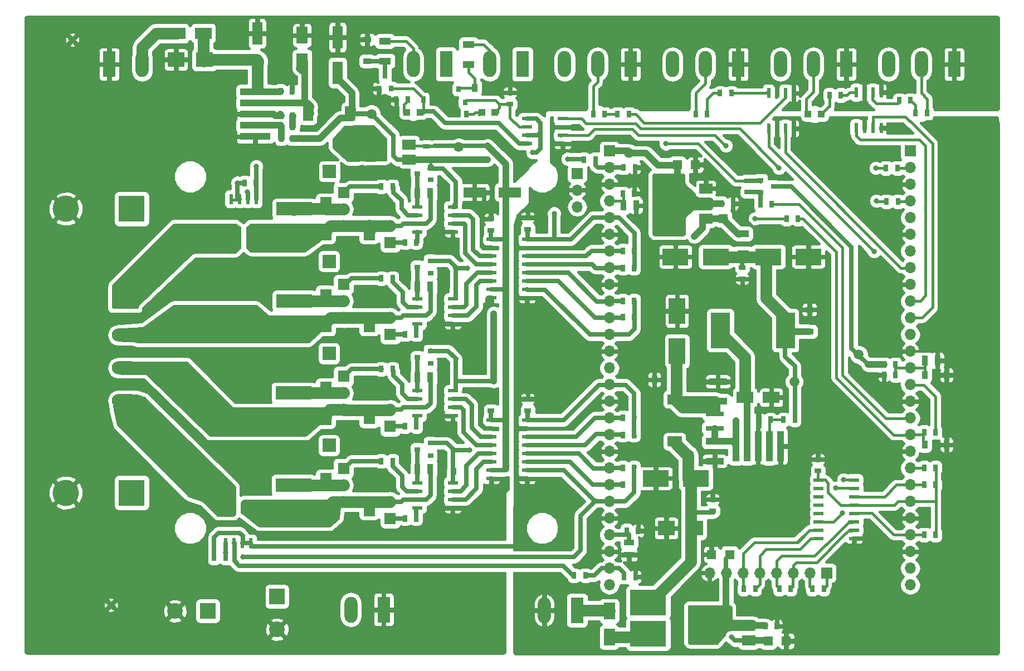
<source format=gbr>
G04 #@! TF.FileFunction,Copper,L2,Bot,Mixed*
%FSLAX45Y45*%
G04 Gerber Fmt 4.5, Leading zero omitted, Abs format (unit mm)*
G04 Created by KiCad (PCBNEW 4.0.7-e2-6376~58~ubuntu16.04.1) date Tue Mar 13 13:03:03 2018*
%MOMM*%
%LPD*%
G01*
G04 APERTURE LIST*
%ADD10C,0.100000*%
%ADD11R,1.500000X0.600000*%
%ADD12R,2.000000X2.000000*%
%ADD13C,2.000000*%
%ADD14C,1.000000*%
%ADD15R,1.700000X1.700000*%
%ADD16O,1.700000X1.700000*%
%ADD17R,2.000000X3.800000*%
%ADD18R,2.000000X1.500000*%
%ADD19R,1.360000X1.400000*%
%ADD20R,0.600000X1.550000*%
%ADD21R,3.960000X1.980000*%
%ADD22O,3.960000X1.980000*%
%ADD23R,2.400000X2.400000*%
%ADD24C,2.400000*%
%ADD25R,1.800000X2.500000*%
%ADD26R,1.980000X3.960000*%
%ADD27O,1.980000X3.960000*%
%ADD28R,1.800000X1.800000*%
%ADD29O,1.800000X1.800000*%
%ADD30R,1.000000X0.670000*%
%ADD31R,0.970000X1.500000*%
%ADD32R,0.670000X1.000000*%
%ADD33R,0.900000X0.800000*%
%ADD34R,1.200000X0.900000*%
%ADD35R,0.900000X1.200000*%
%ADD36R,2.500000X1.800000*%
%ADD37R,1.800000X1.070000*%
%ADD38R,5.500000X3.890000*%
%ADD39R,2.200000X1.500000*%
%ADD40R,2.700000X0.800000*%
%ADD41R,2.900000X5.400000*%
%ADD42R,1.500000X2.200000*%
%ADD43R,0.800000X0.900000*%
%ADD44R,1.550000X0.600000*%
%ADD45R,2.500000X2.300000*%
%ADD46R,1.100000X4.600000*%
%ADD47R,10.800000X9.400000*%
%ADD48R,5.250000X4.550000*%
%ADD49R,4.600000X1.100000*%
%ADD50R,9.400000X10.800000*%
%ADD51R,4.550000X5.250000*%
%ADD52R,1.500000X0.970000*%
%ADD53R,4.000000X2.500000*%
%ADD54R,2.500000X4.000000*%
%ADD55R,2.700000X1.070000*%
%ADD56R,1.600000X3.500000*%
%ADD57R,3.500000X1.600000*%
%ADD58R,4.000000X4.000000*%
%ADD59C,4.000000*%
%ADD60R,5.500000X2.025000*%
%ADD61R,0.700000X1.000000*%
%ADD62C,1.500000*%
%ADD63R,1.000000X1.000000*%
%ADD64C,0.800000*%
%ADD65C,1.600000*%
%ADD66C,0.400000*%
%ADD67C,0.700000*%
%ADD68C,2.000000*%
%ADD69C,1.000000*%
%ADD70C,1.800000*%
G04 APERTURE END LIST*
D10*
D11*
X14750000Y-12575500D03*
X14750000Y-12702500D03*
X14750000Y-12829500D03*
X14750000Y-12956500D03*
X14750000Y-13083500D03*
X14750000Y-13210500D03*
X14750000Y-13337500D03*
X14750000Y-13464500D03*
X14210000Y-13464500D03*
X14210000Y-13337500D03*
X14210000Y-13210500D03*
X14210000Y-13083500D03*
X14210000Y-12956500D03*
X14210000Y-12829500D03*
X14210000Y-12702500D03*
X14210000Y-12575500D03*
D12*
X11745000Y-8790000D03*
D13*
X12245000Y-8790000D03*
D14*
X7840000Y-6790000D03*
D15*
X19300000Y-14900000D03*
D16*
X19046000Y-14900000D03*
X18792000Y-14900000D03*
X18538000Y-14900000D03*
X18284000Y-14900000D03*
X18030000Y-14900000D03*
X17776000Y-14900000D03*
X17522000Y-14900000D03*
D17*
X16835000Y-9280000D03*
D18*
X17465000Y-9280000D03*
X17465000Y-9510000D03*
X17465000Y-9050000D03*
D19*
X17032000Y-8690000D03*
X17308000Y-8690000D03*
D20*
X10169500Y-13910000D03*
X10296500Y-13910000D03*
X10423500Y-13910000D03*
X10550500Y-13910000D03*
X10550500Y-14450000D03*
X10423500Y-14450000D03*
X10296500Y-14450000D03*
X10169500Y-14450000D03*
D21*
X8640000Y-10780000D03*
D22*
X8640000Y-11280000D03*
X8640000Y-12280000D03*
X8640000Y-11780000D03*
D23*
X9900000Y-15480000D03*
D24*
X9400000Y-15480000D03*
D25*
X11690000Y-12120000D03*
X11690000Y-12520000D03*
D15*
X16000000Y-8480000D03*
D16*
X16000000Y-8734000D03*
X16000000Y-8988000D03*
X16000000Y-9242000D03*
X16000000Y-9496000D03*
X16000000Y-9750000D03*
X16000000Y-10004000D03*
X16000000Y-10258000D03*
X16000000Y-10512000D03*
X16000000Y-10766000D03*
X16000000Y-11020000D03*
X16000000Y-11274000D03*
X16000000Y-11528000D03*
X16000000Y-11782000D03*
X16000000Y-12036000D03*
X16000000Y-12290000D03*
X16000000Y-12544000D03*
X16000000Y-12798000D03*
X16000000Y-13052000D03*
X16000000Y-13306000D03*
X16000000Y-13560000D03*
X16000000Y-13814000D03*
X16000000Y-14068000D03*
X16000000Y-14322000D03*
X16000000Y-14576000D03*
X16000000Y-14830000D03*
X16000000Y-15084000D03*
D26*
X8400000Y-7160000D03*
D27*
X8900000Y-7160000D03*
D28*
X12670000Y-12670000D03*
D29*
X12670000Y-12416000D03*
X12670000Y-12162000D03*
D28*
X11960000Y-10510000D03*
D29*
X11960000Y-10764000D03*
X11960000Y-11018000D03*
D28*
X11960000Y-11910000D03*
D29*
X11960000Y-12164000D03*
X11960000Y-12418000D03*
D28*
X11960000Y-9110000D03*
D29*
X11960000Y-9364000D03*
X11960000Y-9618000D03*
D28*
X12670000Y-9870000D03*
D29*
X12670000Y-9616000D03*
X12670000Y-9362000D03*
D30*
X14760000Y-9492500D03*
X14760000Y-9667500D03*
X14760000Y-12252500D03*
X14760000Y-12427500D03*
X14200000Y-9512500D03*
X14200000Y-9687500D03*
X14200000Y-12252500D03*
X14200000Y-12427500D03*
D31*
X13084500Y-9120000D03*
X13275500Y-9120000D03*
X13084500Y-10545000D03*
X13275500Y-10545000D03*
X13084500Y-11920000D03*
X13275500Y-11920000D03*
X13084500Y-13320000D03*
X13275500Y-13320000D03*
D32*
X13492500Y-9170000D03*
X13667500Y-9170000D03*
X10452500Y-8965000D03*
X10627500Y-8965000D03*
X13492500Y-10570000D03*
X13667500Y-10570000D03*
X9992500Y-14670000D03*
X10167500Y-14670000D03*
X13462500Y-13350000D03*
X13637500Y-13350000D03*
X13492500Y-11970000D03*
X13667500Y-11970000D03*
X11002500Y-7570000D03*
X11177500Y-7570000D03*
D33*
X13280000Y-8725000D03*
X13280000Y-8915000D03*
X13080000Y-8820000D03*
X13280000Y-10150000D03*
X13280000Y-10340000D03*
X13080000Y-10245000D03*
X13280000Y-11525000D03*
X13280000Y-11715000D03*
X13080000Y-11620000D03*
X13280000Y-12925000D03*
X13280000Y-13115000D03*
X13080000Y-13020000D03*
D25*
X11690000Y-9310000D03*
X11690000Y-9710000D03*
X12350000Y-9710000D03*
X12350000Y-9310000D03*
X11690000Y-10710000D03*
X11690000Y-11110000D03*
X12350000Y-11110000D03*
X12350000Y-10710000D03*
X12350000Y-12510000D03*
X12350000Y-12110000D03*
X11690000Y-13510000D03*
X11690000Y-13910000D03*
X12350000Y-13910000D03*
X12350000Y-13510000D03*
D34*
X12320000Y-7115000D03*
X12320000Y-6785000D03*
D35*
X13955000Y-7520000D03*
X14285000Y-7520000D03*
X17015000Y-11960000D03*
X16685000Y-11960000D03*
D36*
X18060000Y-12230000D03*
X18460000Y-12230000D03*
X9830000Y-6690000D03*
X9430000Y-6690000D03*
D37*
X12590000Y-6809500D03*
X12590000Y-7110500D03*
X13860000Y-6859500D03*
X13860000Y-7160500D03*
D38*
X16590000Y-15350500D03*
X16590000Y-15829500D03*
D39*
X16990000Y-12900000D03*
X16990000Y-12260000D03*
D40*
X17600000Y-12480000D03*
X17600000Y-12700000D03*
D41*
X17685000Y-11210000D03*
X18675000Y-11210000D03*
D37*
X18030000Y-10040500D03*
X18030000Y-9739500D03*
D42*
X11420000Y-7910000D03*
X12060000Y-7910000D03*
D43*
X12685000Y-7530000D03*
X12495000Y-7530000D03*
X12590000Y-7330000D03*
D32*
X16202500Y-10000000D03*
X16377500Y-10000000D03*
X16202500Y-12540000D03*
X16377500Y-12540000D03*
X16202500Y-10260000D03*
X16377500Y-10260000D03*
X16202500Y-12800000D03*
X16377500Y-12800000D03*
X16202500Y-10760000D03*
X16377500Y-10760000D03*
X16202500Y-13300000D03*
X16377500Y-13300000D03*
X16202500Y-11010000D03*
X16377500Y-11010000D03*
X16202500Y-13560000D03*
X16377500Y-13560000D03*
X12532500Y-9020000D03*
X12707500Y-9020000D03*
X12892500Y-9870000D03*
X13067500Y-9870000D03*
X12532500Y-10420000D03*
X12707500Y-10420000D03*
X12892500Y-11270000D03*
X13067500Y-11270000D03*
X12532500Y-11800000D03*
X12707500Y-11800000D03*
X12892500Y-12670000D03*
X13067500Y-12670000D03*
X12532500Y-13200000D03*
X12707500Y-13200000D03*
X12892500Y-14070000D03*
X13067500Y-14070000D03*
X15787500Y-8610000D03*
X15612500Y-8610000D03*
X15637500Y-14940000D03*
X15462500Y-14940000D03*
X16387500Y-8730000D03*
X16212500Y-8730000D03*
X16397500Y-14960000D03*
X16222500Y-14960000D03*
X20202500Y-8740000D03*
X20377500Y-8740000D03*
X20212500Y-9250000D03*
X20387500Y-9250000D03*
X16297500Y-7920000D03*
X16122500Y-7920000D03*
X17857500Y-7600000D03*
X17682500Y-7600000D03*
X19517500Y-7630000D03*
X19342500Y-7630000D03*
X20402500Y-7710000D03*
X20577500Y-7710000D03*
X12937500Y-7700000D03*
X12762500Y-7700000D03*
X13827500Y-7915000D03*
X13652500Y-7915000D03*
X13347500Y-7700000D03*
X13172500Y-7700000D03*
D30*
X14490000Y-7592500D03*
X14490000Y-7767500D03*
D32*
X20347500Y-11730000D03*
X20172500Y-11730000D03*
X16202500Y-9130000D03*
X16377500Y-9130000D03*
X16262500Y-14260000D03*
X16437500Y-14260000D03*
X20347500Y-11890000D03*
X20172500Y-11890000D03*
X18292500Y-9290000D03*
X18467500Y-9290000D03*
D30*
X18100000Y-8932500D03*
X18100000Y-9107500D03*
D32*
X18867500Y-9510000D03*
X18692500Y-9510000D03*
D11*
X14750000Y-9825500D03*
X14750000Y-9952500D03*
X14750000Y-10079500D03*
X14750000Y-10206500D03*
X14750000Y-10333500D03*
X14750000Y-10460500D03*
X14750000Y-10587500D03*
X14750000Y-10714500D03*
X14210000Y-10714500D03*
X14210000Y-10587500D03*
X14210000Y-10460500D03*
X14210000Y-10333500D03*
X14210000Y-10206500D03*
X14210000Y-10079500D03*
X14210000Y-9952500D03*
X14210000Y-9825500D03*
D20*
X10630500Y-9750000D03*
X10503500Y-9750000D03*
X10376500Y-9750000D03*
X10249500Y-9750000D03*
X10249500Y-9210000D03*
X10376500Y-9210000D03*
X10503500Y-9210000D03*
X10630500Y-9210000D03*
D44*
X15290000Y-7989500D03*
X15290000Y-8116500D03*
X15290000Y-8243500D03*
X15290000Y-8370500D03*
X14750000Y-8370500D03*
X14750000Y-8243500D03*
X14750000Y-8116500D03*
X14750000Y-7989500D03*
D20*
X18419500Y-7600000D03*
X18546500Y-7600000D03*
X18673500Y-7600000D03*
X18800500Y-7600000D03*
X18800500Y-8140000D03*
X18673500Y-8140000D03*
X18546500Y-8140000D03*
X18419500Y-8140000D03*
X19749500Y-7590000D03*
X19876500Y-7590000D03*
X20003500Y-7590000D03*
X20130500Y-7590000D03*
X20130500Y-8130000D03*
X20003500Y-8130000D03*
X19876500Y-8130000D03*
X19749500Y-8130000D03*
D17*
X17485000Y-15700000D03*
D18*
X18115000Y-15700000D03*
X18115000Y-15930000D03*
X18115000Y-15470000D03*
D25*
X11330000Y-7120000D03*
X11330000Y-6720000D03*
D43*
X13805000Y-7740000D03*
X13615000Y-7740000D03*
X13710000Y-7540000D03*
D33*
X18300000Y-9115000D03*
X18300000Y-8925000D03*
X18500000Y-9020000D03*
D32*
X20782500Y-12760000D03*
X20957500Y-12760000D03*
X18447500Y-12570000D03*
X18272500Y-12570000D03*
X18642500Y-12570000D03*
X18817500Y-12570000D03*
X19257500Y-15140000D03*
X19082500Y-15140000D03*
X18757500Y-15140000D03*
X18582500Y-15140000D03*
X18217500Y-15140000D03*
X18042500Y-15140000D03*
X11012500Y-8110000D03*
X11187500Y-8110000D03*
X11012500Y-8290000D03*
X11187500Y-8290000D03*
X11187500Y-7940000D03*
X11012500Y-7940000D03*
D14*
X17775000Y-15107500D03*
X8427500Y-15387500D03*
D31*
X20794500Y-11670000D03*
X20985500Y-11670000D03*
D35*
X20795000Y-11890000D03*
X21125000Y-11890000D03*
X20795000Y-12950000D03*
X21125000Y-12950000D03*
D25*
X16000000Y-15880000D03*
X16000000Y-15480000D03*
D45*
X17295000Y-14220000D03*
X16865000Y-14220000D03*
D34*
X19040000Y-11225000D03*
X19040000Y-10895000D03*
D45*
X9845000Y-7090000D03*
X9415000Y-7090000D03*
D46*
X17920000Y-12972500D03*
X18090000Y-12972500D03*
X18260000Y-12972500D03*
X18430000Y-12972500D03*
X18600000Y-12972500D03*
D47*
X18260000Y-13887500D03*
D48*
X18537500Y-14130000D03*
X17982500Y-13645000D03*
X17982500Y-14130000D03*
X18537500Y-13645000D03*
D11*
X19720000Y-13485500D03*
X19720000Y-13612500D03*
X19720000Y-13739500D03*
X19720000Y-13866500D03*
X19720000Y-13993500D03*
X19720000Y-14120500D03*
X19720000Y-14247500D03*
X19720000Y-14374500D03*
X19180000Y-14374500D03*
X19180000Y-14247500D03*
X19180000Y-14120500D03*
X19180000Y-13993500D03*
X19180000Y-13866500D03*
X19180000Y-13739500D03*
X19180000Y-13612500D03*
X19180000Y-13485500D03*
D49*
X10617500Y-7580000D03*
X10617500Y-7750000D03*
X10617500Y-7920000D03*
X10617500Y-8090000D03*
X10617500Y-8260000D03*
D50*
X9702500Y-7920000D03*
D51*
X9460000Y-8197500D03*
X9945000Y-7642500D03*
X9460000Y-7642500D03*
X9945000Y-8197500D03*
D17*
X12325000Y-8380000D03*
D18*
X12955000Y-8380000D03*
X12955000Y-8610000D03*
X12955000Y-8150000D03*
D28*
X12670000Y-11270000D03*
D29*
X12670000Y-11016000D03*
X12670000Y-10762000D03*
D28*
X11960000Y-13310000D03*
D29*
X11960000Y-13564000D03*
X11960000Y-13818000D03*
D28*
X12670000Y-14070000D03*
D29*
X12670000Y-13816000D03*
X12670000Y-13562000D03*
D44*
X13620000Y-12129500D03*
X13620000Y-12256500D03*
X13620000Y-12383500D03*
X13620000Y-12510500D03*
X13080000Y-12510500D03*
X13080000Y-12383500D03*
X13080000Y-12256500D03*
X13080000Y-12129500D03*
X13620000Y-9329500D03*
X13620000Y-9456500D03*
X13620000Y-9583500D03*
X13620000Y-9710500D03*
X13080000Y-9710500D03*
X13080000Y-9583500D03*
X13080000Y-9456500D03*
X13080000Y-9329500D03*
X13620000Y-10729500D03*
X13620000Y-10856500D03*
X13620000Y-10983500D03*
X13620000Y-11110500D03*
X13080000Y-11110500D03*
X13080000Y-10983500D03*
X13080000Y-10856500D03*
X13080000Y-10729500D03*
X13620000Y-13529500D03*
X13620000Y-13656500D03*
X13620000Y-13783500D03*
X13620000Y-13910500D03*
X13080000Y-13910500D03*
X13080000Y-13783500D03*
X13080000Y-13656500D03*
X13080000Y-13529500D03*
D31*
X16214500Y-9310000D03*
X16405500Y-9310000D03*
D52*
X16300000Y-14434500D03*
X16300000Y-14625500D03*
D19*
X17732000Y-9510000D03*
X18008000Y-9510000D03*
X18412000Y-15937500D03*
X18688000Y-15937500D03*
D30*
X17570000Y-13957500D03*
X17570000Y-13782500D03*
D53*
X17315000Y-13460000D03*
X16705000Y-13460000D03*
D19*
X17828000Y-14620000D03*
X17552000Y-14620000D03*
D32*
X17702500Y-9280000D03*
X17877500Y-9280000D03*
X18370000Y-15710000D03*
X18545000Y-15710000D03*
D54*
X17030000Y-11525000D03*
X17030000Y-10915000D03*
D55*
X17650000Y-12290500D03*
X17650000Y-11989500D03*
X17600000Y-12899500D03*
X17600000Y-13200500D03*
D53*
X17615000Y-10090000D03*
X17005000Y-10090000D03*
X18415000Y-10090000D03*
X19025000Y-10090000D03*
D30*
X18020000Y-10252500D03*
X18020000Y-10427500D03*
X19170000Y-13347500D03*
X19170000Y-13172500D03*
D56*
X10650000Y-7230000D03*
X10650000Y-6690000D03*
X11870000Y-7290000D03*
X11870000Y-6750000D03*
D57*
X14490000Y-9110000D03*
X13950000Y-9110000D03*
D30*
X13220000Y-8407500D03*
X13220000Y-8232500D03*
D26*
X12570000Y-15460000D03*
D27*
X12070000Y-15460000D03*
D26*
X15510000Y-15470000D03*
D27*
X15010000Y-15470000D03*
D15*
X20572000Y-8480000D03*
D16*
X20572000Y-8734000D03*
X20572000Y-8988000D03*
X20572000Y-9242000D03*
X20572000Y-9496000D03*
X20572000Y-9750000D03*
X20572000Y-10004000D03*
X20572000Y-10258000D03*
X20572000Y-10512000D03*
X20572000Y-10766000D03*
X20572000Y-11020000D03*
X20572000Y-11274000D03*
X20572000Y-11528000D03*
X20572000Y-11782000D03*
X20572000Y-12036000D03*
X20572000Y-12290000D03*
X20572000Y-12544000D03*
X20572000Y-12798000D03*
X20572000Y-13052000D03*
X20572000Y-13306000D03*
X20572000Y-13560000D03*
X20572000Y-13814000D03*
X20572000Y-14068000D03*
X20572000Y-14322000D03*
X20572000Y-14576000D03*
X20572000Y-14830000D03*
X20572000Y-15084000D03*
D58*
X8740000Y-9360000D03*
D59*
X7740000Y-9360000D03*
D58*
X8740000Y-13680000D03*
D59*
X7740000Y-13680000D03*
D23*
X10950000Y-15260000D03*
D24*
X10950000Y-15760000D03*
D26*
X16320000Y-7160000D03*
D27*
X15820000Y-7160000D03*
X15320000Y-7160000D03*
D26*
X17960000Y-7160000D03*
D27*
X17460000Y-7160000D03*
X16960000Y-7160000D03*
D26*
X19600000Y-7160000D03*
D27*
X19100000Y-7160000D03*
X18600000Y-7160000D03*
D26*
X21240000Y-7160000D03*
D27*
X20740000Y-7160000D03*
X20240000Y-7160000D03*
D26*
X13520000Y-7160000D03*
D27*
X13020000Y-7160000D03*
D26*
X14680000Y-7160000D03*
D27*
X14180000Y-7160000D03*
D60*
X11200000Y-13561250D03*
X11200000Y-13038750D03*
X11210000Y-9361250D03*
X11210000Y-8838750D03*
X11210000Y-10761250D03*
X11210000Y-10238750D03*
X11200000Y-12161250D03*
X11200000Y-11638750D03*
D15*
X15510000Y-8820000D03*
D16*
X15510000Y-9074000D03*
X15510000Y-9328000D03*
D32*
X20782500Y-13560000D03*
X20957500Y-13560000D03*
X20782500Y-14320000D03*
X20957500Y-14320000D03*
X20782500Y-13300000D03*
X20957500Y-13300000D03*
D61*
X15927500Y-7920000D03*
X15752500Y-7920000D03*
X17487500Y-7920000D03*
X17312500Y-7920000D03*
X20652500Y-7900000D03*
X20827500Y-7900000D03*
D62*
X16300000Y-8510000D03*
X19790000Y-11580000D03*
X18810000Y-11990000D03*
X12385000Y-7915000D03*
X13710000Y-8420000D03*
D63*
X19220000Y-7920000D03*
X19020000Y-7920000D03*
X12920000Y-7890000D03*
X13120000Y-7890000D03*
X14060000Y-7890000D03*
X14260000Y-7890000D03*
D12*
X11740000Y-12960000D03*
D13*
X12240000Y-12960000D03*
D12*
X11740000Y-11560000D03*
D13*
X12240000Y-11560000D03*
D12*
X11740000Y-10160000D03*
D13*
X12240000Y-10160000D03*
D64*
X18590000Y-9740000D03*
X14740000Y-10890000D03*
X15340000Y-9590000D03*
X14840000Y-9290000D03*
X14990000Y-12240000D03*
X14990000Y-13590000D03*
X15340000Y-14340000D03*
X16540000Y-8890000D03*
X16540000Y-9890000D03*
X16540000Y-11390000D03*
X16540000Y-12890000D03*
X16540000Y-14390000D03*
X15040000Y-15890000D03*
X17040000Y-15890000D03*
X19540000Y-15890000D03*
X21040000Y-15890000D03*
X20040000Y-14890000D03*
X19040000Y-12890000D03*
X20040000Y-12890000D03*
X18040000Y-10890000D03*
X20040000Y-10890000D03*
X20040000Y-8990000D03*
X20040000Y-9590000D03*
X17540000Y-8890000D03*
X18040000Y-8390000D03*
X19040000Y-8390000D03*
X19540000Y-8390000D03*
D65*
X21540000Y-8390000D03*
X21540000Y-9390000D03*
X21540000Y-10390000D03*
X21540000Y-11390000D03*
X21540000Y-12390000D03*
X21540000Y-13390000D03*
X21540000Y-14390000D03*
X21540000Y-15390000D03*
X17840000Y-13890000D03*
X18640000Y-13887500D03*
X18260000Y-13887500D03*
D64*
X10350000Y-8965000D03*
X15490000Y-8110000D03*
X20270000Y-8130000D03*
X14465000Y-8455000D03*
X14210000Y-13580000D03*
D65*
X7540000Y-9890000D03*
X9740000Y-8190000D03*
D64*
X11120000Y-8540000D03*
D65*
X13340000Y-9890000D03*
X21540000Y-6890000D03*
X13340000Y-11290000D03*
X13340000Y-12690000D03*
X13340000Y-14190000D03*
X13540000Y-15390000D03*
D64*
X14040000Y-15890000D03*
X13040000Y-15890000D03*
X8290000Y-6590000D03*
X10340000Y-6590000D03*
X11540000Y-6590000D03*
X13040000Y-6590000D03*
X14540000Y-6590000D03*
X16040000Y-6590000D03*
X17540000Y-6590000D03*
X19040000Y-6590000D03*
X20540000Y-6590000D03*
X20540000Y-7390000D03*
X19340000Y-7390000D03*
X18240000Y-7390000D03*
X16340000Y-7490000D03*
X15040000Y-7490000D03*
X13240000Y-7490000D03*
X12290000Y-7540000D03*
X11040000Y-7340000D03*
X9140000Y-10790000D03*
X9140000Y-11540000D03*
X9140000Y-12240000D03*
X9040000Y-15890000D03*
D65*
X7540000Y-15390000D03*
X9040000Y-14390000D03*
X7540000Y-14390000D03*
X7540000Y-12890000D03*
X7540000Y-11890000D03*
X7540000Y-10890000D03*
X9040000Y-8890000D03*
X7540000Y-8890000D03*
X7540000Y-7890000D03*
X7540000Y-6890000D03*
D64*
X7840000Y-15890000D03*
D65*
X9740000Y-7890000D03*
X9740000Y-7590000D03*
D64*
X14095000Y-9320000D03*
X13950000Y-8855000D03*
X14090000Y-12260000D03*
X14150000Y-10810000D03*
X14832500Y-8505000D03*
X14235000Y-11970000D03*
X13877500Y-13030000D03*
X14240000Y-10955000D03*
X13840000Y-10260000D03*
X14145000Y-8610000D03*
X17860000Y-15880000D03*
X17290000Y-9780000D03*
X19930000Y-11730000D03*
X17920000Y-12580000D03*
X11400000Y-13560000D03*
X11400000Y-12160000D03*
X11400000Y-10760000D03*
X11407500Y-9360000D03*
X19440000Y-13610000D03*
X19560000Y-13480000D03*
X19540000Y-13990000D03*
X20020000Y-10010000D03*
X18580000Y-8740000D03*
X20050000Y-8740000D03*
X20060000Y-9240000D03*
X17770000Y-8400000D03*
X18210000Y-9510000D03*
X16860000Y-8370000D03*
X15365001Y-8600000D03*
X10500000Y-9105000D03*
X15160000Y-9430000D03*
X10635000Y-8715000D03*
X10430000Y-14660000D03*
X10170000Y-14590000D03*
D66*
X18008000Y-9510000D02*
X18060000Y-9510000D01*
X18060000Y-9510000D02*
X18290000Y-9740000D01*
X18580000Y-9740000D02*
X18590000Y-9730000D01*
X18290000Y-9740000D02*
X18580000Y-9740000D01*
X18008000Y-9510000D02*
X18050000Y-9510000D01*
X18050000Y-9510000D02*
X18220000Y-9680000D01*
X14750000Y-10714500D02*
X14750000Y-10880000D01*
X14750000Y-10880000D02*
X14740000Y-10890000D01*
X17465000Y-9050000D02*
X17465000Y-8908432D01*
X17465000Y-8908432D02*
X17483432Y-8890000D01*
X17483432Y-8890000D02*
X17540000Y-8890000D01*
X15166500Y-8116500D02*
X15140000Y-8090000D01*
X15290000Y-8116500D02*
X15166500Y-8116500D01*
X20572000Y-11528000D02*
X20902000Y-11528000D01*
X20902000Y-11528000D02*
X21540000Y-10890000D01*
D67*
X10350000Y-8965000D02*
X10350000Y-9197500D01*
X10452500Y-8965000D02*
X10450000Y-8965000D01*
X10450000Y-8965000D02*
X10350000Y-8965000D01*
D66*
X15290000Y-8116500D02*
X15483500Y-8116500D01*
X15483500Y-8116500D02*
X15490000Y-8110000D01*
D67*
X15170000Y-8370000D02*
X15170000Y-8370500D01*
X15169500Y-8370500D02*
X15170000Y-8370000D01*
X18260000Y-12972500D02*
X18260000Y-12460000D01*
X18260000Y-12460000D02*
X18270000Y-12450000D01*
D66*
X10245000Y-9220000D02*
X10380000Y-9220000D01*
X10380000Y-9220000D02*
X10385000Y-9215000D01*
D67*
X15290000Y-8370500D02*
X15170000Y-8370500D01*
D66*
X19000000Y-8130000D02*
X19500000Y-8130000D01*
X19500000Y-8130000D02*
X19510000Y-8140000D01*
X18800500Y-8130000D02*
X19000000Y-8130000D01*
X19000000Y-8130000D02*
X18995000Y-8130000D01*
X18995000Y-8130000D02*
X19000000Y-8125000D01*
X20130500Y-8130000D02*
X20270000Y-8130000D01*
D67*
X18260000Y-13887500D02*
X18260000Y-13315000D01*
X18260000Y-13315000D02*
X18265000Y-13310000D01*
X18260000Y-13887500D02*
X17862500Y-13887500D01*
X17862500Y-13887500D02*
X17760000Y-13785000D01*
X17760000Y-13785000D02*
X17570000Y-13785000D01*
X17570000Y-13785000D02*
X17570000Y-13782500D01*
X18260000Y-13887500D02*
X18877500Y-13887500D01*
X18877500Y-13887500D02*
X18880000Y-13885000D01*
D68*
X18260000Y-13887500D02*
X18322500Y-13887500D01*
X18322500Y-13887500D02*
X18825000Y-13385000D01*
X18260000Y-13887500D02*
X18187500Y-13887500D01*
X18187500Y-13887500D02*
X17705000Y-14370000D01*
X18260000Y-13887500D02*
X17957500Y-13887500D01*
X17957500Y-13887500D02*
X17825000Y-13755000D01*
D67*
X9992500Y-14670000D02*
X9992500Y-14357500D01*
X10430000Y-14340000D02*
X10430000Y-14420000D01*
X10380000Y-14290000D02*
X10430000Y-14340000D01*
X10060000Y-14290000D02*
X10380000Y-14290000D01*
X9992500Y-14357500D02*
X10060000Y-14290000D01*
X10430000Y-14420000D02*
X10423500Y-14450000D01*
X10423500Y-14450000D02*
X10550000Y-14450000D01*
X10550000Y-14450000D02*
X10550500Y-14450000D01*
X14750000Y-13464500D02*
X14750000Y-13920000D01*
X14565000Y-14500000D02*
X10560000Y-14500000D01*
X14580000Y-14485000D02*
X14565000Y-14500000D01*
X14580000Y-14090000D02*
X14580000Y-14485000D01*
X14750000Y-13920000D02*
X14580000Y-14090000D01*
X10560000Y-14500000D02*
X10550500Y-14450000D01*
D66*
X13220000Y-8407500D02*
X13727500Y-8407500D01*
X13727500Y-8407500D02*
X13730000Y-8410000D01*
X13730000Y-8410000D02*
X13710000Y-8410000D01*
D69*
X14490000Y-9110000D02*
X14460000Y-9110000D01*
X14460000Y-9110000D02*
X14425000Y-9075000D01*
X14425000Y-9075000D02*
X14425000Y-8680000D01*
X14425000Y-8680000D02*
X14150000Y-8405000D01*
D67*
X14150000Y-8405000D02*
X13345000Y-8405000D01*
D66*
X13345000Y-8405000D02*
X13210000Y-8405000D01*
X13210000Y-8405000D02*
X12960000Y-8405000D01*
X12960000Y-8405000D02*
X12955000Y-8380000D01*
D69*
X14430000Y-9630000D02*
X14430000Y-9130000D01*
D67*
X14200000Y-9687500D02*
X14200000Y-9820000D01*
X14200000Y-9820000D02*
X14210000Y-9825500D01*
X14200000Y-12427500D02*
X14200000Y-12570000D01*
X14200000Y-12570000D02*
X14210000Y-12575500D01*
X14210000Y-9825500D02*
X14430000Y-9825500D01*
X14405000Y-9820000D02*
X14430000Y-9820000D01*
X14424500Y-9820000D02*
X14405000Y-9820000D01*
X14430000Y-9825500D02*
X14424500Y-9820000D01*
D69*
X14430000Y-9645000D02*
X14430000Y-9630000D01*
X14430000Y-9630000D02*
X14430000Y-9640000D01*
X14430000Y-9640000D02*
X14430000Y-9660000D01*
X14430000Y-9645000D02*
X14430000Y-9645000D01*
X14430000Y-9660000D02*
X14430000Y-9670000D01*
X14430000Y-9670000D02*
X14430000Y-9820000D01*
X14430000Y-9820000D02*
X14430000Y-10595000D01*
D67*
X14210000Y-13337500D02*
X14412500Y-13337500D01*
D69*
X14430000Y-13320000D02*
X14430000Y-12570000D01*
D67*
X14412500Y-13337500D02*
X14430000Y-13320000D01*
X14210000Y-12575500D02*
X14430000Y-12575500D01*
X14405000Y-12570000D02*
X14430000Y-12570000D01*
X14424500Y-12570000D02*
X14405000Y-12570000D01*
X14430000Y-12575500D02*
X14424500Y-12570000D01*
D69*
X14430000Y-10595000D02*
X14430000Y-12570000D01*
D67*
X14430000Y-10587500D02*
X14430000Y-10595000D01*
X14210000Y-10587500D02*
X14430000Y-10587500D01*
D66*
X13080000Y-8830000D02*
X13090000Y-8820000D01*
X13090000Y-8820000D02*
X13080000Y-8820000D01*
D67*
X13080000Y-8820000D02*
X13080000Y-9125000D01*
X13080000Y-9125000D02*
X13085000Y-9130000D01*
X13085000Y-9130000D02*
X13085000Y-9320000D01*
D66*
X11690000Y-9710000D02*
X10680000Y-9710000D01*
X10680000Y-9710000D02*
X10630000Y-9760000D01*
X10630000Y-9760000D02*
X10510000Y-9760000D01*
X10510000Y-9760000D02*
X10503500Y-9750000D01*
D67*
X12350000Y-9710000D02*
X12350000Y-9670000D01*
X12350000Y-9670000D02*
X12410000Y-9610000D01*
X12410000Y-9610000D02*
X12660000Y-9610000D01*
X12660000Y-9610000D02*
X12670000Y-9616000D01*
D66*
X11665000Y-9685000D02*
X11690000Y-9710000D01*
X11960000Y-9618000D02*
X11797000Y-9618000D01*
X11797000Y-9618000D02*
X11705000Y-9710000D01*
X11705000Y-9710000D02*
X11690000Y-9710000D01*
X10630000Y-9750000D02*
X10630500Y-9750000D01*
D70*
X12350000Y-9710000D02*
X12350000Y-9615000D01*
X12670000Y-9616000D02*
X11959000Y-9616000D01*
X11959000Y-9616000D02*
X11955000Y-9620000D01*
X11955000Y-9620000D02*
X11960000Y-9618000D01*
X11960000Y-9618000D02*
X11762000Y-9618000D01*
X11762000Y-9618000D02*
X11700000Y-9680000D01*
X11700000Y-9680000D02*
X11690000Y-9710000D01*
D69*
X11960000Y-9618000D02*
X11958000Y-9620000D01*
X11960000Y-9660000D02*
X11960000Y-9618000D01*
D67*
X13080000Y-9583500D02*
X12866500Y-9583500D01*
X12834000Y-9616000D02*
X12670000Y-9616000D01*
X12866500Y-9583500D02*
X12834000Y-9616000D01*
X13280000Y-9165500D02*
X13280000Y-9520000D01*
X13216500Y-9583500D02*
X13080000Y-9583500D01*
X13280000Y-9520000D02*
X13216500Y-9583500D01*
X13080000Y-10245000D02*
X13080000Y-10545000D01*
X13080000Y-10545000D02*
X13080000Y-10725000D01*
X13080000Y-10725000D02*
X13080000Y-10729500D01*
X13080000Y-10540500D02*
X13084500Y-10545000D01*
D66*
X12350000Y-11110000D02*
X12350000Y-11070000D01*
X12350000Y-11070000D02*
X12405000Y-11015000D01*
X12405000Y-11015000D02*
X12665000Y-11015000D01*
X12665000Y-11015000D02*
X12670000Y-11016000D01*
D70*
X12670000Y-11016000D02*
X11961000Y-11016000D01*
X11961000Y-11016000D02*
X11960000Y-11015000D01*
X11960000Y-11015000D02*
X11960000Y-11018000D01*
X11960000Y-11018000D02*
X11762000Y-11018000D01*
X11762000Y-11018000D02*
X11690000Y-11090000D01*
X11690000Y-11090000D02*
X11690000Y-11110000D01*
X11960000Y-11020000D02*
X11960000Y-11018000D01*
X11960000Y-11018000D02*
X11958000Y-11020000D01*
D67*
X13280000Y-10565500D02*
X13280000Y-10920000D01*
X13216500Y-10983500D02*
X13080000Y-10983500D01*
X13280000Y-10920000D02*
X13216500Y-10983500D01*
X13080000Y-10983500D02*
X12866500Y-10983500D01*
X12834000Y-11016000D02*
X12670000Y-11016000D01*
X12866500Y-10983500D02*
X12834000Y-11016000D01*
X13080000Y-11620000D02*
X13080000Y-11920000D01*
X13080000Y-11920000D02*
X13080000Y-12125000D01*
X13084500Y-11624500D02*
X13080000Y-11620000D01*
X12350000Y-12510000D02*
X12350000Y-12470000D01*
X12350000Y-12470000D02*
X12400000Y-12420000D01*
X12400000Y-12420000D02*
X12670000Y-12420000D01*
X12670000Y-12420000D02*
X12670000Y-12416000D01*
D70*
X11960000Y-12418000D02*
X11752000Y-12418000D01*
X11752000Y-12418000D02*
X11690000Y-12480000D01*
X11690000Y-12480000D02*
X11690000Y-12520000D01*
X12670000Y-12416000D02*
X12666000Y-12420000D01*
X12666000Y-12420000D02*
X11960000Y-12420000D01*
D67*
X13080000Y-12383500D02*
X12866500Y-12383500D01*
X12834000Y-12416000D02*
X12670000Y-12416000D01*
X12866500Y-12383500D02*
X12834000Y-12416000D01*
X13080000Y-12383500D02*
X13216500Y-12383500D01*
X13280000Y-12320000D02*
X13280000Y-11915500D01*
X13216500Y-12383500D02*
X13280000Y-12320000D01*
X13080000Y-13020000D02*
X13080000Y-13315500D01*
X13080000Y-13315500D02*
X13084500Y-13320000D01*
X13084500Y-13320000D02*
X13084500Y-13525000D01*
X12350000Y-13910000D02*
X12350000Y-13895000D01*
X12350000Y-13895000D02*
X12425000Y-13820000D01*
X12425000Y-13820000D02*
X12660000Y-13820000D01*
X12660000Y-13820000D02*
X12670000Y-13816000D01*
D70*
X11960000Y-13818000D02*
X11792000Y-13818000D01*
X11792000Y-13818000D02*
X11690000Y-13920000D01*
X11690000Y-13920000D02*
X11690000Y-13910000D01*
X12670000Y-13816000D02*
X12666000Y-13820000D01*
X12666000Y-13820000D02*
X11960000Y-13820000D01*
D67*
X13280000Y-13315500D02*
X13280000Y-13720000D01*
X13216500Y-13783500D02*
X13080000Y-13783500D01*
X13280000Y-13720000D02*
X13216500Y-13783500D01*
X13080000Y-13783500D02*
X12866500Y-13783500D01*
X12834000Y-13816000D02*
X12670000Y-13816000D01*
X12866500Y-13783500D02*
X12834000Y-13816000D01*
D66*
X13220000Y-8232500D02*
X14242500Y-8232500D01*
X14242500Y-8232500D02*
X14465000Y-8455000D01*
D69*
X10900000Y-7920000D02*
X10920000Y-7940000D01*
X10920000Y-7940000D02*
X11012500Y-7940000D01*
X10617500Y-7920000D02*
X10900000Y-7920000D01*
D67*
X14210000Y-12702500D02*
X14112500Y-12702500D01*
X14112500Y-12702500D02*
X14040000Y-12630000D01*
X14210000Y-9952500D02*
X14082500Y-9952500D01*
X14082500Y-9952500D02*
X14060000Y-9930000D01*
X14210000Y-13464500D02*
X14210000Y-13580000D01*
X13420000Y-9260000D02*
X13420000Y-9310000D01*
X13492500Y-9187500D02*
X13420000Y-9260000D01*
X13492500Y-9170000D02*
X13492500Y-9187500D01*
D66*
X13620000Y-9860000D02*
X13590000Y-9890000D01*
X13590000Y-9890000D02*
X13340000Y-9890000D01*
X13620000Y-9710500D02*
X13620000Y-9860000D01*
D67*
X12950000Y-8160000D02*
X12955000Y-8150000D01*
X13950000Y-9110000D02*
X14055000Y-9110000D01*
X14055000Y-9110000D02*
X14095000Y-9150000D01*
X14095000Y-9150000D02*
X14095000Y-9320000D01*
X13950000Y-9110000D02*
X13950000Y-8855000D01*
X14200000Y-12252500D02*
X14097500Y-12252500D01*
X14097500Y-12252500D02*
X14090000Y-12260000D01*
X14210000Y-10714500D02*
X14165500Y-10714500D01*
X14165500Y-10714500D02*
X14150000Y-10730000D01*
X14150000Y-10730000D02*
X14150000Y-10810000D01*
D69*
X11000000Y-7920000D02*
X11012500Y-7940000D01*
X12320000Y-12060000D02*
X12350000Y-12070000D01*
D67*
X13280000Y-12925000D02*
X13530000Y-12925000D01*
X13667500Y-12003000D02*
X13667500Y-12115000D01*
X12090000Y-7910000D02*
X12380000Y-7910000D01*
X12380000Y-7910000D02*
X12717500Y-8247500D01*
X12717500Y-8247500D02*
X12717500Y-8552500D01*
X12717500Y-8552500D02*
X12780000Y-8615000D01*
X12977500Y-8615000D02*
X12955000Y-8610000D01*
X12780000Y-8615000D02*
X12977500Y-8615000D01*
X14950000Y-8444068D02*
X14889068Y-8505000D01*
X14950000Y-8200000D02*
X14950000Y-8444068D01*
X14889068Y-8505000D02*
X14832500Y-8505000D01*
X12385000Y-7915000D02*
X12107500Y-7915000D01*
X12107500Y-7915000D02*
X12097500Y-7905000D01*
X12097500Y-7905000D02*
X12090000Y-7910000D01*
D66*
X12090000Y-7910000D02*
X12090000Y-7930000D01*
D67*
X13620000Y-13515000D02*
X13620000Y-13340500D01*
X13620000Y-13355000D02*
X13625000Y-13350000D01*
X13625000Y-13350000D02*
X13625000Y-13020000D01*
X13625000Y-13020000D02*
X13625000Y-13030000D01*
X13640000Y-13030000D02*
X13625000Y-13030000D01*
X13625000Y-13030000D02*
X13877500Y-13030000D01*
X14235000Y-11970000D02*
X14240000Y-11970000D01*
X13640000Y-13025000D02*
X13640000Y-13030000D01*
X13640000Y-13035000D02*
X13640000Y-13025000D01*
X13530000Y-12925000D02*
X13640000Y-13035000D01*
D69*
X14240000Y-11980000D02*
X14240000Y-11970000D01*
D67*
X14240000Y-11980000D02*
X13675000Y-11980000D01*
D69*
X14240000Y-11970000D02*
X14240000Y-10955000D01*
D67*
X13655000Y-10260000D02*
X13840000Y-10260000D01*
X13655000Y-10260000D02*
X13667500Y-10260000D01*
D66*
X13280000Y-8725000D02*
X13280000Y-8620000D01*
X13280000Y-8620000D02*
X13280000Y-8610000D01*
D69*
X12955000Y-8610000D02*
X13280000Y-8610000D01*
X13280000Y-8610000D02*
X14145000Y-8610000D01*
X12090000Y-7910000D02*
X12090000Y-7940000D01*
X12965000Y-8610000D02*
X12955000Y-8610000D01*
D67*
X13280000Y-11525000D02*
X13550000Y-11525000D01*
X13670000Y-11645000D02*
X13667500Y-11645000D01*
X13550000Y-11525000D02*
X13670000Y-11645000D01*
X13665000Y-10715000D02*
X13665000Y-10561000D01*
X13665000Y-10575000D02*
X13667500Y-10570000D01*
X13675000Y-11980000D02*
X13670000Y-11975000D01*
X13670000Y-11975000D02*
X13667500Y-11970000D01*
X12090000Y-7910000D02*
X12090000Y-7970000D01*
X12090000Y-7970000D02*
X12080000Y-7980000D01*
X12080000Y-7980000D02*
X12090000Y-7910000D01*
X14750000Y-7989500D02*
X14889500Y-7989500D01*
X14889500Y-7989500D02*
X14950000Y-8050000D01*
X14950000Y-8050000D02*
X14950000Y-8200000D01*
X14910000Y-8240000D02*
X14780000Y-8240000D01*
X14950000Y-8200000D02*
X14910000Y-8240000D01*
X14780000Y-8240000D02*
X14750000Y-8243500D01*
X13667500Y-9170000D02*
X13667500Y-8947500D01*
X13470000Y-8750000D02*
X13270000Y-8750000D01*
X13667500Y-8947500D02*
X13470000Y-8750000D01*
X13270000Y-8750000D02*
X13280000Y-8725000D01*
X13280000Y-11520000D02*
X13280000Y-11525000D01*
X13280000Y-8725000D02*
X13275000Y-8725000D01*
X12970000Y-8620000D02*
X12955000Y-8610000D01*
X13667500Y-11645000D02*
X13667500Y-11645000D01*
X13667500Y-11645000D02*
X13667500Y-11650000D01*
X13667500Y-11730000D02*
X13667500Y-11970000D01*
X13667500Y-11650000D02*
X13667500Y-11730000D01*
X13667500Y-10570000D02*
X13667500Y-10260000D01*
X13667500Y-10260000D02*
X13667500Y-10270000D01*
X13667500Y-10270000D02*
X13667500Y-10247500D01*
X13510000Y-10150000D02*
X13280000Y-10150000D01*
X13570000Y-10150000D02*
X13510000Y-10150000D01*
X13667500Y-10247500D02*
X13570000Y-10150000D01*
D69*
X12100000Y-7840000D02*
X12090000Y-7910000D01*
X11187500Y-8290000D02*
X11600000Y-8290000D01*
X11910000Y-7980000D02*
X12090000Y-7980000D01*
X11600000Y-8290000D02*
X11910000Y-7980000D01*
X12090000Y-7980000D02*
X12090000Y-7910000D01*
X12090000Y-7910000D02*
X12090000Y-7740000D01*
X12090000Y-7740000D02*
X12090000Y-7600000D01*
X12090000Y-7600000D02*
X11850000Y-7360000D01*
X11850000Y-7360000D02*
X11870000Y-7290000D01*
D67*
X13667500Y-9170000D02*
X13667500Y-9282000D01*
X13667500Y-9282000D02*
X13620000Y-9329500D01*
X13620000Y-9329500D02*
X13645500Y-9329500D01*
X17900000Y-15920000D02*
X17860000Y-15880000D01*
X17910000Y-15930000D02*
X17900000Y-15920000D01*
X18115000Y-15930000D02*
X17910000Y-15930000D01*
D69*
X17290000Y-9780000D02*
X17415000Y-9655000D01*
X17415000Y-9655000D02*
X17415000Y-9535000D01*
X17415000Y-9535000D02*
X17465000Y-9510000D01*
X17465000Y-9510000D02*
X17755000Y-9510000D01*
X17755000Y-9510000D02*
X17755000Y-9545000D01*
X17755000Y-9545000D02*
X17955000Y-9745000D01*
X17955000Y-9745000D02*
X18030000Y-9739500D01*
X18115000Y-15930000D02*
X18390000Y-15930000D01*
X18390000Y-15930000D02*
X18412000Y-15955000D01*
D67*
X17828000Y-14620000D02*
X17828000Y-14627000D01*
X17828000Y-14627000D02*
X17775000Y-14680000D01*
X17775000Y-14680000D02*
X17775000Y-14900000D01*
X17775000Y-14900000D02*
X17776000Y-14900000D01*
D69*
X18115000Y-15700000D02*
X18360000Y-15700000D01*
X18115000Y-15700000D02*
X17845000Y-15700000D01*
X17775000Y-15630000D02*
X17775000Y-14900000D01*
X17845000Y-15700000D02*
X17775000Y-15630000D01*
X17775000Y-14900000D02*
X17776000Y-14900000D01*
D66*
X19940000Y-11740000D02*
X19940000Y-11730000D01*
X19940000Y-11730000D02*
X19790000Y-11580000D01*
D67*
X19680000Y-10170000D02*
X19680000Y-9940000D01*
X18760000Y-9020000D02*
X18520000Y-9020000D01*
X19680000Y-9940000D02*
X18760000Y-9020000D01*
X18520000Y-9020000D02*
X18500000Y-9020000D01*
X19930000Y-11730000D02*
X19940000Y-11740000D01*
X19940000Y-11740000D02*
X19680000Y-11480000D01*
X19680000Y-11480000D02*
X19680000Y-10170000D01*
D69*
X19930000Y-11730000D02*
X20150000Y-11730000D01*
X20150000Y-11730000D02*
X20172500Y-11730000D01*
X17920000Y-12972500D02*
X17920000Y-12580000D01*
X17600000Y-12899500D02*
X17889500Y-12899500D01*
X17889500Y-12899500D02*
X17900000Y-12910000D01*
X17900000Y-12910000D02*
X17920000Y-12972500D01*
X17600000Y-12700000D02*
X17600000Y-12900000D01*
X17600000Y-12900000D02*
X17600000Y-12899500D01*
D66*
X11210000Y-9361250D02*
X11471250Y-9336250D01*
D69*
X11960000Y-10764000D02*
X11739000Y-10764000D01*
X11739000Y-10764000D02*
X11690000Y-10715000D01*
X11690000Y-10715000D02*
X11690000Y-10710000D01*
D67*
X11960000Y-13564000D02*
X11774000Y-13564000D01*
X11774000Y-13564000D02*
X11680000Y-13470000D01*
X11680000Y-13470000D02*
X11690000Y-13510000D01*
X11960000Y-12164000D02*
X11689000Y-12164000D01*
X11689000Y-12164000D02*
X11685000Y-12160000D01*
X11685000Y-12160000D02*
X11690000Y-12120000D01*
D70*
X11960000Y-9364000D02*
X11691000Y-9364000D01*
X11691000Y-9364000D02*
X11687000Y-9360000D01*
X11687000Y-9360000D02*
X11210000Y-9360000D01*
X11210000Y-9360000D02*
X11210000Y-9361250D01*
X11140000Y-9360000D02*
X11210000Y-9371250D01*
X11144000Y-9364000D02*
X11140000Y-9360000D01*
X11960000Y-10764000D02*
X11146000Y-10764000D01*
X11146000Y-10764000D02*
X11140000Y-10770000D01*
X11140000Y-10770000D02*
X11210000Y-10751250D01*
X11960000Y-12164000D02*
X11054000Y-12164000D01*
X11054000Y-12164000D02*
X11040000Y-12150000D01*
X11040000Y-12150000D02*
X11160000Y-12161250D01*
X11960000Y-13564000D02*
X11036000Y-13564000D01*
X11036000Y-13564000D02*
X11030000Y-13570000D01*
D66*
X15927500Y-7920000D02*
X16100000Y-7920000D01*
X16100000Y-7920000D02*
X16110000Y-7930000D01*
X16110000Y-7930000D02*
X16122500Y-7920000D01*
X15752500Y-7920000D02*
X15752500Y-7497500D01*
X15820000Y-7430000D02*
X15820000Y-7160000D01*
X15752500Y-7497500D02*
X15820000Y-7430000D01*
X17487500Y-7920000D02*
X17487500Y-7692500D01*
X17580000Y-7600000D02*
X17680000Y-7600000D01*
X17487500Y-7692500D02*
X17580000Y-7600000D01*
X17680000Y-7600000D02*
X17682500Y-7600000D01*
X17312500Y-7920000D02*
X17312500Y-7597500D01*
X17460000Y-7450000D02*
X17460000Y-7180000D01*
X17312500Y-7597500D02*
X17460000Y-7450000D01*
X17460000Y-7180000D02*
X17460000Y-7160000D01*
X19342500Y-7630000D02*
X19342500Y-7800000D01*
X19337500Y-7800000D02*
X19255000Y-7882500D01*
X19342500Y-7800000D02*
X19337500Y-7800000D01*
X19255000Y-7882500D02*
X19220000Y-7920000D01*
X19100000Y-7160000D02*
X19100000Y-7580000D01*
X18990000Y-7690000D02*
X18990000Y-7892500D01*
X19100000Y-7580000D02*
X18990000Y-7690000D01*
X18990000Y-7892500D02*
X19020000Y-7920000D01*
X19030000Y-7920000D02*
X19032500Y-7920000D01*
X20652500Y-7900000D02*
X20652500Y-7782500D01*
X20652500Y-7782500D02*
X20590000Y-7720000D01*
X20590000Y-7720000D02*
X20577500Y-7710000D01*
X20740000Y-7160000D02*
X20740000Y-7600000D01*
X20830000Y-7690000D02*
X20830000Y-7900000D01*
X20740000Y-7600000D02*
X20830000Y-7690000D01*
X20830000Y-7900000D02*
X20827500Y-7900000D01*
X12937500Y-7700000D02*
X12937500Y-7716500D01*
X12937500Y-7716500D02*
X12882000Y-7772000D01*
X12882000Y-7772000D02*
X12882000Y-7823760D01*
X12882000Y-7823760D02*
X12882000Y-7890000D01*
D67*
X14770000Y-8370000D02*
X14630000Y-8370000D01*
X14630000Y-8370000D02*
X14315000Y-8055000D01*
X14315000Y-8055000D02*
X13505000Y-8055000D01*
X13505000Y-8055000D02*
X13330000Y-7880000D01*
X13330000Y-7880000D02*
X13230000Y-7880000D01*
X13230000Y-7880000D02*
X13180000Y-7880000D01*
D66*
X12685000Y-7530000D02*
X13019000Y-7530000D01*
X13019000Y-7530000D02*
X13172500Y-7683500D01*
X13172500Y-7683500D02*
X13172500Y-7700000D01*
X13180000Y-7880000D02*
X13180000Y-7890000D01*
X13180000Y-7890000D02*
X13160000Y-7910000D01*
X13160000Y-7910000D02*
X13120000Y-7890000D01*
X13172500Y-7700000D02*
X13172500Y-7867500D01*
X13172500Y-7867500D02*
X13160000Y-7880000D01*
X13160000Y-7880000D02*
X13120000Y-7890000D01*
X13170000Y-7870000D02*
X13160000Y-7880000D01*
X13160000Y-7880000D02*
X13120000Y-7890000D01*
D67*
X13180000Y-7880000D02*
X13190000Y-7880000D01*
D66*
X13827500Y-7915000D02*
X13940000Y-7915000D01*
X13960000Y-7895000D02*
X14015000Y-7895000D01*
X13940000Y-7915000D02*
X13960000Y-7895000D01*
X14015000Y-7895000D02*
X14060000Y-7890000D01*
X14022000Y-7928000D02*
X14022000Y-7890000D01*
X14750000Y-8116500D02*
X14632500Y-8116500D01*
X14490000Y-7974000D02*
X14490000Y-7841000D01*
X14632500Y-8116500D02*
X14490000Y-7974000D01*
X14490000Y-7841000D02*
X14490000Y-7767500D01*
X14327500Y-7767500D02*
X14327500Y-7822500D01*
X14327500Y-7822500D02*
X14298000Y-7852000D01*
X14298000Y-7852000D02*
X14298000Y-7890000D01*
X14270000Y-7710000D02*
X14327500Y-7767500D01*
X14327500Y-7767500D02*
X14482499Y-7767500D01*
X13830000Y-7710000D02*
X14270000Y-7710000D01*
X13805000Y-7735000D02*
X13830000Y-7710000D01*
X13805000Y-7740000D02*
X13805000Y-7735000D01*
D67*
X12590000Y-7110500D02*
X12590000Y-7330000D01*
X12320000Y-7115000D02*
X12585500Y-7115000D01*
X12585500Y-7115000D02*
X12590000Y-7110500D01*
D66*
X13955000Y-7520000D02*
X13730000Y-7520000D01*
X13730000Y-7520000D02*
X13710000Y-7540000D01*
X13860000Y-7280000D02*
X13955000Y-7375000D01*
X13955000Y-7375000D02*
X13955000Y-7520000D01*
X13860000Y-7160500D02*
X13860000Y-7280000D01*
D70*
X15510000Y-15470000D02*
X15960000Y-15470000D01*
X15960000Y-15470000D02*
X15980000Y-15450000D01*
X15980000Y-15450000D02*
X16000000Y-15480000D01*
X8900000Y-7160000D02*
X8900000Y-6900000D01*
X9110000Y-6690000D02*
X9420000Y-6690000D01*
X8900000Y-6900000D02*
X9110000Y-6690000D01*
X9420000Y-6690000D02*
X9430000Y-6690000D01*
D66*
X13020000Y-7160000D02*
X13020000Y-6922000D01*
X12907500Y-6809500D02*
X12590000Y-6809500D01*
X13020000Y-6922000D02*
X12907500Y-6809500D01*
X14180000Y-7160000D02*
X14180000Y-6950000D01*
X14180000Y-6950000D02*
X14089500Y-6859500D01*
X14089500Y-6859500D02*
X13860000Y-6859500D01*
X19082500Y-15140000D02*
X19045000Y-15102500D01*
X19045000Y-15102500D02*
X19045000Y-14905000D01*
X19045000Y-14905000D02*
X19046000Y-14900000D01*
X19440000Y-13610000D02*
X19760000Y-13610000D01*
X19760000Y-13610000D02*
X19760000Y-13612500D01*
X19257500Y-15140000D02*
X19300000Y-15097500D01*
X19300000Y-15097500D02*
X19300000Y-14890000D01*
X19300000Y-14890000D02*
X19300000Y-14900000D01*
X19560000Y-13480000D02*
X19740000Y-13480000D01*
X19740000Y-13480000D02*
X19760000Y-13485500D01*
X19750000Y-13480000D02*
X19760000Y-13485500D01*
X18582500Y-15140000D02*
X18540000Y-15097500D01*
X18540000Y-15097500D02*
X18540000Y-14890000D01*
X18540000Y-14890000D02*
X18538000Y-14900000D01*
X19630000Y-14130000D02*
X19680000Y-14130000D01*
X19680000Y-14130000D02*
X19720000Y-14120500D01*
X18538000Y-14900000D02*
X18538000Y-14717000D01*
X19640000Y-14120000D02*
X19770000Y-14120000D01*
X19470000Y-14290000D02*
X19630000Y-14130000D01*
X19630000Y-14130000D02*
X19640000Y-14120000D01*
X19470000Y-14290000D02*
X19470000Y-14290000D01*
X19120000Y-14640000D02*
X19470000Y-14290000D01*
X18615000Y-14640000D02*
X19120000Y-14640000D01*
X18538000Y-14717000D02*
X18615000Y-14640000D01*
X19770000Y-14120000D02*
X19760000Y-14120500D01*
X18538000Y-14900000D02*
X18540000Y-14900000D01*
X19740000Y-14120000D02*
X19760000Y-14120500D01*
X19730000Y-14120000D02*
X19760000Y-14120500D01*
X19730000Y-14120000D02*
X19760000Y-14120500D01*
X19750000Y-14120000D02*
X19760000Y-14120500D01*
X18757500Y-15140000D02*
X18790000Y-15107500D01*
X18790000Y-15107500D02*
X18790000Y-14885000D01*
X18790000Y-14885000D02*
X18792000Y-14900000D01*
X19630000Y-14260000D02*
X19680000Y-14260000D01*
X19680000Y-14260000D02*
X19720000Y-14247500D01*
X18792000Y-14900000D02*
X18792000Y-14788000D01*
X19640000Y-14250000D02*
X19750000Y-14250000D01*
X19560000Y-14330000D02*
X19630000Y-14260000D01*
X19630000Y-14260000D02*
X19640000Y-14250000D01*
X19560000Y-14330000D02*
X19560000Y-14330000D01*
X19150000Y-14740000D02*
X19560000Y-14330000D01*
X18840000Y-14740000D02*
X19150000Y-14740000D01*
X18792000Y-14788000D02*
X18840000Y-14740000D01*
X19750000Y-14250000D02*
X19760000Y-14247500D01*
X19720000Y-14250000D02*
X19760000Y-14247500D01*
X18030000Y-14900000D02*
X18030000Y-15135000D01*
X18030000Y-15135000D02*
X18050000Y-15155000D01*
X18050000Y-15155000D02*
X18042500Y-15140000D01*
X18750000Y-14440000D02*
X18850000Y-14440000D01*
X19040000Y-14250000D02*
X19160000Y-14250000D01*
X18850000Y-14440000D02*
X19040000Y-14250000D01*
X19160000Y-14250000D02*
X19180000Y-14247500D01*
X18760000Y-14440000D02*
X18750000Y-14440000D01*
X18750000Y-14440000D02*
X18860000Y-14440000D01*
X18860000Y-14440000D02*
X19045000Y-14255000D01*
X19045000Y-14255000D02*
X19170000Y-14255000D01*
X19170000Y-14255000D02*
X19180000Y-14247500D01*
X18030000Y-14900000D02*
X18030000Y-14610000D01*
X18200000Y-14440000D02*
X18760000Y-14440000D01*
X18030000Y-14610000D02*
X18200000Y-14440000D01*
X19200000Y-14250000D02*
X19220000Y-14247500D01*
X19190000Y-14250000D02*
X19220000Y-14247500D01*
X18217500Y-15140000D02*
X18285000Y-15072500D01*
X18285000Y-15072500D02*
X18285000Y-14900000D01*
X18285000Y-14900000D02*
X18284000Y-14900000D01*
X18284000Y-14900000D02*
X18284000Y-14641000D01*
X19060000Y-14380000D02*
X19200000Y-14380000D01*
X18900000Y-14540000D02*
X19060000Y-14380000D01*
X18385000Y-14540000D02*
X18900000Y-14540000D01*
X18284000Y-14641000D02*
X18385000Y-14540000D01*
X19200000Y-14380000D02*
X19220000Y-14374500D01*
X19190000Y-14380000D02*
X19220000Y-14374500D01*
D67*
X16000000Y-8734000D02*
X16196000Y-8734000D01*
X16196000Y-8734000D02*
X16200000Y-8730000D01*
X16200000Y-8730000D02*
X16212500Y-8730000D01*
X15787500Y-8600000D02*
X15787500Y-8697500D01*
X15820000Y-8730000D02*
X15990000Y-8730000D01*
X15787500Y-8697500D02*
X15820000Y-8730000D01*
X15990000Y-8730000D02*
X16000000Y-8734000D01*
X15637500Y-14940000D02*
X15770000Y-14940000D01*
X15880000Y-14830000D02*
X16020000Y-14830000D01*
X15770000Y-14940000D02*
X15880000Y-14830000D01*
X16020000Y-14830000D02*
X16000000Y-14830000D01*
X16000000Y-14830000D02*
X16150000Y-14830000D01*
X16220000Y-14900000D02*
X16220000Y-14950000D01*
X16150000Y-14830000D02*
X16220000Y-14900000D01*
X16220000Y-14950000D02*
X16222500Y-14960000D01*
D66*
X20782500Y-13560000D02*
X20560000Y-13560000D01*
X20560000Y-13560000D02*
X20572000Y-13560000D01*
X19720000Y-13739500D02*
X20180500Y-13739500D01*
X20360000Y-13560000D02*
X20560000Y-13560000D01*
X20180500Y-13739500D02*
X20360000Y-13560000D01*
X20560000Y-13560000D02*
X20572000Y-13560000D01*
X20570000Y-13560000D02*
X20572000Y-13560000D01*
X20782500Y-14320000D02*
X20570000Y-14320000D01*
X20570000Y-14320000D02*
X20572000Y-14322000D01*
X20572000Y-14322000D02*
X20322000Y-14322000D01*
X19990000Y-13990000D02*
X19720000Y-13990000D01*
X20322000Y-14322000D02*
X19990000Y-13990000D01*
X19720000Y-13990000D02*
X19720000Y-13993500D01*
X20570000Y-14330000D02*
X20572000Y-14322000D01*
X19500000Y-14030000D02*
X19540000Y-13990000D01*
X19180000Y-14120500D02*
X19409500Y-14120500D01*
X19409500Y-14120500D02*
X19500000Y-14030000D01*
X20782500Y-13300000D02*
X20560000Y-13300000D01*
X20560000Y-13300000D02*
X20572000Y-13306000D01*
X20572000Y-11782000D02*
X20788000Y-11782000D01*
X20790000Y-11780000D02*
X20795000Y-11780000D01*
X20788000Y-11782000D02*
X20790000Y-11780000D01*
X20795000Y-11890000D02*
X20795000Y-11780000D01*
X20795000Y-11780000D02*
X20795000Y-11685000D01*
X20795000Y-11685000D02*
X20790000Y-11680000D01*
X20790000Y-11680000D02*
X20794500Y-11670000D01*
X20572000Y-11782000D02*
X20362000Y-11782000D01*
X20362000Y-11782000D02*
X20360000Y-11780000D01*
X20360000Y-11780000D02*
X20347500Y-11730000D01*
X20347500Y-11730000D02*
X20347500Y-11867500D01*
X20347500Y-11867500D02*
X20350000Y-11870000D01*
X20350000Y-11870000D02*
X20347500Y-11890000D01*
D67*
X20560000Y-11790000D02*
X20572000Y-11782000D01*
D66*
X16000000Y-9242000D02*
X16208000Y-9242000D01*
X16208000Y-9242000D02*
X16210000Y-9240000D01*
X16210000Y-9240000D02*
X16214500Y-9310000D01*
X16214500Y-9310000D02*
X16214500Y-9134500D01*
X16214500Y-9134500D02*
X16210000Y-9130000D01*
X16210000Y-9130000D02*
X16202500Y-9130000D01*
D67*
X14750000Y-13210500D02*
X15400500Y-13210500D01*
X15750000Y-13560000D02*
X15980000Y-13560000D01*
X15400500Y-13210500D02*
X15750000Y-13560000D01*
X15980000Y-13560000D02*
X16000000Y-13560000D01*
X16000000Y-13560000D02*
X16190000Y-13560000D01*
X16190000Y-13560000D02*
X16200000Y-13570000D01*
X16200000Y-13570000D02*
X16202500Y-13560000D01*
X16000000Y-10258000D02*
X16178000Y-10258000D01*
X16178000Y-10258000D02*
X16180000Y-10260000D01*
X16180000Y-10260000D02*
X16202500Y-10260000D01*
X14750000Y-10206500D02*
X15736500Y-10206500D01*
X15790000Y-10260000D02*
X16010000Y-10260000D01*
X15736500Y-10206500D02*
X15790000Y-10260000D01*
X16010000Y-10260000D02*
X16000000Y-10258000D01*
X16000000Y-10004000D02*
X16176000Y-10004000D01*
X16176000Y-10004000D02*
X16180000Y-10000000D01*
X16180000Y-10000000D02*
X16202500Y-10000000D01*
X14750000Y-10079500D02*
X15650500Y-10079500D01*
X15730000Y-10000000D02*
X16010000Y-10000000D01*
X15650500Y-10079500D02*
X15730000Y-10000000D01*
X16010000Y-10000000D02*
X16000000Y-10004000D01*
X16000000Y-11020000D02*
X16190000Y-11020000D01*
X16190000Y-11020000D02*
X16202500Y-11010000D01*
X14750000Y-10460500D02*
X15220500Y-10460500D01*
X15780000Y-11020000D02*
X16000000Y-11020000D01*
X15220500Y-10460500D02*
X15780000Y-11020000D01*
X16000000Y-10766000D02*
X16174000Y-10766000D01*
X16174000Y-10766000D02*
X16180000Y-10760000D01*
X16180000Y-10760000D02*
X16202500Y-10760000D01*
X14750000Y-10333500D02*
X15373500Y-10333500D01*
X15810000Y-10770000D02*
X16000000Y-10770000D01*
X15373500Y-10333500D02*
X15810000Y-10770000D01*
X16000000Y-10770000D02*
X16000000Y-10766000D01*
X16000000Y-12798000D02*
X16188000Y-12798000D01*
X16188000Y-12798000D02*
X16190000Y-12800000D01*
X16190000Y-12800000D02*
X16202500Y-12800000D01*
X14750000Y-12956500D02*
X15633500Y-12956500D01*
X15800000Y-12790000D02*
X16000000Y-12790000D01*
X15633500Y-12956500D02*
X15800000Y-12790000D01*
X16000000Y-12790000D02*
X16000000Y-12798000D01*
X16000000Y-12544000D02*
X16174000Y-12544000D01*
X16174000Y-12544000D02*
X16180000Y-12550000D01*
X16180000Y-12550000D02*
X16202500Y-12540000D01*
X14750000Y-12829500D02*
X15490500Y-12829500D01*
X15780000Y-12540000D02*
X15980000Y-12540000D01*
X15490500Y-12829500D02*
X15780000Y-12540000D01*
X15980000Y-12540000D02*
X16000000Y-12544000D01*
X16202500Y-13300000D02*
X15990000Y-13300000D01*
X15990000Y-13300000D02*
X16000000Y-13306000D01*
X14750000Y-13083500D02*
X15533500Y-13083500D01*
X15760000Y-13310000D02*
X16000000Y-13310000D01*
X15533500Y-13083500D02*
X15760000Y-13310000D01*
X16000000Y-13310000D02*
X16000000Y-13306000D01*
D66*
X19450000Y-10100000D02*
X19450000Y-10020000D01*
X18940000Y-9510000D02*
X18870000Y-9510000D01*
X19450000Y-10020000D02*
X18940000Y-9510000D01*
X18870000Y-9510000D02*
X18867500Y-9510000D01*
X19450000Y-10100000D02*
X19450000Y-11930000D01*
X20572000Y-12798000D02*
X20768000Y-12798000D01*
X20768000Y-12798000D02*
X20770000Y-12800000D01*
X20770000Y-12800000D02*
X20770000Y-12900000D01*
X20770000Y-12900000D02*
X20795000Y-12950000D01*
X20320000Y-12800000D02*
X20580000Y-12800000D01*
X19450000Y-11930000D02*
X20320000Y-12800000D01*
X20580000Y-12800000D02*
X20572000Y-12798000D01*
X19540000Y-10080000D02*
X19540000Y-9950000D01*
X18880000Y-9290000D02*
X18460000Y-9290000D01*
X19540000Y-9950000D02*
X18880000Y-9290000D01*
X18460000Y-9290000D02*
X18467500Y-9290000D01*
X20200000Y-12550000D02*
X20570000Y-12550000D01*
X19540000Y-11890000D02*
X20200000Y-12550000D01*
X19540000Y-10080000D02*
X19540000Y-11890000D01*
X20570000Y-12550000D02*
X20572000Y-12544000D01*
X18419500Y-8130000D02*
X18419500Y-8409500D01*
X18419500Y-8409500D02*
X20020000Y-10010000D01*
X18673500Y-8130000D02*
X18673500Y-8503500D01*
X18673500Y-8503500D02*
X20370000Y-10200000D01*
X20430000Y-10260000D02*
X20570000Y-10260000D01*
X20370000Y-10200000D02*
X20430000Y-10260000D01*
X20570000Y-10260000D02*
X20572000Y-10258000D01*
X20572000Y-10258000D02*
X20548000Y-10258000D01*
X19749500Y-8130000D02*
X19749500Y-8249500D01*
X20725000Y-10760000D02*
X20560000Y-10760000D01*
X20805000Y-10680000D02*
X20725000Y-10760000D01*
X20805000Y-8405000D02*
X20805000Y-10680000D01*
X20710000Y-8310000D02*
X20805000Y-8405000D01*
X19810000Y-8310000D02*
X20710000Y-8310000D01*
X19749500Y-8249500D02*
X19810000Y-8310000D01*
X20560000Y-10760000D02*
X20572000Y-10766000D01*
X20570000Y-10760000D02*
X20572000Y-10766000D01*
X20003500Y-8130000D02*
X20003500Y-7966500D01*
X20750000Y-11020000D02*
X20560000Y-11020000D01*
X20910000Y-10860000D02*
X20750000Y-11020000D01*
X20910000Y-8370000D02*
X20910000Y-10860000D01*
X20640000Y-8100000D02*
X20910000Y-8370000D01*
X20640000Y-8100000D02*
X20640000Y-8100000D01*
X20500000Y-7960000D02*
X20640000Y-8100000D01*
X20010000Y-7960000D02*
X20500000Y-7960000D01*
X20003500Y-7966500D02*
X20010000Y-7960000D01*
X20560000Y-11020000D02*
X20572000Y-11020000D01*
X20570000Y-11030000D02*
X20572000Y-11020000D01*
X20377500Y-8740000D02*
X20560000Y-8740000D01*
X20560000Y-8740000D02*
X20570000Y-8750000D01*
X20570000Y-8750000D02*
X20572000Y-8734000D01*
X20550000Y-8740000D02*
X20560000Y-8730000D01*
X20560000Y-8730000D02*
X20572000Y-8734000D01*
X20387500Y-9250000D02*
X20560000Y-9250000D01*
X20560000Y-9250000D02*
X20570000Y-9240000D01*
X20570000Y-9240000D02*
X20572000Y-9242000D01*
D67*
X11960000Y-9110000D02*
X11970000Y-9110000D01*
X11970000Y-9110000D02*
X12060000Y-9020000D01*
X12060000Y-9020000D02*
X12520000Y-9020000D01*
X12520000Y-9020000D02*
X12532500Y-9020000D01*
X11980000Y-9070000D02*
X11960000Y-9110000D01*
X12892500Y-9870000D02*
X12670000Y-9870000D01*
X11960000Y-10510000D02*
X11990000Y-10510000D01*
X11990000Y-10510000D02*
X12080000Y-10420000D01*
X12080000Y-10420000D02*
X12520000Y-10420000D01*
X12520000Y-10420000D02*
X12532500Y-10420000D01*
X11980000Y-10470000D02*
X11960000Y-10510000D01*
X12892500Y-11270000D02*
X12670000Y-11270000D01*
X11960000Y-11910000D02*
X11970000Y-11910000D01*
X11970000Y-11910000D02*
X12080000Y-11800000D01*
X12080000Y-11800000D02*
X12540000Y-11800000D01*
X12540000Y-11800000D02*
X12532500Y-11800000D01*
X11930000Y-11920000D02*
X11960000Y-11910000D01*
X12892500Y-12670000D02*
X12670000Y-12670000D01*
X11960000Y-13310000D02*
X11970000Y-13310000D01*
X11970000Y-13310000D02*
X12080000Y-13200000D01*
X12080000Y-13200000D02*
X12520000Y-13200000D01*
X12520000Y-13200000D02*
X12532500Y-13200000D01*
X11980000Y-13270000D02*
X11960000Y-13310000D01*
X12892500Y-14070000D02*
X12670000Y-14070000D01*
X13080000Y-9456500D02*
X12936500Y-9456500D01*
X12936500Y-9456500D02*
X12840000Y-9360000D01*
X12840000Y-9360000D02*
X12840000Y-9230000D01*
X12720000Y-9040000D02*
X12707500Y-9020000D01*
X12840000Y-9230000D02*
X12720000Y-9110000D01*
X12720000Y-9110000D02*
X12720000Y-9040000D01*
X13080000Y-9715000D02*
X13080000Y-9862000D01*
X13080000Y-9857500D02*
X13067500Y-9870000D01*
X13080000Y-10856500D02*
X12936500Y-10856500D01*
X12936500Y-10856500D02*
X12860000Y-10780000D01*
X12860000Y-10780000D02*
X12860000Y-10630000D01*
X12860000Y-10630000D02*
X12707500Y-10477500D01*
X12707500Y-10477500D02*
X12707500Y-10420000D01*
X13067500Y-11270000D02*
X13067500Y-11123000D01*
X13080000Y-12256500D02*
X12936500Y-12256500D01*
X12936500Y-12256500D02*
X12850000Y-12170000D01*
X12850000Y-12170000D02*
X12850000Y-12030000D01*
X12850000Y-12030000D02*
X12720000Y-11900000D01*
X12720000Y-11900000D02*
X12720000Y-11820000D01*
X12720000Y-11820000D02*
X12707500Y-11800000D01*
X13067500Y-12670000D02*
X13067500Y-12523000D01*
X13080000Y-13656500D02*
X12916500Y-13656500D01*
X12916500Y-13656500D02*
X12850000Y-13590000D01*
X12707500Y-13277500D02*
X12707500Y-13200000D01*
X12850000Y-13590000D02*
X12850000Y-13420000D01*
X12850000Y-13420000D02*
X12707500Y-13277500D01*
X13067500Y-14070000D02*
X13067500Y-13923000D01*
D66*
X16480000Y-8140000D02*
X17980000Y-8140000D01*
X17980000Y-8140000D02*
X18580000Y-8740000D01*
X15650000Y-8060000D02*
X16400000Y-8060000D01*
X16400000Y-8060000D02*
X16480000Y-8140000D01*
X20190000Y-8740000D02*
X20050000Y-8740000D01*
X15579500Y-7989500D02*
X15650000Y-8060000D01*
X15420000Y-7989500D02*
X15579500Y-7989500D01*
X20190000Y-8740000D02*
X20202500Y-8740000D01*
X15420000Y-7989500D02*
X15270500Y-7989500D01*
X15270500Y-7989500D02*
X15270000Y-7990000D01*
X15270000Y-7990000D02*
X15290000Y-7989500D01*
X15410000Y-7989500D02*
X15420000Y-7989500D01*
X16440000Y-8240000D02*
X17600000Y-8240000D01*
X17770000Y-8410000D02*
X17770000Y-8400000D01*
X17600000Y-8240000D02*
X17770000Y-8410000D01*
X15440000Y-8243500D02*
X15676500Y-8243500D01*
X16350000Y-8150000D02*
X16440000Y-8240000D01*
X15770000Y-8150000D02*
X16350000Y-8150000D01*
X15676500Y-8243500D02*
X15770000Y-8150000D01*
X15290000Y-8243500D02*
X15440000Y-8243500D01*
X17770000Y-8400000D02*
X17770000Y-8400000D01*
X20060000Y-9250000D02*
X20060000Y-9240000D01*
X20212500Y-9250000D02*
X20060000Y-9250000D01*
X20070000Y-9260000D02*
X20060000Y-9250000D01*
X20202000Y-9242000D02*
X20200000Y-9240000D01*
X20200000Y-9240000D02*
X20207500Y-9230000D01*
X15420000Y-8243500D02*
X15266500Y-8243500D01*
X15266500Y-8243500D02*
X15260000Y-8250000D01*
X15260000Y-8250000D02*
X15290000Y-8243500D01*
X15410000Y-8243500D02*
X15420000Y-8243500D01*
X17210000Y-8050000D02*
X16530000Y-8050000D01*
X16400000Y-7920000D02*
X16300000Y-7920000D01*
X16530000Y-8050000D02*
X16400000Y-7920000D01*
X16300000Y-7920000D02*
X16297500Y-7920000D01*
X17660000Y-8050000D02*
X18290000Y-8050000D01*
X18680000Y-7660000D02*
X18680000Y-7570000D01*
X18550000Y-7790000D02*
X18680000Y-7660000D01*
X18550000Y-7790000D02*
X18550000Y-7790000D01*
X18290000Y-8050000D02*
X18550000Y-7790000D01*
X18680000Y-7570000D02*
X18673500Y-7590000D01*
X17210000Y-8050000D02*
X17660000Y-8050000D01*
X17857500Y-7600000D02*
X18385000Y-7600000D01*
X18385000Y-7600000D02*
X18405000Y-7580000D01*
X18405000Y-7580000D02*
X18419500Y-7590000D01*
X19749500Y-7590000D02*
X19650000Y-7590000D01*
X19517500Y-7630000D02*
X19610000Y-7630000D01*
X19610000Y-7630000D02*
X19650000Y-7590000D01*
X20402500Y-7710000D02*
X20402500Y-7737500D01*
X20402500Y-7737500D02*
X20380000Y-7760000D01*
X20380000Y-7760000D02*
X20060000Y-7760000D01*
X20060000Y-7760000D02*
X20000000Y-7700000D01*
X20000000Y-7700000D02*
X20000000Y-7590000D01*
X20000000Y-7590000D02*
X20003500Y-7590000D01*
X20000000Y-7560000D02*
X20003500Y-7590000D01*
D67*
X13846500Y-10983500D02*
X13620000Y-10983500D01*
X13980000Y-10850000D02*
X13846500Y-10983500D01*
X13980000Y-10520000D02*
X13980000Y-10850000D01*
X14039500Y-10460500D02*
X13980000Y-10520000D01*
X14210000Y-10460500D02*
X14039500Y-10460500D01*
X13620000Y-10856500D02*
X13793500Y-10856500D01*
X13793500Y-10856500D02*
X13830000Y-10820000D01*
X13830000Y-10820000D02*
X13830000Y-10500000D01*
X13996500Y-10333500D02*
X14210000Y-10333500D01*
X13830000Y-10500000D02*
X13996500Y-10333500D01*
X14210000Y-10206500D02*
X13981500Y-10206500D01*
X13981500Y-10206500D02*
X13810000Y-10035000D01*
X13810000Y-10035000D02*
X13810000Y-9600000D01*
X13810000Y-9600000D02*
X13793500Y-9583500D01*
X13793500Y-9583500D02*
X13620000Y-9583500D01*
X13620000Y-9456500D02*
X13866500Y-9456500D01*
X13866500Y-9456500D02*
X13930000Y-9520000D01*
X13930000Y-9520000D02*
X13930000Y-9980000D01*
X13930000Y-9980000D02*
X14029500Y-10079500D01*
X14029500Y-10079500D02*
X14210000Y-10079500D01*
X14210000Y-13210500D02*
X14089500Y-13210500D01*
X13816500Y-13783500D02*
X13620000Y-13783500D01*
X13980000Y-13620000D02*
X13816500Y-13783500D01*
X13980000Y-13320000D02*
X13980000Y-13620000D01*
X14089500Y-13210500D02*
X13980000Y-13320000D01*
X13620000Y-13656500D02*
X13737936Y-13656500D01*
X14016500Y-13083500D02*
X14210000Y-13083500D01*
X13830000Y-13270000D02*
X14016500Y-13083500D01*
X13830000Y-13564436D02*
X13830000Y-13270000D01*
X13737936Y-13656500D02*
X13830000Y-13564436D01*
X13743500Y-12383500D02*
X13780000Y-12420000D01*
X13780000Y-12420000D02*
X13780000Y-12760000D01*
X13620000Y-12383500D02*
X13743500Y-12383500D01*
X13976500Y-12956500D02*
X14210000Y-12956500D01*
X13780000Y-12760000D02*
X13976500Y-12956500D01*
X13620000Y-12256500D02*
X13816500Y-12256500D01*
X14049500Y-12829500D02*
X14210000Y-12829500D01*
X13910000Y-12690000D02*
X14049500Y-12829500D01*
X13910000Y-12350000D02*
X13910000Y-12690000D01*
X13816500Y-12256500D02*
X13910000Y-12350000D01*
X16300000Y-14434500D02*
X16300000Y-14320000D01*
X16300000Y-14320000D02*
X16270000Y-14290000D01*
X16270000Y-14290000D02*
X16262500Y-14260000D01*
X16000000Y-14322000D02*
X16268000Y-14322000D01*
X16268000Y-14322000D02*
X16270000Y-14320000D01*
D70*
X16000000Y-15880000D02*
X16550000Y-15880000D01*
X16550000Y-15880000D02*
X16590000Y-15829500D01*
X18060000Y-12230000D02*
X18060000Y-11620000D01*
X18060000Y-11620000D02*
X17660000Y-11220000D01*
X17660000Y-11220000D02*
X17685000Y-11210000D01*
D69*
X18090000Y-12972500D02*
X18090000Y-12230000D01*
X18090000Y-12230000D02*
X18060000Y-12230000D01*
X11370000Y-7320000D02*
X11370000Y-7300000D01*
X11370000Y-7300000D02*
X11290000Y-7220000D01*
X11290000Y-7220000D02*
X11330000Y-7120000D01*
X11370000Y-7120000D02*
X11370000Y-7320000D01*
X11370000Y-7320000D02*
X11370000Y-7750000D01*
X10617500Y-7750000D02*
X11370000Y-7750000D01*
X11370000Y-7750000D02*
X11410000Y-7750000D01*
X11410000Y-7750000D02*
X11460000Y-7800000D01*
X11460000Y-7800000D02*
X11450000Y-7910000D01*
X11460000Y-7910000D02*
X11450000Y-7910000D01*
D66*
X18692500Y-9510000D02*
X18210000Y-9510000D01*
X18100000Y-8932500D02*
X17912500Y-8932500D01*
X17912500Y-8932500D02*
X17350000Y-8370000D01*
D67*
X18100000Y-8932500D02*
X18277500Y-8932500D01*
X18277500Y-8932500D02*
X18280000Y-8930000D01*
X18280000Y-8930000D02*
X18300000Y-8925000D01*
D66*
X17350000Y-8370000D02*
X16860000Y-8370000D01*
X18292500Y-8947500D02*
X18285000Y-8940000D01*
D67*
X18100000Y-9107500D02*
X18287500Y-9107500D01*
X18287500Y-9107500D02*
X18300000Y-9120000D01*
X18300000Y-9120000D02*
X18300000Y-9280000D01*
X18300000Y-9280000D02*
X18292500Y-9290000D01*
X15612500Y-8600000D02*
X15365001Y-8600000D01*
X10503500Y-9210000D02*
X10503500Y-9108500D01*
X10503500Y-9108500D02*
X10500000Y-9105000D01*
X10300000Y-14680000D02*
X10300000Y-14720000D01*
X15300000Y-14790000D02*
X15460000Y-14950000D01*
X10370000Y-14790000D02*
X15300000Y-14790000D01*
X10300000Y-14720000D02*
X10370000Y-14790000D01*
X15460000Y-14950000D02*
X15462500Y-14940000D01*
X10300000Y-14680000D02*
X10300000Y-14450000D01*
X10300000Y-14450000D02*
X10296500Y-14450000D01*
D66*
X18447500Y-12570000D02*
X18640000Y-12570000D01*
X18640000Y-12570000D02*
X18650000Y-12560000D01*
X18650000Y-12560000D02*
X18642500Y-12570000D01*
X18430000Y-12972500D02*
X18430000Y-12575000D01*
X18430000Y-12575000D02*
X18450000Y-12555000D01*
X18450000Y-12555000D02*
X18447500Y-12570000D01*
D69*
X11012500Y-8290000D02*
X11012500Y-8102500D01*
X11012500Y-8102500D02*
X11010000Y-8100000D01*
X11010000Y-8100000D02*
X11012500Y-8110000D01*
X10617500Y-8090000D02*
X11010000Y-8090000D01*
X11010000Y-8090000D02*
X11012500Y-8110000D01*
X11187500Y-8110000D02*
X11187500Y-7952500D01*
X11187500Y-7952500D02*
X11190000Y-7950000D01*
X11190000Y-7950000D02*
X11187500Y-7940000D01*
D67*
X17240000Y-13980000D02*
X17580000Y-13980000D01*
X17580000Y-13980000D02*
X17570000Y-13957500D01*
D70*
X17240000Y-14400000D02*
X17240000Y-13980000D01*
X17240000Y-13980000D02*
X17240000Y-13450000D01*
X17240000Y-13450000D02*
X17220000Y-13430000D01*
X16590000Y-15350500D02*
X16619500Y-15350500D01*
X16619500Y-15350500D02*
X17240000Y-14730000D01*
X17240000Y-14730000D02*
X17240000Y-14400000D01*
X17240000Y-14400000D02*
X17240000Y-14260000D01*
X17240000Y-14260000D02*
X17295000Y-14220000D01*
X16990000Y-12915000D02*
X17200000Y-13125000D01*
X17200000Y-13110000D02*
X17200000Y-13480000D01*
D69*
X16990000Y-12260000D02*
X17620000Y-12260000D01*
X17620000Y-12260000D02*
X17650000Y-12290000D01*
X17650000Y-12290000D02*
X17650000Y-12290500D01*
D67*
X17650000Y-12290500D02*
X17650000Y-12470000D01*
X17650000Y-12470000D02*
X17645000Y-12475000D01*
X17645000Y-12475000D02*
X17600000Y-12480000D01*
X17030000Y-11525000D02*
X17030000Y-11955000D01*
X17030000Y-11955000D02*
X17015000Y-11970000D01*
X17015000Y-11970000D02*
X17015000Y-11960000D01*
D70*
X16990000Y-12260000D02*
X17110000Y-12380000D01*
X17110000Y-12380000D02*
X17550000Y-12380000D01*
X17030000Y-11525000D02*
X17020000Y-11535000D01*
X17020000Y-11535000D02*
X17020000Y-12260000D01*
X17020000Y-12260000D02*
X16990000Y-12260000D01*
D66*
X18675000Y-11210000D02*
X18675000Y-11615000D01*
X18820000Y-11760000D02*
X18820000Y-12000000D01*
X18675000Y-11615000D02*
X18820000Y-11760000D01*
X18820000Y-12000000D02*
X18810000Y-11990000D01*
D67*
X18817500Y-12570000D02*
X18817500Y-11757500D01*
X18670000Y-11610000D02*
X18670000Y-11270000D01*
X18817500Y-11757500D02*
X18670000Y-11610000D01*
X18670000Y-11270000D02*
X18675000Y-11210000D01*
D69*
X19040000Y-11225000D02*
X18705000Y-11225000D01*
X18705000Y-11225000D02*
X18700000Y-11220000D01*
X18700000Y-11220000D02*
X18675000Y-11210000D01*
D67*
X18020000Y-10252500D02*
X18020000Y-10120000D01*
X18020000Y-10120000D02*
X18020000Y-10090000D01*
D70*
X18445000Y-10090000D02*
X18020000Y-10090000D01*
X18020000Y-10090000D02*
X17620000Y-10090000D01*
X17620000Y-10090000D02*
X17615000Y-10090000D01*
X18675000Y-11210000D02*
X18675000Y-11015000D01*
X18675000Y-11015000D02*
X18380000Y-10720000D01*
X18380000Y-10720000D02*
X18380000Y-10070000D01*
X18380000Y-10070000D02*
X18445000Y-10090000D01*
D69*
X10617500Y-7580000D02*
X11000000Y-7580000D01*
X11000000Y-7580000D02*
X11002500Y-7570000D01*
D70*
X10650000Y-7210000D02*
X10650000Y-7520000D01*
X9845000Y-7090000D02*
X10640000Y-7090000D01*
X10640000Y-7090000D02*
X10660000Y-7110000D01*
X10660000Y-7110000D02*
X10650000Y-7210000D01*
X9830000Y-6690000D02*
X9830000Y-7100000D01*
X9830000Y-7100000D02*
X9840000Y-7110000D01*
X9840000Y-7110000D02*
X9845000Y-7090000D01*
D66*
X10630500Y-9210000D02*
X10630500Y-8968000D01*
X10630500Y-8968000D02*
X10627500Y-8965000D01*
D67*
X15160000Y-9825500D02*
X15160000Y-9430000D01*
X10630500Y-9210000D02*
X10630500Y-8719500D01*
X10630500Y-8719500D02*
X10635000Y-8715000D01*
X16377500Y-13560000D02*
X16377500Y-13292500D01*
X16377500Y-13292500D02*
X16380000Y-13290000D01*
X16380000Y-13290000D02*
X16377500Y-13300000D01*
X16000000Y-13814000D02*
X16236000Y-13814000D01*
X16375000Y-13675000D02*
X16375000Y-13550000D01*
X16236000Y-13814000D02*
X16375000Y-13675000D01*
X16375000Y-13550000D02*
X16377500Y-13560000D01*
X16377500Y-12800000D02*
X16377500Y-12532500D01*
X16377500Y-12532500D02*
X16380000Y-12530000D01*
X16380000Y-12530000D02*
X16377500Y-12540000D01*
X16377500Y-12540000D02*
X16377500Y-12172500D01*
X16245000Y-12040000D02*
X15995000Y-12040000D01*
X16377500Y-12172500D02*
X16245000Y-12040000D01*
X15995000Y-12040000D02*
X16000000Y-12036000D01*
X16380000Y-12820000D02*
X16377500Y-12800000D01*
D66*
X19170000Y-13347500D02*
X19170000Y-13480000D01*
X19170000Y-13480000D02*
X19175000Y-13485000D01*
X19175000Y-13485000D02*
X19180000Y-13485500D01*
X19720000Y-13866500D02*
X19516500Y-13866500D01*
X19275000Y-13485000D02*
X19200000Y-13485000D01*
X19325000Y-13535000D02*
X19275000Y-13485000D01*
X19325000Y-13675000D02*
X19325000Y-13535000D01*
X19516500Y-13866500D02*
X19325000Y-13675000D01*
X19200000Y-13485000D02*
X19180000Y-13485500D01*
X19720000Y-13866500D02*
X19723500Y-13870000D01*
X19723500Y-13870000D02*
X20330000Y-13870000D01*
X20330000Y-13870000D02*
X20390000Y-13810000D01*
X20390000Y-13810000D02*
X20570000Y-13810000D01*
X20570000Y-13810000D02*
X20572000Y-13814000D01*
X19180000Y-13350000D02*
X19170000Y-13347500D01*
D67*
X15990000Y-13820000D02*
X16000000Y-13814000D01*
X16000000Y-11274000D02*
X16296000Y-11274000D01*
X16380000Y-11190000D02*
X16380000Y-10760000D01*
X16296000Y-11274000D02*
X16380000Y-11190000D01*
X16380000Y-10760000D02*
X16377500Y-10760000D01*
X16000000Y-9496000D02*
X16146000Y-9496000D01*
X16380000Y-9730000D02*
X16380000Y-10270000D01*
X16146000Y-9496000D02*
X16380000Y-9730000D01*
X16380000Y-10270000D02*
X16377500Y-10260000D01*
D66*
X20960000Y-13814000D02*
X20960000Y-14330000D01*
X20960000Y-14330000D02*
X20957500Y-14320000D01*
X20572000Y-13814000D02*
X20960000Y-13814000D01*
X20960000Y-13814000D02*
X20954000Y-13814000D01*
X20960000Y-13808000D02*
X20960000Y-13300000D01*
X20954000Y-13814000D02*
X20960000Y-13808000D01*
X20960000Y-13300000D02*
X20957500Y-13300000D01*
D67*
X16000000Y-11274000D02*
X15704000Y-11274000D01*
X15020000Y-10590000D02*
X14760000Y-10590000D01*
X15704000Y-11274000D02*
X15020000Y-10590000D01*
X14760000Y-10590000D02*
X14750000Y-10587500D01*
D66*
X20957500Y-12760000D02*
X20957500Y-12217500D01*
X20780000Y-12040000D02*
X20570000Y-12040000D01*
X20957500Y-12217500D02*
X20780000Y-12040000D01*
X20570000Y-12040000D02*
X20572000Y-12036000D01*
D67*
X15560000Y-14030000D02*
X15790000Y-13800000D01*
X15560000Y-14560000D02*
X15560000Y-14030000D01*
X15460000Y-14660000D02*
X15560000Y-14560000D01*
X13460000Y-14660000D02*
X15460000Y-14660000D01*
X10990000Y-14660000D02*
X13460000Y-14660000D01*
X10430000Y-14660000D02*
X10990000Y-14660000D01*
X15790000Y-13810000D02*
X15790000Y-13800000D01*
X10170000Y-14590000D02*
X10169500Y-14590000D01*
X10169500Y-14450000D02*
X10169500Y-14590000D01*
X10169500Y-14590000D02*
X10169500Y-14679500D01*
X10169500Y-14679500D02*
X10170000Y-14680000D01*
X14760000Y-9667500D02*
X14760000Y-9800000D01*
X14760000Y-9800000D02*
X14750000Y-9825500D01*
X14750000Y-9825500D02*
X15160000Y-9825500D01*
X15160000Y-9825500D02*
X15414500Y-9825500D01*
X15750000Y-9490000D02*
X16000000Y-9490000D01*
X15414500Y-9825500D02*
X15750000Y-9490000D01*
X16000000Y-9490000D02*
X16000000Y-9496000D01*
X14760000Y-12427500D02*
X14760000Y-12560000D01*
X14760000Y-12560000D02*
X14750000Y-12575500D01*
X14750000Y-12575500D02*
X15304500Y-12575500D01*
X15840000Y-12040000D02*
X16000000Y-12040000D01*
X15304500Y-12575500D02*
X15840000Y-12040000D01*
X16000000Y-12040000D02*
X16000000Y-12036000D01*
X14750000Y-13337500D02*
X15307500Y-13337500D01*
X15307500Y-13337500D02*
X15780000Y-13810000D01*
X15780000Y-13810000D02*
X15790000Y-13810000D01*
X15790000Y-13810000D02*
X16000000Y-13810000D01*
X16000000Y-13810000D02*
X16000000Y-13814000D01*
X10630000Y-9170000D02*
X10630500Y-9210000D01*
D69*
X16300000Y-8510000D02*
X16550000Y-8510000D01*
X16735000Y-8695000D02*
X17037500Y-8695000D01*
X16550000Y-8510000D02*
X16735000Y-8695000D01*
X17037500Y-8695000D02*
X17032000Y-8690000D01*
X16000000Y-8480000D02*
X16290000Y-8480000D01*
X16290000Y-8480000D02*
X16315000Y-8505000D01*
X16315000Y-8505000D02*
X16300000Y-8510000D01*
X17465000Y-9280000D02*
X17212500Y-9280000D01*
X17212500Y-9280000D02*
X17207500Y-9275000D01*
X17465000Y-9280000D02*
X17697500Y-9280000D01*
X17697500Y-9280000D02*
X17702500Y-9280000D01*
X17032000Y-8690000D02*
X17032000Y-9073000D01*
X17032000Y-9073000D02*
X16830000Y-9275000D01*
X16830000Y-9275000D02*
X16835000Y-9280000D01*
D66*
X16000000Y-8480000D02*
X16260000Y-8480000D01*
X16260000Y-8480000D02*
X16300000Y-8520000D01*
X16300000Y-8520000D02*
X16300000Y-8510000D01*
G36*
X10312908Y-9601275D02*
X10319957Y-9604967D01*
X10370761Y-9643071D01*
X10376102Y-9648548D01*
X10378822Y-9653990D01*
X10380000Y-9661549D01*
X10380000Y-9942121D01*
X10379152Y-9948563D01*
X10377171Y-9953345D01*
X10373215Y-9958501D01*
X10318501Y-10013215D01*
X10313345Y-10017171D01*
X10308563Y-10019152D01*
X10302121Y-10020000D01*
X9696000Y-10020000D01*
X9692218Y-10020361D01*
X9677362Y-10023222D01*
X9670339Y-10026031D01*
X9657608Y-10034205D01*
X9654621Y-10036552D01*
X8838621Y-10813695D01*
X8836797Y-10815682D01*
X8830072Y-10824087D01*
X8827306Y-10828704D01*
X8823066Y-10838598D01*
X8821630Y-10843785D01*
X8820182Y-10854452D01*
X8820000Y-10857143D01*
X8820000Y-10858030D01*
X8819673Y-10859673D01*
X8818030Y-10860000D01*
X8481970Y-10860000D01*
X8472496Y-10858116D01*
X8466135Y-10853865D01*
X8461884Y-10847504D01*
X8460000Y-10838030D01*
X8460000Y-10537880D01*
X8460848Y-10531437D01*
X8462829Y-10526655D01*
X8466785Y-10521499D01*
X9381499Y-9606785D01*
X9386655Y-9602829D01*
X9391437Y-9600848D01*
X9397880Y-9600000D01*
X10305055Y-9600000D01*
X10312908Y-9601275D01*
X10312908Y-9601275D01*
G37*
X10312908Y-9601275D02*
X10319957Y-9604967D01*
X10370761Y-9643071D01*
X10376102Y-9648548D01*
X10378822Y-9653990D01*
X10380000Y-9661549D01*
X10380000Y-9942121D01*
X10379152Y-9948563D01*
X10377171Y-9953345D01*
X10373215Y-9958501D01*
X10318501Y-10013215D01*
X10313345Y-10017171D01*
X10308563Y-10019152D01*
X10302121Y-10020000D01*
X9696000Y-10020000D01*
X9692218Y-10020361D01*
X9677362Y-10023222D01*
X9670339Y-10026031D01*
X9657608Y-10034205D01*
X9654621Y-10036552D01*
X8838621Y-10813695D01*
X8836797Y-10815682D01*
X8830072Y-10824087D01*
X8827306Y-10828704D01*
X8823066Y-10838598D01*
X8821630Y-10843785D01*
X8820182Y-10854452D01*
X8820000Y-10857143D01*
X8820000Y-10858030D01*
X8819673Y-10859673D01*
X8818030Y-10860000D01*
X8481970Y-10860000D01*
X8472496Y-10858116D01*
X8466135Y-10853865D01*
X8461884Y-10847504D01*
X8460000Y-10838030D01*
X8460000Y-10537880D01*
X8460848Y-10531437D01*
X8462829Y-10526655D01*
X8466785Y-10521499D01*
X9381499Y-9606785D01*
X9386655Y-9602829D01*
X9391437Y-9600848D01*
X9397880Y-9600000D01*
X10305055Y-9600000D01*
X10312908Y-9601275D01*
G36*
X10631781Y-10841618D02*
X10639441Y-10846262D01*
X10795346Y-10984845D01*
X10798265Y-10986999D01*
X10810625Y-10994492D01*
X10817380Y-10997060D01*
X10831595Y-10999671D01*
X10835208Y-11000000D01*
X11826060Y-11000000D01*
X11834904Y-11001631D01*
X11840995Y-11005343D01*
X11845362Y-11010983D01*
X11847429Y-11017810D01*
X11846925Y-11024926D01*
X11843915Y-11031393D01*
X11837461Y-11037656D01*
X11711580Y-11121576D01*
X11710283Y-11122518D01*
X11705253Y-11126488D01*
X11704035Y-11127531D01*
X11439276Y-11373379D01*
X11431473Y-11378285D01*
X11422416Y-11380000D01*
X8828103Y-11380000D01*
X8818637Y-11378464D01*
X8772483Y-11363079D01*
X8769362Y-11362311D01*
X8756713Y-11360258D01*
X8753509Y-11360000D01*
X8601970Y-11360000D01*
X8592496Y-11358116D01*
X8586135Y-11353865D01*
X8581884Y-11347504D01*
X8580000Y-11338030D01*
X8580000Y-11219201D01*
X8581725Y-11210117D01*
X8585638Y-11203919D01*
X8591550Y-11199586D01*
X8600493Y-11197236D01*
X8909682Y-11175765D01*
X8912504Y-11175365D01*
X8923623Y-11172972D01*
X8928956Y-11170997D01*
X8938952Y-11165572D01*
X8941354Y-11164037D01*
X9370025Y-10844915D01*
X9377045Y-10841261D01*
X9384858Y-10840000D01*
X10622971Y-10840000D01*
X10631781Y-10841618D01*
X10631781Y-10841618D01*
G37*
X10631781Y-10841618D02*
X10639441Y-10846262D01*
X10795346Y-10984845D01*
X10798265Y-10986999D01*
X10810625Y-10994492D01*
X10817380Y-10997060D01*
X10831595Y-10999671D01*
X10835208Y-11000000D01*
X11826060Y-11000000D01*
X11834904Y-11001631D01*
X11840995Y-11005343D01*
X11845362Y-11010983D01*
X11847429Y-11017810D01*
X11846925Y-11024926D01*
X11843915Y-11031393D01*
X11837461Y-11037656D01*
X11711580Y-11121576D01*
X11710283Y-11122518D01*
X11705253Y-11126488D01*
X11704035Y-11127531D01*
X11439276Y-11373379D01*
X11431473Y-11378285D01*
X11422416Y-11380000D01*
X8828103Y-11380000D01*
X8818637Y-11378464D01*
X8772483Y-11363079D01*
X8769362Y-11362311D01*
X8756713Y-11360258D01*
X8753509Y-11360000D01*
X8601970Y-11360000D01*
X8592496Y-11358116D01*
X8586135Y-11353865D01*
X8581884Y-11347504D01*
X8580000Y-11338030D01*
X8580000Y-11219201D01*
X8581725Y-11210117D01*
X8585638Y-11203919D01*
X8591550Y-11199586D01*
X8600493Y-11197236D01*
X8909682Y-11175765D01*
X8912504Y-11175365D01*
X8923623Y-11172972D01*
X8928956Y-11170997D01*
X8938952Y-11165572D01*
X8941354Y-11164037D01*
X9370025Y-10844915D01*
X9377045Y-10841261D01*
X9384858Y-10840000D01*
X10622971Y-10840000D01*
X10631781Y-10841618D01*
G36*
X9568563Y-11700848D02*
X9573345Y-11702829D01*
X9578501Y-11706785D01*
X10254142Y-12382426D01*
X10256109Y-12384151D01*
X10264393Y-12390508D01*
X10268915Y-12393119D01*
X10278562Y-12397115D01*
X10283605Y-12398466D01*
X10293958Y-12399829D01*
X10296569Y-12400000D01*
X11738030Y-12400000D01*
X11739673Y-12400327D01*
X11740000Y-12401970D01*
X11740000Y-12418005D01*
X11740025Y-12419001D01*
X11740223Y-12422981D01*
X11740298Y-12423975D01*
X11755535Y-12576344D01*
X11754979Y-12584580D01*
X11752416Y-12590616D01*
X11748017Y-12595477D01*
X11742266Y-12598627D01*
X11734126Y-12600000D01*
X11635464Y-12600000D01*
X11631796Y-12600339D01*
X11617372Y-12603030D01*
X11610529Y-12605676D01*
X11598046Y-12613387D01*
X11595104Y-12615604D01*
X11399358Y-12793555D01*
X11391623Y-12798333D01*
X11382686Y-12800000D01*
X9938266Y-12800000D01*
X9928910Y-12798165D01*
X9920942Y-12792931D01*
X8985655Y-11877129D01*
X8982642Y-11874703D01*
X8969770Y-11866248D01*
X8962640Y-11863339D01*
X8947528Y-11860374D01*
X8943678Y-11860000D01*
X8581970Y-11860000D01*
X8572496Y-11858116D01*
X8566135Y-11853865D01*
X8561884Y-11847504D01*
X8560000Y-11838030D01*
X8560000Y-11721970D01*
X8561884Y-11712496D01*
X8566135Y-11706135D01*
X8572496Y-11701884D01*
X8581970Y-11700000D01*
X9562121Y-11700000D01*
X9568563Y-11700848D01*
X9568563Y-11700848D01*
G37*
X9568563Y-11700848D02*
X9573345Y-11702829D01*
X9578501Y-11706785D01*
X10254142Y-12382426D01*
X10256109Y-12384151D01*
X10264393Y-12390508D01*
X10268915Y-12393119D01*
X10278562Y-12397115D01*
X10283605Y-12398466D01*
X10293958Y-12399829D01*
X10296569Y-12400000D01*
X11738030Y-12400000D01*
X11739673Y-12400327D01*
X11740000Y-12401970D01*
X11740000Y-12418005D01*
X11740025Y-12419001D01*
X11740223Y-12422981D01*
X11740298Y-12423975D01*
X11755535Y-12576344D01*
X11754979Y-12584580D01*
X11752416Y-12590616D01*
X11748017Y-12595477D01*
X11742266Y-12598627D01*
X11734126Y-12600000D01*
X11635464Y-12600000D01*
X11631796Y-12600339D01*
X11617372Y-12603030D01*
X11610529Y-12605676D01*
X11598046Y-12613387D01*
X11595104Y-12615604D01*
X11399358Y-12793555D01*
X11391623Y-12798333D01*
X11382686Y-12800000D01*
X9938266Y-12800000D01*
X9928910Y-12798165D01*
X9920942Y-12792931D01*
X8985655Y-11877129D01*
X8982642Y-11874703D01*
X8969770Y-11866248D01*
X8962640Y-11863339D01*
X8947528Y-11860374D01*
X8943678Y-11860000D01*
X8581970Y-11860000D01*
X8572496Y-11858116D01*
X8566135Y-11853865D01*
X8561884Y-11847504D01*
X8560000Y-11838030D01*
X8560000Y-11721970D01*
X8561884Y-11712496D01*
X8566135Y-11706135D01*
X8572496Y-11701884D01*
X8581970Y-11700000D01*
X9562121Y-11700000D01*
X9568563Y-11700848D01*
G36*
X11872892Y-13801516D02*
X11878840Y-13804978D01*
X11883233Y-13810276D01*
X11886132Y-13818450D01*
X11899132Y-13896450D01*
X11899357Y-13904682D01*
X11882073Y-14060235D01*
X11879351Y-14069081D01*
X11873572Y-14076311D01*
X11759568Y-14174029D01*
X11752032Y-14178459D01*
X11743427Y-14180000D01*
X10685381Y-14180000D01*
X10677323Y-14178656D01*
X10670138Y-14174770D01*
X10420323Y-13980469D01*
X10416349Y-13976596D01*
X10413337Y-13971950D01*
X10411200Y-13965735D01*
X10410766Y-13959170D01*
X10418836Y-13838125D01*
X10420997Y-13829528D01*
X10426044Y-13822240D01*
X10441499Y-13806785D01*
X10446655Y-13802829D01*
X10451437Y-13800848D01*
X10457880Y-13800000D01*
X11864353Y-13800000D01*
X11872892Y-13801516D01*
X11872892Y-13801516D01*
G37*
X11872892Y-13801516D02*
X11878840Y-13804978D01*
X11883233Y-13810276D01*
X11886132Y-13818450D01*
X11899132Y-13896450D01*
X11899357Y-13904682D01*
X11882073Y-14060235D01*
X11879351Y-14069081D01*
X11873572Y-14076311D01*
X11759568Y-14174029D01*
X11752032Y-14178459D01*
X11743427Y-14180000D01*
X10685381Y-14180000D01*
X10677323Y-14178656D01*
X10670138Y-14174770D01*
X10420323Y-13980469D01*
X10416349Y-13976596D01*
X10413337Y-13971950D01*
X10411200Y-13965735D01*
X10410766Y-13959170D01*
X10418836Y-13838125D01*
X10420997Y-13829528D01*
X10426044Y-13822240D01*
X10441499Y-13806785D01*
X10446655Y-13802829D01*
X10451437Y-13800848D01*
X10457880Y-13800000D01*
X11864353Y-13800000D01*
X11872892Y-13801516D01*
G36*
X8821363Y-12201536D02*
X8923780Y-12235675D01*
X8928923Y-12238070D01*
X8933391Y-12241567D01*
X10293096Y-13581566D01*
X10297120Y-13586744D01*
X10299136Y-13591562D01*
X10300000Y-13598063D01*
X10300000Y-13998030D01*
X10298116Y-14007504D01*
X10293865Y-14013865D01*
X10287504Y-14018116D01*
X10278030Y-14020000D01*
X10057880Y-14020000D01*
X10051437Y-14019152D01*
X10046655Y-14017171D01*
X10041499Y-14013215D01*
X9840819Y-13812535D01*
X9839089Y-13810994D01*
X9831834Y-13805252D01*
X9827898Y-13802820D01*
X9819518Y-13798899D01*
X9817367Y-13798040D01*
X9707718Y-13761491D01*
X9706062Y-13760884D01*
X9615992Y-13724856D01*
X9611525Y-13722521D01*
X9607620Y-13719336D01*
X8542933Y-12654649D01*
X8538875Y-12649313D01*
X8536387Y-12643088D01*
X8480135Y-12418079D01*
X8479471Y-12414524D01*
X8462461Y-12278439D01*
X8462665Y-12270933D01*
X8464603Y-12265285D01*
X8469050Y-12259234D01*
X8521499Y-12206785D01*
X8526655Y-12202829D01*
X8531437Y-12200848D01*
X8537880Y-12200000D01*
X8811897Y-12200000D01*
X8821363Y-12201536D01*
X8821363Y-12201536D01*
G37*
X8821363Y-12201536D02*
X8923780Y-12235675D01*
X8928923Y-12238070D01*
X8933391Y-12241567D01*
X10293096Y-13581566D01*
X10297120Y-13586744D01*
X10299136Y-13591562D01*
X10300000Y-13598063D01*
X10300000Y-13998030D01*
X10298116Y-14007504D01*
X10293865Y-14013865D01*
X10287504Y-14018116D01*
X10278030Y-14020000D01*
X10057880Y-14020000D01*
X10051437Y-14019152D01*
X10046655Y-14017171D01*
X10041499Y-14013215D01*
X9840819Y-13812535D01*
X9839089Y-13810994D01*
X9831834Y-13805252D01*
X9827898Y-13802820D01*
X9819518Y-13798899D01*
X9817367Y-13798040D01*
X9707718Y-13761491D01*
X9706062Y-13760884D01*
X9615992Y-13724856D01*
X9611525Y-13722521D01*
X9607620Y-13719336D01*
X8542933Y-12654649D01*
X8538875Y-12649313D01*
X8536387Y-12643088D01*
X8480135Y-12418079D01*
X8479471Y-12414524D01*
X8462461Y-12278439D01*
X8462665Y-12270933D01*
X8464603Y-12265285D01*
X8469050Y-12259234D01*
X8521499Y-12206785D01*
X8526655Y-12202829D01*
X8531437Y-12200848D01*
X8537880Y-12200000D01*
X8811897Y-12200000D01*
X8821363Y-12201536D01*
G36*
X21885868Y-7971657D02*
X21891991Y-7975425D01*
X21896349Y-7981142D01*
X21898885Y-7989845D01*
X21904851Y-8049502D01*
X21905550Y-8053109D01*
X21905833Y-8054079D01*
X21909128Y-8060607D01*
X21909741Y-8061410D01*
X21909996Y-8061642D01*
X21907513Y-16108037D01*
X21905626Y-16117508D01*
X21901375Y-16123867D01*
X21895015Y-16128116D01*
X21885543Y-16130000D01*
X14579089Y-16130000D01*
X14571411Y-16128783D01*
X14565904Y-16125977D01*
X14561534Y-16121605D01*
X14558730Y-16116098D01*
X14557516Y-16108418D01*
X14557754Y-15485000D01*
X14841000Y-15485000D01*
X14841000Y-15584000D01*
X14859605Y-15647532D01*
X14901105Y-15699108D01*
X14959185Y-15730876D01*
X14968852Y-15732914D01*
X14995000Y-15719756D01*
X14995000Y-15485000D01*
X15025000Y-15485000D01*
X15025000Y-15719756D01*
X15051148Y-15732914D01*
X15060815Y-15730876D01*
X15118894Y-15699108D01*
X15160395Y-15647532D01*
X15179000Y-15584000D01*
X15179000Y-15485000D01*
X15025000Y-15485000D01*
X14995000Y-15485000D01*
X14841000Y-15485000D01*
X14557754Y-15485000D01*
X14557803Y-15356000D01*
X14841000Y-15356000D01*
X14841000Y-15455000D01*
X14995000Y-15455000D01*
X14995000Y-15220244D01*
X15025000Y-15220244D01*
X15025000Y-15455000D01*
X15179000Y-15455000D01*
X15179000Y-15356000D01*
X15160395Y-15292468D01*
X15118894Y-15240892D01*
X15060815Y-15209124D01*
X15051148Y-15207086D01*
X15025000Y-15220244D01*
X14995000Y-15220244D01*
X14968852Y-15207086D01*
X14959185Y-15209124D01*
X14901105Y-15240892D01*
X14859605Y-15292468D01*
X14841000Y-15356000D01*
X14557803Y-15356000D01*
X14557976Y-14905000D01*
X15252365Y-14905000D01*
X15349766Y-15002401D01*
X15353011Y-15019646D01*
X15370532Y-15046874D01*
X15397266Y-15065141D01*
X15429000Y-15071567D01*
X15496000Y-15071567D01*
X15525646Y-15065989D01*
X15550294Y-15050128D01*
X15572266Y-15065141D01*
X15604000Y-15071567D01*
X15671000Y-15071567D01*
X15700646Y-15065989D01*
X15717723Y-15055000D01*
X15770000Y-15055000D01*
X15814009Y-15046246D01*
X15843150Y-15026774D01*
X15831767Y-15084000D01*
X15844327Y-15147143D01*
X15880095Y-15200673D01*
X15933625Y-15236440D01*
X15996767Y-15249000D01*
X16003232Y-15249000D01*
X16066375Y-15236440D01*
X16119905Y-15200673D01*
X16155673Y-15147143D01*
X16167590Y-15087231D01*
X16189000Y-15091567D01*
X16256000Y-15091567D01*
X16272104Y-15088537D01*
X16258126Y-15097532D01*
X16239859Y-15124266D01*
X16233433Y-15156000D01*
X16233433Y-15545000D01*
X16239011Y-15574646D01*
X16248907Y-15590024D01*
X16239859Y-15603266D01*
X16233433Y-15635000D01*
X16233433Y-15710000D01*
X16156109Y-15710000D01*
X16148468Y-15698126D01*
X16121734Y-15679859D01*
X16121481Y-15679808D01*
X16146874Y-15663468D01*
X16165141Y-15636734D01*
X16171567Y-15605000D01*
X16171567Y-15355000D01*
X16165989Y-15325354D01*
X16148468Y-15298126D01*
X16121734Y-15279859D01*
X16090000Y-15273433D01*
X15910000Y-15273433D01*
X15880354Y-15279011D01*
X15853126Y-15296532D01*
X15850756Y-15300000D01*
X15690567Y-15300000D01*
X15690567Y-15272000D01*
X15684989Y-15242354D01*
X15667468Y-15215126D01*
X15640734Y-15196859D01*
X15609000Y-15190433D01*
X15411000Y-15190433D01*
X15381354Y-15196011D01*
X15354126Y-15213532D01*
X15335859Y-15240266D01*
X15329433Y-15272000D01*
X15329433Y-15668000D01*
X15335011Y-15697646D01*
X15352532Y-15724874D01*
X15379266Y-15743141D01*
X15411000Y-15749567D01*
X15609000Y-15749567D01*
X15638646Y-15743989D01*
X15665874Y-15726468D01*
X15684141Y-15699734D01*
X15690567Y-15668000D01*
X15690567Y-15640000D01*
X15837456Y-15640000D01*
X15851532Y-15661874D01*
X15878266Y-15680141D01*
X15878518Y-15680192D01*
X15853126Y-15696532D01*
X15834859Y-15723266D01*
X15828433Y-15755000D01*
X15828433Y-16005000D01*
X15834011Y-16034646D01*
X15851532Y-16061874D01*
X15878266Y-16080141D01*
X15910000Y-16086567D01*
X16090000Y-16086567D01*
X16119646Y-16080989D01*
X16146874Y-16063468D01*
X16156077Y-16050000D01*
X16238325Y-16050000D01*
X16239011Y-16053646D01*
X16256532Y-16080874D01*
X16283266Y-16099141D01*
X16315000Y-16105567D01*
X16865000Y-16105567D01*
X16894646Y-16099989D01*
X16921874Y-16082468D01*
X16940141Y-16055734D01*
X16946567Y-16024000D01*
X16946567Y-15635000D01*
X16940989Y-15605354D01*
X16931093Y-15589976D01*
X16940141Y-15576734D01*
X16946567Y-15545000D01*
X16946567Y-15263849D01*
X17271467Y-14938949D01*
X17371972Y-14938949D01*
X17398298Y-14993397D01*
X17443456Y-15033627D01*
X17483051Y-15050027D01*
X17507000Y-15036679D01*
X17507000Y-14915000D01*
X17385226Y-14915000D01*
X17371972Y-14938949D01*
X17271467Y-14938949D01*
X17360208Y-14850208D01*
X17360208Y-14850208D01*
X17397060Y-14795056D01*
X17398521Y-14787711D01*
X17410000Y-14730000D01*
X17410000Y-14729999D01*
X17410000Y-14536076D01*
X17414000Y-14536076D01*
X17414000Y-14587500D01*
X17431500Y-14605000D01*
X17537000Y-14605000D01*
X17537000Y-14497500D01*
X17519500Y-14480000D01*
X17470076Y-14480000D01*
X17444348Y-14490657D01*
X17424657Y-14510348D01*
X17414000Y-14536076D01*
X17410000Y-14536076D01*
X17410000Y-14416567D01*
X17420000Y-14416567D01*
X17449646Y-14410989D01*
X17476874Y-14393468D01*
X17495141Y-14366734D01*
X17501567Y-14335000D01*
X17501567Y-14105000D01*
X17499686Y-14095000D01*
X17580000Y-14095000D01*
X17581464Y-14094709D01*
X17582935Y-14094962D01*
X17603415Y-14090342D01*
X17624009Y-14086246D01*
X17625250Y-14085417D01*
X17626706Y-14085088D01*
X17643858Y-14072983D01*
X17661317Y-14061317D01*
X17662147Y-14060076D01*
X17663366Y-14059215D01*
X17664490Y-14057437D01*
X17676874Y-14049468D01*
X17695141Y-14022734D01*
X17701567Y-13991000D01*
X17701567Y-13924000D01*
X17695989Y-13894354D01*
X17678468Y-13867126D01*
X17672172Y-13862823D01*
X17679343Y-13855652D01*
X17690000Y-13829924D01*
X17690000Y-13815000D01*
X17672500Y-13797500D01*
X17585000Y-13797500D01*
X17585000Y-13799500D01*
X17555000Y-13799500D01*
X17555000Y-13797500D01*
X17467500Y-13797500D01*
X17450000Y-13815000D01*
X17450000Y-13829924D01*
X17460657Y-13855652D01*
X17467635Y-13862630D01*
X17463952Y-13865000D01*
X17410000Y-13865000D01*
X17410000Y-13735076D01*
X17450000Y-13735076D01*
X17450000Y-13750000D01*
X17467500Y-13767500D01*
X17555000Y-13767500D01*
X17555000Y-13696500D01*
X17585000Y-13696500D01*
X17585000Y-13767500D01*
X17672500Y-13767500D01*
X17690000Y-13750000D01*
X17690000Y-13735076D01*
X17679343Y-13709348D01*
X17659652Y-13689657D01*
X17633924Y-13679000D01*
X17602500Y-13679000D01*
X17585000Y-13696500D01*
X17555000Y-13696500D01*
X17537500Y-13679000D01*
X17506076Y-13679000D01*
X17480348Y-13689657D01*
X17460657Y-13709348D01*
X17450000Y-13735076D01*
X17410000Y-13735076D01*
X17410000Y-13666567D01*
X17515000Y-13666567D01*
X17544646Y-13660989D01*
X17571874Y-13643468D01*
X17590141Y-13616734D01*
X17596567Y-13585000D01*
X17596567Y-13335000D01*
X17590989Y-13305354D01*
X17585000Y-13296047D01*
X17585000Y-13215500D01*
X17412500Y-13215500D01*
X17395000Y-13233000D01*
X17395000Y-13253433D01*
X17370000Y-13253433D01*
X17370000Y-13133076D01*
X17395000Y-13133076D01*
X17395000Y-13168000D01*
X17412500Y-13185500D01*
X17585000Y-13185500D01*
X17585000Y-13094500D01*
X17567500Y-13077000D01*
X17451076Y-13077000D01*
X17425348Y-13087657D01*
X17405657Y-13107348D01*
X17395000Y-13133076D01*
X17370000Y-13133076D01*
X17370000Y-13110000D01*
X17357060Y-13044944D01*
X17320208Y-12989792D01*
X17275003Y-12959587D01*
X17181567Y-12866151D01*
X17181567Y-12825000D01*
X17175989Y-12795354D01*
X17158468Y-12768126D01*
X17131734Y-12749859D01*
X17100000Y-12743433D01*
X16880000Y-12743433D01*
X16850354Y-12749011D01*
X16823126Y-12766532D01*
X16804859Y-12793266D01*
X16798433Y-12825000D01*
X16798433Y-12975000D01*
X16804011Y-13004646D01*
X16821532Y-13031874D01*
X16848266Y-13050141D01*
X16880000Y-13056567D01*
X16891151Y-13056567D01*
X17030000Y-13195416D01*
X17030000Y-13480000D01*
X17033433Y-13497258D01*
X17033433Y-13585000D01*
X17039011Y-13614646D01*
X17056532Y-13641874D01*
X17070000Y-13651077D01*
X17070000Y-14659584D01*
X16655151Y-15074433D01*
X16458364Y-15074433D01*
X16470652Y-15069343D01*
X16490343Y-15049652D01*
X16501000Y-15023924D01*
X16501000Y-14992500D01*
X16483500Y-14975000D01*
X16412500Y-14975000D01*
X16412500Y-14977000D01*
X16382500Y-14977000D01*
X16382500Y-14975000D01*
X16380500Y-14975000D01*
X16380500Y-14945000D01*
X16382500Y-14945000D01*
X16382500Y-14857500D01*
X16412500Y-14857500D01*
X16412500Y-14945000D01*
X16483500Y-14945000D01*
X16501000Y-14927500D01*
X16501000Y-14896076D01*
X16490343Y-14870348D01*
X16470652Y-14850657D01*
X16444924Y-14840000D01*
X16430000Y-14840000D01*
X16412500Y-14857500D01*
X16382500Y-14857500D01*
X16365000Y-14840000D01*
X16350076Y-14840000D01*
X16324348Y-14850657D01*
X16323349Y-14851656D01*
X16301317Y-14818683D01*
X16301317Y-14818682D01*
X16231317Y-14748683D01*
X16224309Y-14744000D01*
X16267500Y-14744000D01*
X16285000Y-14726500D01*
X16285000Y-14640500D01*
X16315000Y-14640500D01*
X16315000Y-14726500D01*
X16332500Y-14744000D01*
X16388924Y-14744000D01*
X16414652Y-14733343D01*
X16434343Y-14713652D01*
X16445000Y-14687924D01*
X16445000Y-14658000D01*
X16427500Y-14640500D01*
X16315000Y-14640500D01*
X16285000Y-14640500D01*
X16172500Y-14640500D01*
X16155000Y-14658000D01*
X16155000Y-14687924D01*
X16165657Y-14713652D01*
X16171227Y-14719222D01*
X16150000Y-14715000D01*
X16121023Y-14715000D01*
X16119905Y-14713327D01*
X16095680Y-14697140D01*
X16133627Y-14654544D01*
X16150027Y-14614949D01*
X16136679Y-14591000D01*
X16015000Y-14591000D01*
X16015000Y-14593000D01*
X15985000Y-14593000D01*
X15985000Y-14591000D01*
X15863321Y-14591000D01*
X15849973Y-14614949D01*
X15866373Y-14654544D01*
X15904320Y-14697140D01*
X15880095Y-14713327D01*
X15878820Y-14715235D01*
X15835991Y-14723754D01*
X15798683Y-14748683D01*
X15722365Y-14825000D01*
X15717576Y-14825000D01*
X15702734Y-14814859D01*
X15671000Y-14808433D01*
X15604000Y-14808433D01*
X15574354Y-14814011D01*
X15549706Y-14829872D01*
X15527734Y-14814859D01*
X15496000Y-14808433D01*
X15481067Y-14808433D01*
X15447635Y-14775000D01*
X15460000Y-14775000D01*
X15504009Y-14766246D01*
X15541317Y-14741317D01*
X15641317Y-14641317D01*
X15641317Y-14641317D01*
X15666246Y-14604009D01*
X15671366Y-14578268D01*
X15675000Y-14560000D01*
X15675000Y-14559999D01*
X15675000Y-14322000D01*
X15831767Y-14322000D01*
X15844327Y-14385143D01*
X15880095Y-14438673D01*
X15904320Y-14454859D01*
X15866373Y-14497455D01*
X15849973Y-14537051D01*
X15863321Y-14561000D01*
X15985000Y-14561000D01*
X15985000Y-14559000D01*
X16015000Y-14559000D01*
X16015000Y-14561000D01*
X16136679Y-14561000D01*
X16150027Y-14537051D01*
X16133627Y-14497455D01*
X16095680Y-14454859D01*
X16119905Y-14438673D01*
X16121023Y-14437000D01*
X16143433Y-14437000D01*
X16143433Y-14483000D01*
X16149011Y-14512646D01*
X16165363Y-14538058D01*
X16155000Y-14563076D01*
X16155000Y-14593000D01*
X16172500Y-14610500D01*
X16285000Y-14610500D01*
X16285000Y-14608500D01*
X16315000Y-14608500D01*
X16315000Y-14610500D01*
X16427500Y-14610500D01*
X16445000Y-14593000D01*
X16445000Y-14563076D01*
X16434474Y-14537664D01*
X16450141Y-14514734D01*
X16456567Y-14483000D01*
X16456567Y-14386000D01*
X16452500Y-14364386D01*
X16452500Y-14362500D01*
X16470000Y-14380000D01*
X16484924Y-14380000D01*
X16510652Y-14369343D01*
X16530343Y-14349652D01*
X16541000Y-14323924D01*
X16541000Y-14292500D01*
X16523500Y-14275000D01*
X16452500Y-14275000D01*
X16452500Y-14277000D01*
X16422500Y-14277000D01*
X16422500Y-14275000D01*
X16420500Y-14275000D01*
X16420500Y-14252500D01*
X16670000Y-14252500D01*
X16670000Y-14348924D01*
X16680657Y-14374652D01*
X16700348Y-14394343D01*
X16726076Y-14405000D01*
X16832500Y-14405000D01*
X16850000Y-14387500D01*
X16850000Y-14235000D01*
X16880000Y-14235000D01*
X16880000Y-14387500D01*
X16897500Y-14405000D01*
X17003924Y-14405000D01*
X17029652Y-14394343D01*
X17049343Y-14374652D01*
X17060000Y-14348924D01*
X17060000Y-14252500D01*
X17042500Y-14235000D01*
X16880000Y-14235000D01*
X16850000Y-14235000D01*
X16687500Y-14235000D01*
X16670000Y-14252500D01*
X16420500Y-14252500D01*
X16420500Y-14245000D01*
X16422500Y-14245000D01*
X16422500Y-14157500D01*
X16452500Y-14157500D01*
X16452500Y-14245000D01*
X16523500Y-14245000D01*
X16541000Y-14227500D01*
X16541000Y-14196076D01*
X16530343Y-14170348D01*
X16510652Y-14150657D01*
X16484924Y-14140000D01*
X16470000Y-14140000D01*
X16452500Y-14157500D01*
X16422500Y-14157500D01*
X16405000Y-14140000D01*
X16390076Y-14140000D01*
X16364348Y-14150657D01*
X16357370Y-14157635D01*
X16354468Y-14153126D01*
X16327734Y-14134859D01*
X16296000Y-14128433D01*
X16229000Y-14128433D01*
X16199354Y-14134011D01*
X16172126Y-14151532D01*
X16153859Y-14178266D01*
X16148040Y-14207000D01*
X16121023Y-14207000D01*
X16119905Y-14205327D01*
X16095680Y-14189140D01*
X16133627Y-14146544D01*
X16150027Y-14106949D01*
X16141180Y-14091076D01*
X16670000Y-14091076D01*
X16670000Y-14187500D01*
X16687500Y-14205000D01*
X16850000Y-14205000D01*
X16850000Y-14052500D01*
X16880000Y-14052500D01*
X16880000Y-14205000D01*
X17042500Y-14205000D01*
X17060000Y-14187500D01*
X17060000Y-14091076D01*
X17049343Y-14065348D01*
X17029652Y-14045657D01*
X17003924Y-14035000D01*
X16897500Y-14035000D01*
X16880000Y-14052500D01*
X16850000Y-14052500D01*
X16832500Y-14035000D01*
X16726076Y-14035000D01*
X16700348Y-14045657D01*
X16680657Y-14065348D01*
X16670000Y-14091076D01*
X16141180Y-14091076D01*
X16136679Y-14083000D01*
X16015000Y-14083000D01*
X16015000Y-14085000D01*
X15985000Y-14085000D01*
X15985000Y-14083000D01*
X15863321Y-14083000D01*
X15849973Y-14106949D01*
X15866373Y-14146544D01*
X15904320Y-14189140D01*
X15880095Y-14205327D01*
X15844327Y-14258857D01*
X15831767Y-14322000D01*
X15675000Y-14322000D01*
X15675000Y-14077635D01*
X15827635Y-13925000D01*
X15876305Y-13925000D01*
X15880095Y-13930673D01*
X15904320Y-13946859D01*
X15866373Y-13989455D01*
X15849973Y-14029051D01*
X15863321Y-14053000D01*
X15985000Y-14053000D01*
X15985000Y-14051000D01*
X16015000Y-14051000D01*
X16015000Y-14053000D01*
X16136679Y-14053000D01*
X16150027Y-14029051D01*
X16133627Y-13989455D01*
X16095680Y-13946859D01*
X16119905Y-13930673D01*
X16121023Y-13929000D01*
X16236000Y-13929000D01*
X16280009Y-13920246D01*
X16317317Y-13895317D01*
X16456317Y-13756317D01*
X16467695Y-13739289D01*
X16481246Y-13719009D01*
X16490000Y-13675000D01*
X16490000Y-13654554D01*
X16491076Y-13655000D01*
X16672500Y-13655000D01*
X16690000Y-13637500D01*
X16690000Y-13475000D01*
X16720000Y-13475000D01*
X16720000Y-13637500D01*
X16737500Y-13655000D01*
X16918924Y-13655000D01*
X16944652Y-13644343D01*
X16964343Y-13624652D01*
X16975000Y-13598924D01*
X16975000Y-13492500D01*
X16957500Y-13475000D01*
X16720000Y-13475000D01*
X16690000Y-13475000D01*
X16688000Y-13475000D01*
X16688000Y-13445000D01*
X16690000Y-13445000D01*
X16690000Y-13282500D01*
X16720000Y-13282500D01*
X16720000Y-13445000D01*
X16957500Y-13445000D01*
X16975000Y-13427500D01*
X16975000Y-13321076D01*
X16964343Y-13295348D01*
X16944652Y-13275657D01*
X16918924Y-13265000D01*
X16737500Y-13265000D01*
X16720000Y-13282500D01*
X16690000Y-13282500D01*
X16672500Y-13265000D01*
X16492567Y-13265000D01*
X16492567Y-13250000D01*
X16486989Y-13220354D01*
X16469468Y-13193126D01*
X16442734Y-13174859D01*
X16411000Y-13168433D01*
X16344000Y-13168433D01*
X16314354Y-13174011D01*
X16289706Y-13189872D01*
X16267734Y-13174859D01*
X16236000Y-13168433D01*
X16169000Y-13168433D01*
X16139354Y-13174011D01*
X16122277Y-13185000D01*
X16113429Y-13185000D01*
X16095680Y-13173140D01*
X16133627Y-13130544D01*
X16150027Y-13090949D01*
X16136679Y-13067000D01*
X16015000Y-13067000D01*
X16015000Y-13069000D01*
X15985000Y-13069000D01*
X15985000Y-13067000D01*
X15863321Y-13067000D01*
X15849973Y-13090949D01*
X15866373Y-13130544D01*
X15904320Y-13173140D01*
X15880095Y-13189327D01*
X15876305Y-13195000D01*
X15807635Y-13195000D01*
X15675734Y-13063099D01*
X15677509Y-13062746D01*
X15714817Y-13037817D01*
X15847635Y-12905000D01*
X15873632Y-12905000D01*
X15880095Y-12914673D01*
X15904320Y-12930859D01*
X15866373Y-12973455D01*
X15849973Y-13013051D01*
X15863321Y-13037000D01*
X15985000Y-13037000D01*
X15985000Y-13035000D01*
X16015000Y-13035000D01*
X16015000Y-13037000D01*
X16136679Y-13037000D01*
X16150027Y-13013051D01*
X16133627Y-12973455D01*
X16095680Y-12930859D01*
X16119905Y-12914673D01*
X16120544Y-12913716D01*
X16137266Y-12925141D01*
X16169000Y-12931567D01*
X16236000Y-12931567D01*
X16265646Y-12925989D01*
X16290294Y-12910128D01*
X16312266Y-12925141D01*
X16344000Y-12931567D01*
X16358980Y-12931567D01*
X16394264Y-12934112D01*
X16401925Y-12931567D01*
X16411000Y-12931567D01*
X16440646Y-12925989D01*
X16467874Y-12908468D01*
X16486141Y-12881734D01*
X16492567Y-12850000D01*
X16492567Y-12827155D01*
X16494112Y-12805736D01*
X16492567Y-12793378D01*
X16492567Y-12750000D01*
X16492500Y-12749643D01*
X16492500Y-12590332D01*
X16492567Y-12590000D01*
X16492567Y-12542230D01*
X16495000Y-12530000D01*
X16493332Y-12521614D01*
X16493747Y-12513074D01*
X16492567Y-12509780D01*
X16492567Y-12490000D01*
X16492500Y-12489643D01*
X16492500Y-12185000D01*
X16798433Y-12185000D01*
X16798433Y-12335000D01*
X16804011Y-12364646D01*
X16821532Y-12391874D01*
X16848266Y-12410141D01*
X16880000Y-12416567D01*
X16906151Y-12416567D01*
X16989792Y-12500208D01*
X16989792Y-12500208D01*
X17044944Y-12537059D01*
X17110000Y-12550000D01*
X17389239Y-12550000D01*
X17406532Y-12576874D01*
X17425890Y-12590101D01*
X17408126Y-12601532D01*
X17389859Y-12628266D01*
X17383433Y-12660000D01*
X17383433Y-12740000D01*
X17389011Y-12769646D01*
X17404209Y-12793264D01*
X17389859Y-12814266D01*
X17383433Y-12846000D01*
X17383433Y-12953000D01*
X17389011Y-12982646D01*
X17406532Y-13009874D01*
X17433266Y-13028141D01*
X17465000Y-13034567D01*
X17735000Y-13034567D01*
X17761930Y-13029500D01*
X17783433Y-13029500D01*
X17783433Y-13096438D01*
X17774652Y-13087657D01*
X17748924Y-13077000D01*
X17632500Y-13077000D01*
X17615000Y-13094500D01*
X17615000Y-13185500D01*
X17617000Y-13185500D01*
X17617000Y-13215500D01*
X17615000Y-13215500D01*
X17615000Y-13306500D01*
X17632500Y-13324000D01*
X17748924Y-13324000D01*
X17774652Y-13313343D01*
X17794343Y-13293652D01*
X17805000Y-13267924D01*
X17805000Y-13256994D01*
X17806532Y-13259374D01*
X17833266Y-13277641D01*
X17865000Y-13284067D01*
X17975000Y-13284067D01*
X18004646Y-13278489D01*
X18005318Y-13278056D01*
X18035000Y-13284067D01*
X18145000Y-13284067D01*
X18174646Y-13278489D01*
X18186743Y-13270705D01*
X18191076Y-13272500D01*
X18227500Y-13272500D01*
X18245000Y-13255000D01*
X18245000Y-12987500D01*
X18243000Y-12987500D01*
X18243000Y-12957500D01*
X18245000Y-12957500D01*
X18245000Y-12690000D01*
X18242500Y-12687500D01*
X18257500Y-12672500D01*
X18257500Y-12585000D01*
X18255500Y-12585000D01*
X18255500Y-12555000D01*
X18257500Y-12555000D01*
X18257500Y-12467500D01*
X18240000Y-12450000D01*
X18225076Y-12450000D01*
X18220000Y-12452103D01*
X18220000Y-12392544D01*
X18241874Y-12378468D01*
X18260141Y-12351734D01*
X18265000Y-12327739D01*
X18265000Y-12333924D01*
X18275657Y-12359652D01*
X18295348Y-12379343D01*
X18321076Y-12390000D01*
X18427500Y-12390000D01*
X18445000Y-12372500D01*
X18445000Y-12245000D01*
X18475000Y-12245000D01*
X18475000Y-12372500D01*
X18492500Y-12390000D01*
X18598924Y-12390000D01*
X18624652Y-12379343D01*
X18644343Y-12359652D01*
X18655000Y-12333924D01*
X18655000Y-12262500D01*
X18637500Y-12245000D01*
X18475000Y-12245000D01*
X18445000Y-12245000D01*
X18443000Y-12245000D01*
X18443000Y-12215000D01*
X18445000Y-12215000D01*
X18445000Y-12087500D01*
X18475000Y-12087500D01*
X18475000Y-12215000D01*
X18637500Y-12215000D01*
X18655000Y-12197500D01*
X18655000Y-12126076D01*
X18644343Y-12100348D01*
X18624652Y-12080657D01*
X18598924Y-12070000D01*
X18492500Y-12070000D01*
X18475000Y-12087500D01*
X18445000Y-12087500D01*
X18427500Y-12070000D01*
X18321076Y-12070000D01*
X18295348Y-12080657D01*
X18275657Y-12100348D01*
X18265000Y-12126076D01*
X18265000Y-12131671D01*
X18260989Y-12110354D01*
X18243468Y-12083126D01*
X18230000Y-12073923D01*
X18230000Y-11620000D01*
X18217060Y-11554944D01*
X18180208Y-11499792D01*
X18180208Y-11499792D01*
X17911567Y-11231151D01*
X17911567Y-10940000D01*
X17905989Y-10910354D01*
X17888468Y-10883126D01*
X17861734Y-10864859D01*
X17830000Y-10858433D01*
X17540000Y-10858433D01*
X17510354Y-10864011D01*
X17483126Y-10881532D01*
X17464859Y-10908266D01*
X17458433Y-10940000D01*
X17458433Y-11480000D01*
X17464011Y-11509646D01*
X17481532Y-11536874D01*
X17508266Y-11555141D01*
X17540000Y-11561567D01*
X17761151Y-11561567D01*
X17890000Y-11690416D01*
X17890000Y-12073891D01*
X17878126Y-12081532D01*
X17859859Y-12108266D01*
X17853433Y-12140000D01*
X17853433Y-12195611D01*
X17843468Y-12180126D01*
X17816734Y-12161859D01*
X17785000Y-12155433D01*
X17693002Y-12155433D01*
X17669749Y-12139896D01*
X17620000Y-12130000D01*
X17190000Y-12130000D01*
X17190000Y-12022000D01*
X17445000Y-12022000D01*
X17445000Y-12056924D01*
X17455657Y-12082652D01*
X17475348Y-12102343D01*
X17501076Y-12113000D01*
X17617500Y-12113000D01*
X17635000Y-12095500D01*
X17635000Y-12004500D01*
X17665000Y-12004500D01*
X17665000Y-12095500D01*
X17682500Y-12113000D01*
X17798924Y-12113000D01*
X17824652Y-12102343D01*
X17844343Y-12082652D01*
X17855000Y-12056924D01*
X17855000Y-12022000D01*
X17837500Y-12004500D01*
X17665000Y-12004500D01*
X17635000Y-12004500D01*
X17462500Y-12004500D01*
X17445000Y-12022000D01*
X17190000Y-12022000D01*
X17190000Y-11922076D01*
X17445000Y-11922076D01*
X17445000Y-11957000D01*
X17462500Y-11974500D01*
X17635000Y-11974500D01*
X17635000Y-11883500D01*
X17665000Y-11883500D01*
X17665000Y-11974500D01*
X17837500Y-11974500D01*
X17855000Y-11957000D01*
X17855000Y-11922076D01*
X17844343Y-11896348D01*
X17824652Y-11876657D01*
X17798924Y-11866000D01*
X17682500Y-11866000D01*
X17665000Y-11883500D01*
X17635000Y-11883500D01*
X17617500Y-11866000D01*
X17501076Y-11866000D01*
X17475348Y-11876657D01*
X17455657Y-11896348D01*
X17445000Y-11922076D01*
X17190000Y-11922076D01*
X17190000Y-11797544D01*
X17211874Y-11783468D01*
X17230141Y-11756734D01*
X17236567Y-11725000D01*
X17236567Y-11325000D01*
X17230989Y-11295354D01*
X17213468Y-11268126D01*
X17186734Y-11249859D01*
X17155000Y-11243433D01*
X16905000Y-11243433D01*
X16875354Y-11249011D01*
X16848126Y-11266532D01*
X16829859Y-11293266D01*
X16823433Y-11325000D01*
X16823433Y-11725000D01*
X16829011Y-11754646D01*
X16846532Y-11781874D01*
X16850000Y-11784244D01*
X16850000Y-12109239D01*
X16823126Y-12126532D01*
X16804859Y-12153266D01*
X16798433Y-12185000D01*
X16492500Y-12185000D01*
X16492500Y-12172500D01*
X16483746Y-12128491D01*
X16458817Y-12091183D01*
X16360135Y-11992500D01*
X16570000Y-11992500D01*
X16570000Y-12033924D01*
X16580657Y-12059652D01*
X16600348Y-12079343D01*
X16626076Y-12090000D01*
X16652500Y-12090000D01*
X16670000Y-12072500D01*
X16670000Y-11975000D01*
X16700000Y-11975000D01*
X16700000Y-12072500D01*
X16717500Y-12090000D01*
X16743924Y-12090000D01*
X16769652Y-12079343D01*
X16789343Y-12059652D01*
X16800000Y-12033924D01*
X16800000Y-11992500D01*
X16782500Y-11975000D01*
X16700000Y-11975000D01*
X16670000Y-11975000D01*
X16587500Y-11975000D01*
X16570000Y-11992500D01*
X16360135Y-11992500D01*
X16326317Y-11958683D01*
X16289009Y-11933754D01*
X16245000Y-11925000D01*
X16123695Y-11925000D01*
X16119905Y-11919327D01*
X16104449Y-11909000D01*
X16119905Y-11898673D01*
X16128322Y-11886076D01*
X16570000Y-11886076D01*
X16570000Y-11927500D01*
X16587500Y-11945000D01*
X16670000Y-11945000D01*
X16670000Y-11847500D01*
X16700000Y-11847500D01*
X16700000Y-11945000D01*
X16782500Y-11945000D01*
X16800000Y-11927500D01*
X16800000Y-11886076D01*
X16789343Y-11860348D01*
X16769652Y-11840657D01*
X16743924Y-11830000D01*
X16717500Y-11830000D01*
X16700000Y-11847500D01*
X16670000Y-11847500D01*
X16652500Y-11830000D01*
X16626076Y-11830000D01*
X16600348Y-11840657D01*
X16580657Y-11860348D01*
X16570000Y-11886076D01*
X16128322Y-11886076D01*
X16155673Y-11845143D01*
X16168232Y-11782000D01*
X16155673Y-11718857D01*
X16119905Y-11665327D01*
X16095680Y-11649140D01*
X16133627Y-11606544D01*
X16150027Y-11566949D01*
X16136679Y-11543000D01*
X16015000Y-11543000D01*
X16015000Y-11545000D01*
X15985000Y-11545000D01*
X15985000Y-11543000D01*
X15863321Y-11543000D01*
X15849973Y-11566949D01*
X15866373Y-11606544D01*
X15904320Y-11649140D01*
X15880095Y-11665327D01*
X15844327Y-11718857D01*
X15831767Y-11782000D01*
X15844327Y-11845143D01*
X15880095Y-11898673D01*
X15895551Y-11909000D01*
X15880095Y-11919327D01*
X15876305Y-11925000D01*
X15840000Y-11925000D01*
X15840000Y-11925000D01*
X15803293Y-11932301D01*
X15795991Y-11933754D01*
X15758683Y-11958683D01*
X15256865Y-12460500D01*
X14891567Y-12460500D01*
X14891567Y-12394000D01*
X14885989Y-12364354D01*
X14868468Y-12337126D01*
X14862171Y-12332823D01*
X14869343Y-12325652D01*
X14880000Y-12299924D01*
X14880000Y-12285000D01*
X14862500Y-12267500D01*
X14775000Y-12267500D01*
X14775000Y-12269500D01*
X14745000Y-12269500D01*
X14745000Y-12267500D01*
X14657500Y-12267500D01*
X14640000Y-12285000D01*
X14640000Y-12299924D01*
X14650657Y-12325652D01*
X14657635Y-12332630D01*
X14653126Y-12335532D01*
X14634859Y-12362266D01*
X14628433Y-12394000D01*
X14628433Y-12461000D01*
X14631689Y-12478304D01*
X14618126Y-12487032D01*
X14599859Y-12513766D01*
X14593433Y-12545500D01*
X14593433Y-12605500D01*
X14599011Y-12635146D01*
X14608559Y-12649984D01*
X14605000Y-12658576D01*
X14605000Y-12670000D01*
X14622500Y-12687500D01*
X14726508Y-12687500D01*
X14729381Y-12688636D01*
X14739790Y-12688469D01*
X14750000Y-12690500D01*
X15304500Y-12690500D01*
X15348509Y-12681746D01*
X15385817Y-12656817D01*
X15886010Y-12156625D01*
X15904320Y-12168859D01*
X15866373Y-12211455D01*
X15849973Y-12251051D01*
X15863321Y-12275000D01*
X15985000Y-12275000D01*
X15985000Y-12273000D01*
X16015000Y-12273000D01*
X16015000Y-12275000D01*
X16136679Y-12275000D01*
X16150027Y-12251051D01*
X16133627Y-12211455D01*
X16095680Y-12168859D01*
X16116422Y-12155000D01*
X16197365Y-12155000D01*
X16262500Y-12220135D01*
X16262500Y-12413799D01*
X16236000Y-12408433D01*
X16169000Y-12408433D01*
X16139354Y-12414011D01*
X16119294Y-12426919D01*
X16095680Y-12411140D01*
X16133627Y-12368544D01*
X16150027Y-12328949D01*
X16136679Y-12305000D01*
X16015000Y-12305000D01*
X16015000Y-12307000D01*
X15985000Y-12307000D01*
X15985000Y-12305000D01*
X15863321Y-12305000D01*
X15849973Y-12328949D01*
X15866373Y-12368544D01*
X15904320Y-12411140D01*
X15883578Y-12425000D01*
X15780000Y-12425000D01*
X15735991Y-12433754D01*
X15698683Y-12458683D01*
X15442865Y-12714500D01*
X14750000Y-12714500D01*
X14734918Y-12717500D01*
X14622500Y-12717500D01*
X14605000Y-12735000D01*
X14605000Y-12746424D01*
X14608563Y-12755027D01*
X14599859Y-12767766D01*
X14593433Y-12799500D01*
X14593433Y-12859500D01*
X14599011Y-12889146D01*
X14601285Y-12892679D01*
X14599859Y-12894766D01*
X14593433Y-12926500D01*
X14593433Y-12986500D01*
X14599011Y-13016146D01*
X14601285Y-13019679D01*
X14599859Y-13021766D01*
X14593433Y-13053500D01*
X14593433Y-13113500D01*
X14599011Y-13143146D01*
X14601285Y-13146679D01*
X14599859Y-13148766D01*
X14593433Y-13180500D01*
X14593433Y-13240500D01*
X14599011Y-13270146D01*
X14601285Y-13273679D01*
X14599859Y-13275766D01*
X14593433Y-13307500D01*
X14593433Y-13367500D01*
X14599011Y-13397146D01*
X14608559Y-13411984D01*
X14605000Y-13420576D01*
X14605000Y-13432000D01*
X14622500Y-13449500D01*
X14734918Y-13449500D01*
X14750000Y-13452500D01*
X15259865Y-13452500D01*
X15617365Y-13810000D01*
X15478683Y-13948683D01*
X15453754Y-13985991D01*
X15445000Y-14030000D01*
X15445000Y-14512365D01*
X15412365Y-14545000D01*
X14558113Y-14545000D01*
X14558218Y-14270500D01*
X14724956Y-14270500D01*
X14763695Y-14364257D01*
X14835365Y-14436052D01*
X14929055Y-14474956D01*
X15030500Y-14475044D01*
X15124257Y-14436304D01*
X15196052Y-14364634D01*
X15234956Y-14270945D01*
X15235044Y-14169500D01*
X15196304Y-14075743D01*
X15124634Y-14003948D01*
X15030945Y-13965044D01*
X14929500Y-13964956D01*
X14835743Y-14003695D01*
X14763948Y-14075365D01*
X14725044Y-14169055D01*
X14724956Y-14270500D01*
X14558218Y-14270500D01*
X14558513Y-13497000D01*
X14605000Y-13497000D01*
X14605000Y-13508424D01*
X14615657Y-13534152D01*
X14635348Y-13553843D01*
X14661076Y-13564500D01*
X14717500Y-13564500D01*
X14735000Y-13547000D01*
X14735000Y-13479500D01*
X14765000Y-13479500D01*
X14765000Y-13547000D01*
X14782500Y-13564500D01*
X14838924Y-13564500D01*
X14864652Y-13553843D01*
X14884343Y-13534152D01*
X14895000Y-13508424D01*
X14895000Y-13497000D01*
X14877500Y-13479500D01*
X14765000Y-13479500D01*
X14735000Y-13479500D01*
X14622500Y-13479500D01*
X14605000Y-13497000D01*
X14558513Y-13497000D01*
X14558578Y-13327147D01*
X14560000Y-13320000D01*
X14560000Y-12205076D01*
X14640000Y-12205076D01*
X14640000Y-12220000D01*
X14657500Y-12237500D01*
X14745000Y-12237500D01*
X14745000Y-12166500D01*
X14775000Y-12166500D01*
X14775000Y-12237500D01*
X14862500Y-12237500D01*
X14880000Y-12220000D01*
X14880000Y-12205076D01*
X14869343Y-12179348D01*
X14849652Y-12159657D01*
X14823924Y-12149000D01*
X14792500Y-12149000D01*
X14775000Y-12166500D01*
X14745000Y-12166500D01*
X14727500Y-12149000D01*
X14696076Y-12149000D01*
X14670348Y-12159657D01*
X14650657Y-12179348D01*
X14640000Y-12205076D01*
X14560000Y-12205076D01*
X14560000Y-10747000D01*
X14605000Y-10747000D01*
X14605000Y-10758424D01*
X14615657Y-10784152D01*
X14635348Y-10803843D01*
X14661076Y-10814500D01*
X14717500Y-10814500D01*
X14735000Y-10797000D01*
X14735000Y-10729500D01*
X14765000Y-10729500D01*
X14765000Y-10797000D01*
X14782500Y-10814500D01*
X14838924Y-10814500D01*
X14864652Y-10803843D01*
X14884343Y-10784152D01*
X14895000Y-10758424D01*
X14895000Y-10747000D01*
X14877500Y-10729500D01*
X14765000Y-10729500D01*
X14735000Y-10729500D01*
X14622500Y-10729500D01*
X14605000Y-10747000D01*
X14560000Y-10747000D01*
X14560000Y-9795500D01*
X14593433Y-9795500D01*
X14593433Y-9855500D01*
X14599011Y-9885146D01*
X14608559Y-9899984D01*
X14605000Y-9908576D01*
X14605000Y-9920000D01*
X14622500Y-9937500D01*
X14734918Y-9937500D01*
X14750000Y-9940500D01*
X15414500Y-9940500D01*
X15458509Y-9931746D01*
X15495817Y-9906817D01*
X15797634Y-9605000D01*
X15874968Y-9605000D01*
X15880095Y-9612673D01*
X15904320Y-9628860D01*
X15866373Y-9671456D01*
X15849973Y-9711051D01*
X15863321Y-9735000D01*
X15985000Y-9735000D01*
X15985000Y-9733000D01*
X16015000Y-9733000D01*
X16015000Y-9735000D01*
X16136679Y-9735000D01*
X16150027Y-9711051D01*
X16133627Y-9671456D01*
X16095680Y-9628860D01*
X16107996Y-9620630D01*
X16265000Y-9777635D01*
X16265000Y-9874305D01*
X16236000Y-9868433D01*
X16169000Y-9868433D01*
X16139354Y-9874011D01*
X16119294Y-9886919D01*
X16095680Y-9871141D01*
X16133627Y-9828545D01*
X16150027Y-9788949D01*
X16136679Y-9765000D01*
X16015000Y-9765000D01*
X16015000Y-9767000D01*
X15985000Y-9767000D01*
X15985000Y-9765000D01*
X15863321Y-9765000D01*
X15849973Y-9788949D01*
X15866373Y-9828545D01*
X15904320Y-9871141D01*
X15883578Y-9885000D01*
X15730000Y-9885000D01*
X15685991Y-9893754D01*
X15655739Y-9913968D01*
X15648683Y-9918683D01*
X15602865Y-9964500D01*
X14750000Y-9964500D01*
X14734918Y-9967500D01*
X14622500Y-9967500D01*
X14605000Y-9985000D01*
X14605000Y-9996424D01*
X14608563Y-10005027D01*
X14599859Y-10017766D01*
X14593433Y-10049500D01*
X14593433Y-10109500D01*
X14599011Y-10139146D01*
X14601285Y-10142679D01*
X14599859Y-10144766D01*
X14593433Y-10176500D01*
X14593433Y-10236500D01*
X14599011Y-10266146D01*
X14601285Y-10269679D01*
X14599859Y-10271766D01*
X14593433Y-10303500D01*
X14593433Y-10363500D01*
X14599011Y-10393146D01*
X14601285Y-10396679D01*
X14599859Y-10398766D01*
X14593433Y-10430500D01*
X14593433Y-10490500D01*
X14599011Y-10520146D01*
X14601285Y-10523679D01*
X14599859Y-10525766D01*
X14593433Y-10557500D01*
X14593433Y-10617500D01*
X14599011Y-10647146D01*
X14608559Y-10661984D01*
X14605000Y-10670576D01*
X14605000Y-10682000D01*
X14622500Y-10699500D01*
X14723843Y-10699500D01*
X14732108Y-10701566D01*
X14746181Y-10702251D01*
X14760000Y-10705000D01*
X14972365Y-10705000D01*
X15622683Y-11355317D01*
X15659991Y-11380246D01*
X15704000Y-11389000D01*
X15878977Y-11389000D01*
X15880095Y-11390673D01*
X15904320Y-11406859D01*
X15866373Y-11449455D01*
X15849973Y-11489051D01*
X15863321Y-11513000D01*
X15985000Y-11513000D01*
X15985000Y-11511000D01*
X16015000Y-11511000D01*
X16015000Y-11513000D01*
X16136679Y-11513000D01*
X16150027Y-11489051D01*
X16133627Y-11449455D01*
X16095680Y-11406859D01*
X16119905Y-11390673D01*
X16121023Y-11389000D01*
X16296000Y-11389000D01*
X16340009Y-11380246D01*
X16377317Y-11355317D01*
X16461317Y-11271317D01*
X16486246Y-11234009D01*
X16495000Y-11190000D01*
X16495000Y-10947500D01*
X16835000Y-10947500D01*
X16835000Y-11128924D01*
X16845657Y-11154652D01*
X16865348Y-11174343D01*
X16891076Y-11185000D01*
X16997500Y-11185000D01*
X17015000Y-11167500D01*
X17015000Y-10930000D01*
X17045000Y-10930000D01*
X17045000Y-11167500D01*
X17062500Y-11185000D01*
X17168924Y-11185000D01*
X17194652Y-11174343D01*
X17214343Y-11154652D01*
X17225000Y-11128924D01*
X17225000Y-10947500D01*
X17207500Y-10930000D01*
X17045000Y-10930000D01*
X17015000Y-10930000D01*
X16852500Y-10930000D01*
X16835000Y-10947500D01*
X16495000Y-10947500D01*
X16495000Y-10760000D01*
X16492567Y-10747770D01*
X16492567Y-10710000D01*
X16490888Y-10701076D01*
X16835000Y-10701076D01*
X16835000Y-10882500D01*
X16852500Y-10900000D01*
X17015000Y-10900000D01*
X17015000Y-10662500D01*
X17045000Y-10662500D01*
X17045000Y-10900000D01*
X17207500Y-10900000D01*
X17225000Y-10882500D01*
X17225000Y-10701076D01*
X17214343Y-10675348D01*
X17194652Y-10655657D01*
X17168924Y-10645000D01*
X17062500Y-10645000D01*
X17045000Y-10662500D01*
X17015000Y-10662500D01*
X16997500Y-10645000D01*
X16891076Y-10645000D01*
X16865348Y-10655657D01*
X16845657Y-10675348D01*
X16835000Y-10701076D01*
X16490888Y-10701076D01*
X16486989Y-10680354D01*
X16469468Y-10653126D01*
X16442734Y-10634859D01*
X16411000Y-10628433D01*
X16344000Y-10628433D01*
X16314354Y-10634011D01*
X16289706Y-10649872D01*
X16267734Y-10634859D01*
X16236000Y-10628433D01*
X16169000Y-10628433D01*
X16139354Y-10634011D01*
X16117769Y-10647900D01*
X16095680Y-10633141D01*
X16133627Y-10590545D01*
X16150027Y-10550949D01*
X16136679Y-10527000D01*
X16015000Y-10527000D01*
X16015000Y-10529000D01*
X15985000Y-10529000D01*
X15985000Y-10527000D01*
X15863321Y-10527000D01*
X15849973Y-10550949D01*
X15866373Y-10590545D01*
X15904320Y-10633141D01*
X15880095Y-10649327D01*
X15876305Y-10655000D01*
X15857635Y-10655000D01*
X15524135Y-10321500D01*
X15688865Y-10321500D01*
X15708683Y-10341317D01*
X15745991Y-10366246D01*
X15790000Y-10375000D01*
X15880585Y-10375000D01*
X15904320Y-10390860D01*
X15866373Y-10433456D01*
X15849973Y-10473051D01*
X15863321Y-10497000D01*
X15985000Y-10497000D01*
X15985000Y-10495000D01*
X16015000Y-10495000D01*
X16015000Y-10497000D01*
X16136679Y-10497000D01*
X16150027Y-10473051D01*
X16144621Y-10460000D01*
X17900000Y-10460000D01*
X17900000Y-10474924D01*
X17910657Y-10500652D01*
X17930348Y-10520343D01*
X17956076Y-10531000D01*
X17987500Y-10531000D01*
X18005000Y-10513500D01*
X18005000Y-10442500D01*
X18035000Y-10442500D01*
X18035000Y-10513500D01*
X18052500Y-10531000D01*
X18083924Y-10531000D01*
X18109652Y-10520343D01*
X18129343Y-10500652D01*
X18140000Y-10474924D01*
X18140000Y-10460000D01*
X18122500Y-10442500D01*
X18035000Y-10442500D01*
X18005000Y-10442500D01*
X17917500Y-10442500D01*
X17900000Y-10460000D01*
X16144621Y-10460000D01*
X16133627Y-10433456D01*
X16095680Y-10390860D01*
X16119905Y-10374673D01*
X16120544Y-10373716D01*
X16137266Y-10385141D01*
X16169000Y-10391567D01*
X16236000Y-10391567D01*
X16265646Y-10385989D01*
X16290294Y-10370128D01*
X16312266Y-10385141D01*
X16344000Y-10391567D01*
X16411000Y-10391567D01*
X16440646Y-10385989D01*
X16467874Y-10368468D01*
X16486141Y-10341734D01*
X16492567Y-10310000D01*
X16492567Y-10290220D01*
X16493747Y-10286926D01*
X16493332Y-10278386D01*
X16495000Y-10270000D01*
X16495000Y-10122500D01*
X16735000Y-10122500D01*
X16735000Y-10228924D01*
X16745657Y-10254652D01*
X16765348Y-10274343D01*
X16791076Y-10285000D01*
X16972500Y-10285000D01*
X16990000Y-10267500D01*
X16990000Y-10105000D01*
X17020000Y-10105000D01*
X17020000Y-10267500D01*
X17037500Y-10285000D01*
X17218924Y-10285000D01*
X17244652Y-10274343D01*
X17264343Y-10254652D01*
X17275000Y-10228924D01*
X17275000Y-10122500D01*
X17257500Y-10105000D01*
X17020000Y-10105000D01*
X16990000Y-10105000D01*
X16752500Y-10105000D01*
X16735000Y-10122500D01*
X16495000Y-10122500D01*
X16495000Y-9951076D01*
X16735000Y-9951076D01*
X16735000Y-10057500D01*
X16752500Y-10075000D01*
X16990000Y-10075000D01*
X16990000Y-9912500D01*
X17020000Y-9912500D01*
X17020000Y-10075000D01*
X17257500Y-10075000D01*
X17275000Y-10057500D01*
X17275000Y-9965000D01*
X17333433Y-9965000D01*
X17333433Y-10215000D01*
X17339011Y-10244646D01*
X17356532Y-10271874D01*
X17383266Y-10290141D01*
X17415000Y-10296567D01*
X17815000Y-10296567D01*
X17844646Y-10290989D01*
X17871874Y-10273468D01*
X17881077Y-10260000D01*
X17888433Y-10260000D01*
X17888433Y-10286000D01*
X17894011Y-10315646D01*
X17911532Y-10342874D01*
X17917829Y-10347177D01*
X17910657Y-10354348D01*
X17900000Y-10380076D01*
X17900000Y-10395000D01*
X17917500Y-10412500D01*
X18005000Y-10412500D01*
X18005000Y-10410500D01*
X18035000Y-10410500D01*
X18035000Y-10412500D01*
X18122500Y-10412500D01*
X18140000Y-10395000D01*
X18140000Y-10380076D01*
X18129343Y-10354348D01*
X18122365Y-10347370D01*
X18126874Y-10344468D01*
X18145141Y-10317734D01*
X18151567Y-10286000D01*
X18151567Y-10264159D01*
X18156532Y-10271874D01*
X18183266Y-10290141D01*
X18210000Y-10295555D01*
X18210000Y-10720000D01*
X18210000Y-10720000D01*
X18222941Y-10785056D01*
X18259792Y-10840208D01*
X18448433Y-11028849D01*
X18448433Y-11480000D01*
X18454011Y-11509646D01*
X18471532Y-11536874D01*
X18498266Y-11555141D01*
X18530000Y-11561567D01*
X18555000Y-11561567D01*
X18555000Y-11610000D01*
X18563754Y-11654009D01*
X18588683Y-11691317D01*
X18702500Y-11805135D01*
X18702500Y-11878300D01*
X18678674Y-11902085D01*
X18655027Y-11959033D01*
X18654973Y-12020696D01*
X18678521Y-12077686D01*
X18702500Y-12101707D01*
X18702500Y-12443799D01*
X18676000Y-12438433D01*
X18609000Y-12438433D01*
X18579354Y-12444011D01*
X18552126Y-12461532D01*
X18546340Y-12470000D01*
X18543892Y-12470000D01*
X18539468Y-12463126D01*
X18512734Y-12444859D01*
X18481000Y-12438433D01*
X18414000Y-12438433D01*
X18384354Y-12444011D01*
X18357126Y-12461532D01*
X18352823Y-12467828D01*
X18345652Y-12460657D01*
X18319924Y-12450000D01*
X18305000Y-12450000D01*
X18287500Y-12467500D01*
X18287500Y-12555000D01*
X18289500Y-12555000D01*
X18289500Y-12585000D01*
X18287500Y-12585000D01*
X18287500Y-12672500D01*
X18290000Y-12675000D01*
X18275000Y-12690000D01*
X18275000Y-12957500D01*
X18277000Y-12957500D01*
X18277000Y-12987500D01*
X18275000Y-12987500D01*
X18275000Y-13255000D01*
X18292500Y-13272500D01*
X18328924Y-13272500D01*
X18333169Y-13270742D01*
X18343266Y-13277641D01*
X18375000Y-13284067D01*
X18485000Y-13284067D01*
X18514646Y-13278489D01*
X18526743Y-13270705D01*
X18531076Y-13272500D01*
X18567500Y-13272500D01*
X18585000Y-13255000D01*
X18585000Y-12987500D01*
X18615000Y-12987500D01*
X18615000Y-13255000D01*
X18632500Y-13272500D01*
X18668924Y-13272500D01*
X18694652Y-13261843D01*
X18714343Y-13242152D01*
X18725000Y-13216424D01*
X18725000Y-13125076D01*
X19050000Y-13125076D01*
X19050000Y-13140000D01*
X19067500Y-13157500D01*
X19155000Y-13157500D01*
X19155000Y-13086500D01*
X19185000Y-13086500D01*
X19185000Y-13157500D01*
X19272500Y-13157500D01*
X19290000Y-13140000D01*
X19290000Y-13125076D01*
X19279343Y-13099348D01*
X19259652Y-13079657D01*
X19233924Y-13069000D01*
X19202500Y-13069000D01*
X19185000Y-13086500D01*
X19155000Y-13086500D01*
X19137500Y-13069000D01*
X19106076Y-13069000D01*
X19080348Y-13079657D01*
X19060657Y-13099348D01*
X19050000Y-13125076D01*
X18725000Y-13125076D01*
X18725000Y-13005000D01*
X18707500Y-12987500D01*
X18615000Y-12987500D01*
X18585000Y-12987500D01*
X18583000Y-12987500D01*
X18583000Y-12957500D01*
X18585000Y-12957500D01*
X18585000Y-12955500D01*
X18615000Y-12955500D01*
X18615000Y-12957500D01*
X18707500Y-12957500D01*
X18725000Y-12940000D01*
X18725000Y-12728576D01*
X18714343Y-12702848D01*
X18706764Y-12695269D01*
X18730294Y-12680128D01*
X18752266Y-12695141D01*
X18784000Y-12701567D01*
X18851000Y-12701567D01*
X18880646Y-12695989D01*
X18907874Y-12678468D01*
X18926141Y-12651734D01*
X18932567Y-12620000D01*
X18932567Y-12520000D01*
X18932500Y-12519643D01*
X18932500Y-12086726D01*
X18941326Y-12077915D01*
X18964973Y-12020967D01*
X18965027Y-11959304D01*
X18941479Y-11902314D01*
X18932500Y-11893319D01*
X18932500Y-11757500D01*
X18923746Y-11713491D01*
X18898817Y-11676183D01*
X18785000Y-11562365D01*
X18785000Y-11561567D01*
X18820000Y-11561567D01*
X18849646Y-11555989D01*
X18876874Y-11538468D01*
X18895141Y-11511734D01*
X18901567Y-11480000D01*
X18901567Y-11355000D01*
X19040000Y-11355000D01*
X19057258Y-11351567D01*
X19100000Y-11351567D01*
X19129646Y-11345989D01*
X19156874Y-11328468D01*
X19175141Y-11301734D01*
X19181567Y-11270000D01*
X19181567Y-11180000D01*
X19175989Y-11150354D01*
X19158468Y-11123126D01*
X19131734Y-11104859D01*
X19100000Y-11098433D01*
X19057258Y-11098433D01*
X19040000Y-11095000D01*
X18901567Y-11095000D01*
X18901567Y-10940000D01*
X18899215Y-10927500D01*
X18910000Y-10927500D01*
X18910000Y-10953924D01*
X18920657Y-10979652D01*
X18940348Y-10999343D01*
X18966076Y-11010000D01*
X19007500Y-11010000D01*
X19025000Y-10992500D01*
X19025000Y-10910000D01*
X19055000Y-10910000D01*
X19055000Y-10992500D01*
X19072500Y-11010000D01*
X19113924Y-11010000D01*
X19139652Y-10999343D01*
X19159343Y-10979652D01*
X19170000Y-10953924D01*
X19170000Y-10927500D01*
X19152500Y-10910000D01*
X19055000Y-10910000D01*
X19025000Y-10910000D01*
X18927500Y-10910000D01*
X18910000Y-10927500D01*
X18899215Y-10927500D01*
X18895989Y-10910354D01*
X18878468Y-10883126D01*
X18851734Y-10864859D01*
X18820000Y-10858433D01*
X18758849Y-10858433D01*
X18736493Y-10836076D01*
X18910000Y-10836076D01*
X18910000Y-10862500D01*
X18927500Y-10880000D01*
X19025000Y-10880000D01*
X19025000Y-10797500D01*
X19055000Y-10797500D01*
X19055000Y-10880000D01*
X19152500Y-10880000D01*
X19170000Y-10862500D01*
X19170000Y-10836076D01*
X19159343Y-10810348D01*
X19139652Y-10790657D01*
X19113924Y-10780000D01*
X19072500Y-10780000D01*
X19055000Y-10797500D01*
X19025000Y-10797500D01*
X19007500Y-10780000D01*
X18966076Y-10780000D01*
X18940348Y-10790657D01*
X18920657Y-10810348D01*
X18910000Y-10836076D01*
X18736493Y-10836076D01*
X18550000Y-10649584D01*
X18550000Y-10296567D01*
X18615000Y-10296567D01*
X18644646Y-10290989D01*
X18671874Y-10273468D01*
X18690141Y-10246734D01*
X18696567Y-10215000D01*
X18696567Y-10122500D01*
X18755000Y-10122500D01*
X18755000Y-10228924D01*
X18765657Y-10254652D01*
X18785348Y-10274343D01*
X18811076Y-10285000D01*
X18992500Y-10285000D01*
X19010000Y-10267500D01*
X19010000Y-10105000D01*
X19040000Y-10105000D01*
X19040000Y-10267500D01*
X19057500Y-10285000D01*
X19238924Y-10285000D01*
X19264652Y-10274343D01*
X19284343Y-10254652D01*
X19295000Y-10228924D01*
X19295000Y-10122500D01*
X19277500Y-10105000D01*
X19040000Y-10105000D01*
X19010000Y-10105000D01*
X18772500Y-10105000D01*
X18755000Y-10122500D01*
X18696567Y-10122500D01*
X18696567Y-9965000D01*
X18693947Y-9951076D01*
X18755000Y-9951076D01*
X18755000Y-10057500D01*
X18772500Y-10075000D01*
X19010000Y-10075000D01*
X19010000Y-9912500D01*
X18992500Y-9895000D01*
X18811076Y-9895000D01*
X18785348Y-9905657D01*
X18765657Y-9925348D01*
X18755000Y-9951076D01*
X18693947Y-9951076D01*
X18690989Y-9935354D01*
X18673468Y-9908126D01*
X18646734Y-9889859D01*
X18615000Y-9883433D01*
X18215000Y-9883433D01*
X18185354Y-9889011D01*
X18158126Y-9906532D01*
X18153610Y-9913141D01*
X18151734Y-9911859D01*
X18120000Y-9905433D01*
X17940000Y-9905433D01*
X17910354Y-9911011D01*
X17896385Y-9920000D01*
X17881109Y-9920000D01*
X17873468Y-9908126D01*
X17846734Y-9889859D01*
X17815000Y-9883433D01*
X17415000Y-9883433D01*
X17385354Y-9889011D01*
X17358126Y-9906532D01*
X17339859Y-9933266D01*
X17333433Y-9965000D01*
X17275000Y-9965000D01*
X17275000Y-9951076D01*
X17264343Y-9925348D01*
X17244652Y-9905657D01*
X17218924Y-9895000D01*
X17037500Y-9895000D01*
X17020000Y-9912500D01*
X16990000Y-9912500D01*
X16972500Y-9895000D01*
X16791076Y-9895000D01*
X16765348Y-9905657D01*
X16745657Y-9925348D01*
X16735000Y-9951076D01*
X16495000Y-9951076D01*
X16495000Y-9730000D01*
X16486246Y-9685991D01*
X16461317Y-9648683D01*
X16276636Y-9464001D01*
X16292646Y-9460989D01*
X16318058Y-9444637D01*
X16343076Y-9455000D01*
X16373000Y-9455000D01*
X16390500Y-9437500D01*
X16390500Y-9325000D01*
X16420500Y-9325000D01*
X16420500Y-9437500D01*
X16438000Y-9455000D01*
X16467924Y-9455000D01*
X16493652Y-9444343D01*
X16513343Y-9424652D01*
X16524000Y-9398924D01*
X16524000Y-9342500D01*
X16506500Y-9325000D01*
X16420500Y-9325000D01*
X16390500Y-9325000D01*
X16388500Y-9325000D01*
X16388500Y-9295000D01*
X16390500Y-9295000D01*
X16390500Y-9293000D01*
X16420500Y-9293000D01*
X16420500Y-9295000D01*
X16506500Y-9295000D01*
X16524000Y-9277500D01*
X16524000Y-9221076D01*
X16513343Y-9195348D01*
X16493652Y-9175657D01*
X16481000Y-9170416D01*
X16481000Y-9162500D01*
X16463500Y-9145000D01*
X16392500Y-9145000D01*
X16392500Y-9147000D01*
X16362500Y-9147000D01*
X16362500Y-9145000D01*
X16360500Y-9145000D01*
X16360500Y-9115000D01*
X16362500Y-9115000D01*
X16362500Y-9027500D01*
X16392500Y-9027500D01*
X16392500Y-9115000D01*
X16463500Y-9115000D01*
X16481000Y-9097500D01*
X16481000Y-9066076D01*
X16470343Y-9040348D01*
X16450652Y-9020657D01*
X16424924Y-9010000D01*
X16410000Y-9010000D01*
X16392500Y-9027500D01*
X16362500Y-9027500D01*
X16345000Y-9010000D01*
X16330076Y-9010000D01*
X16304348Y-9020657D01*
X16297370Y-9027635D01*
X16294468Y-9023126D01*
X16267734Y-9004859D01*
X16236000Y-8998433D01*
X16169000Y-8998433D01*
X16139354Y-9004011D01*
X16137800Y-9005011D01*
X16136679Y-9003000D01*
X16015000Y-9003000D01*
X16015000Y-9005000D01*
X15985000Y-9005000D01*
X15985000Y-9003000D01*
X15863321Y-9003000D01*
X15849973Y-9026949D01*
X15866373Y-9066545D01*
X15904320Y-9109141D01*
X15880095Y-9125327D01*
X15844327Y-9178857D01*
X15831767Y-9242000D01*
X15844327Y-9305143D01*
X15880095Y-9358673D01*
X15895551Y-9369000D01*
X15886571Y-9375000D01*
X15750000Y-9375000D01*
X15750000Y-9375000D01*
X15705991Y-9383754D01*
X15701321Y-9386874D01*
X15668683Y-9408683D01*
X15668682Y-9408683D01*
X15366865Y-9710500D01*
X15275000Y-9710500D01*
X15275000Y-9465965D01*
X15279979Y-9453974D01*
X15280021Y-9406235D01*
X15261790Y-9362114D01*
X15228063Y-9328328D01*
X15227273Y-9328000D01*
X15341767Y-9328000D01*
X15354327Y-9391143D01*
X15390095Y-9444673D01*
X15443625Y-9480440D01*
X15506767Y-9493000D01*
X15513232Y-9493000D01*
X15576375Y-9480440D01*
X15629905Y-9444673D01*
X15665673Y-9391143D01*
X15678232Y-9328000D01*
X15665673Y-9264857D01*
X15629905Y-9211327D01*
X15605680Y-9195141D01*
X15643627Y-9152545D01*
X15660027Y-9112949D01*
X15646679Y-9089000D01*
X15525000Y-9089000D01*
X15525000Y-9091000D01*
X15495000Y-9091000D01*
X15495000Y-9089000D01*
X15373321Y-9089000D01*
X15359973Y-9112949D01*
X15376373Y-9152545D01*
X15414320Y-9195141D01*
X15390095Y-9211327D01*
X15354327Y-9264857D01*
X15341767Y-9328000D01*
X15227273Y-9328000D01*
X15183974Y-9310021D01*
X15136235Y-9309979D01*
X15092114Y-9328210D01*
X15058328Y-9361937D01*
X15040021Y-9406026D01*
X15039979Y-9453765D01*
X15045000Y-9465916D01*
X15045000Y-9710500D01*
X14889643Y-9710500D01*
X14891567Y-9701000D01*
X14891567Y-9634000D01*
X14885989Y-9604354D01*
X14868468Y-9577126D01*
X14862171Y-9572823D01*
X14869343Y-9565652D01*
X14880000Y-9539924D01*
X14880000Y-9525000D01*
X14862500Y-9507500D01*
X14775000Y-9507500D01*
X14775000Y-9509500D01*
X14745000Y-9509500D01*
X14745000Y-9507500D01*
X14657500Y-9507500D01*
X14640000Y-9525000D01*
X14640000Y-9539924D01*
X14650657Y-9565652D01*
X14657635Y-9572630D01*
X14653126Y-9575532D01*
X14634859Y-9602266D01*
X14628433Y-9634000D01*
X14628433Y-9701000D01*
X14633367Y-9727224D01*
X14618126Y-9737032D01*
X14599859Y-9763766D01*
X14593433Y-9795500D01*
X14560000Y-9795500D01*
X14560000Y-9612310D01*
X14561260Y-9603734D01*
X14600903Y-9471591D01*
X14603377Y-9465976D01*
X14607148Y-9461137D01*
X14623208Y-9445076D01*
X14640000Y-9445076D01*
X14640000Y-9460000D01*
X14657500Y-9477500D01*
X14745000Y-9477500D01*
X14745000Y-9406500D01*
X14775000Y-9406500D01*
X14775000Y-9477500D01*
X14862500Y-9477500D01*
X14880000Y-9460000D01*
X14880000Y-9445076D01*
X14869343Y-9419348D01*
X14849652Y-9399657D01*
X14823924Y-9389000D01*
X14792500Y-9389000D01*
X14775000Y-9406500D01*
X14745000Y-9406500D01*
X14727500Y-9389000D01*
X14696076Y-9389000D01*
X14670348Y-9399657D01*
X14650657Y-9419348D01*
X14640000Y-9445076D01*
X14623208Y-9445076D01*
X14772426Y-9295858D01*
X14774151Y-9293891D01*
X14780508Y-9285607D01*
X14783119Y-9281085D01*
X14787115Y-9271438D01*
X14788466Y-9266395D01*
X14789829Y-9256042D01*
X14790000Y-9253432D01*
X14790000Y-9040608D01*
X14835365Y-9086052D01*
X14929055Y-9124956D01*
X15030500Y-9125044D01*
X15124257Y-9086305D01*
X15196052Y-9014635D01*
X15234956Y-8920945D01*
X15235044Y-8819500D01*
X15196304Y-8725743D01*
X15124634Y-8653948D01*
X15110000Y-8647871D01*
X15110000Y-8403000D01*
X15142500Y-8403000D01*
X15142500Y-8414424D01*
X15153157Y-8440152D01*
X15172848Y-8459843D01*
X15198576Y-8470500D01*
X15257500Y-8470500D01*
X15275000Y-8453000D01*
X15275000Y-8385500D01*
X15305000Y-8385500D01*
X15305000Y-8453000D01*
X15322500Y-8470500D01*
X15381424Y-8470500D01*
X15407152Y-8459843D01*
X15426843Y-8440152D01*
X15437500Y-8414424D01*
X15437500Y-8403000D01*
X15420000Y-8385500D01*
X15305000Y-8385500D01*
X15275000Y-8385500D01*
X15160000Y-8385500D01*
X15142500Y-8403000D01*
X15110000Y-8403000D01*
X15110000Y-7991970D01*
X15111884Y-7982496D01*
X15116135Y-7976135D01*
X15122496Y-7971884D01*
X15130933Y-7970206D01*
X15130933Y-8019500D01*
X15136511Y-8049146D01*
X15146059Y-8063984D01*
X15142500Y-8072576D01*
X15142500Y-8084000D01*
X15160000Y-8101500D01*
X15275000Y-8101500D01*
X15275000Y-8101067D01*
X15305000Y-8101067D01*
X15305000Y-8101500D01*
X15420000Y-8101500D01*
X15432000Y-8089500D01*
X15538079Y-8089500D01*
X15579289Y-8130710D01*
X15579289Y-8130711D01*
X15593192Y-8140000D01*
X15598430Y-8143500D01*
X15432000Y-8143500D01*
X15420000Y-8131500D01*
X15305000Y-8131500D01*
X15305000Y-8131933D01*
X15275000Y-8131933D01*
X15275000Y-8131500D01*
X15160000Y-8131500D01*
X15142500Y-8149000D01*
X15142500Y-8160424D01*
X15146063Y-8169027D01*
X15137359Y-8181766D01*
X15130933Y-8213500D01*
X15130933Y-8273500D01*
X15136511Y-8303146D01*
X15146059Y-8317984D01*
X15142500Y-8326576D01*
X15142500Y-8338000D01*
X15160000Y-8355500D01*
X15275000Y-8355500D01*
X15275000Y-8355067D01*
X15305000Y-8355067D01*
X15305000Y-8355500D01*
X15420000Y-8355500D01*
X15432000Y-8343500D01*
X15676500Y-8343500D01*
X15714768Y-8335888D01*
X15747211Y-8314211D01*
X15811421Y-8250000D01*
X16308579Y-8250000D01*
X16369289Y-8310711D01*
X16401732Y-8332388D01*
X16440000Y-8340000D01*
X16742523Y-8340000D01*
X16740021Y-8346026D01*
X16739979Y-8393765D01*
X16758210Y-8437886D01*
X16791937Y-8471672D01*
X16836026Y-8489979D01*
X16883765Y-8490021D01*
X16927886Y-8471790D01*
X16929679Y-8470000D01*
X17308579Y-8470000D01*
X17388579Y-8550000D01*
X17340500Y-8550000D01*
X17323000Y-8567500D01*
X17323000Y-8675000D01*
X17428500Y-8675000D01*
X17446000Y-8657500D01*
X17446000Y-8607421D01*
X17841789Y-9003211D01*
X17874232Y-9024888D01*
X17912500Y-9032500D01*
X17981532Y-9032500D01*
X17974859Y-9042266D01*
X17968433Y-9074000D01*
X17968433Y-9141000D01*
X17974011Y-9170646D01*
X17991532Y-9197874D01*
X18018266Y-9216141D01*
X18050000Y-9222567D01*
X18150000Y-9222567D01*
X18150357Y-9222500D01*
X18180977Y-9222500D01*
X18177433Y-9240000D01*
X18177433Y-9340000D01*
X18183011Y-9369646D01*
X18196101Y-9389988D01*
X18186235Y-9389979D01*
X18142114Y-9408210D01*
X18108328Y-9441937D01*
X18090021Y-9486026D01*
X18089979Y-9533765D01*
X18108210Y-9577886D01*
X18138438Y-9608167D01*
X18120000Y-9604433D01*
X17998281Y-9604433D01*
X17881567Y-9487719D01*
X17881567Y-9440000D01*
X17875989Y-9410354D01*
X17859802Y-9385198D01*
X17862500Y-9382500D01*
X17862500Y-9295000D01*
X17892500Y-9295000D01*
X17892500Y-9382500D01*
X17910000Y-9400000D01*
X17924924Y-9400000D01*
X17950652Y-9389343D01*
X17970343Y-9369652D01*
X17981000Y-9343924D01*
X17981000Y-9312500D01*
X17963500Y-9295000D01*
X17892500Y-9295000D01*
X17862500Y-9295000D01*
X17860500Y-9295000D01*
X17860500Y-9265000D01*
X17862500Y-9265000D01*
X17862500Y-9177500D01*
X17892500Y-9177500D01*
X17892500Y-9265000D01*
X17963500Y-9265000D01*
X17981000Y-9247500D01*
X17981000Y-9216076D01*
X17970343Y-9190348D01*
X17950652Y-9170657D01*
X17924924Y-9160000D01*
X17910000Y-9160000D01*
X17892500Y-9177500D01*
X17862500Y-9177500D01*
X17845000Y-9160000D01*
X17830076Y-9160000D01*
X17804348Y-9170657D01*
X17797370Y-9177635D01*
X17794468Y-9173126D01*
X17767734Y-9154859D01*
X17736000Y-9148433D01*
X17669000Y-9148433D01*
X17660671Y-9150000D01*
X17630412Y-9150000D01*
X17635000Y-9138924D01*
X17635000Y-9082500D01*
X17617500Y-9065000D01*
X17480000Y-9065000D01*
X17480000Y-9067000D01*
X17450000Y-9067000D01*
X17450000Y-9065000D01*
X17448000Y-9065000D01*
X17448000Y-9035000D01*
X17450000Y-9035000D01*
X17450000Y-8922500D01*
X17480000Y-8922500D01*
X17480000Y-9035000D01*
X17617500Y-9035000D01*
X17635000Y-9017500D01*
X17635000Y-8961076D01*
X17624343Y-8935348D01*
X17604652Y-8915657D01*
X17578924Y-8905000D01*
X17497500Y-8905000D01*
X17480000Y-8922500D01*
X17450000Y-8922500D01*
X17432500Y-8905000D01*
X17351076Y-8905000D01*
X17325348Y-8915657D01*
X17305657Y-8935348D01*
X17295000Y-8961076D01*
X17295000Y-9004363D01*
X17230000Y-8939363D01*
X17230000Y-8859801D01*
X17228473Y-8844242D01*
X17225611Y-8829807D01*
X17226076Y-8830000D01*
X17275500Y-8830000D01*
X17293000Y-8812500D01*
X17293000Y-8705000D01*
X17323000Y-8705000D01*
X17323000Y-8812500D01*
X17340500Y-8830000D01*
X17389924Y-8830000D01*
X17415652Y-8819343D01*
X17435343Y-8799652D01*
X17446000Y-8773924D01*
X17446000Y-8722500D01*
X17428500Y-8705000D01*
X17323000Y-8705000D01*
X17293000Y-8705000D01*
X17291000Y-8705000D01*
X17291000Y-8675000D01*
X17293000Y-8675000D01*
X17293000Y-8567500D01*
X17275500Y-8550000D01*
X17226076Y-8550000D01*
X17200348Y-8560657D01*
X17180657Y-8580348D01*
X17176152Y-8591223D01*
X17175989Y-8590354D01*
X17158468Y-8563126D01*
X17131734Y-8544859D01*
X17100000Y-8538433D01*
X16964000Y-8538433D01*
X16934354Y-8544011D01*
X16907126Y-8561532D01*
X16904756Y-8565000D01*
X16788848Y-8565000D01*
X16641924Y-8418076D01*
X16599749Y-8389896D01*
X16550000Y-8380000D01*
X16389239Y-8380000D01*
X16387915Y-8378674D01*
X16330967Y-8355027D01*
X16315203Y-8355013D01*
X16290000Y-8350000D01*
X16151109Y-8350000D01*
X16143468Y-8338126D01*
X16116734Y-8319859D01*
X16085000Y-8313433D01*
X15915000Y-8313433D01*
X15885354Y-8319011D01*
X15858126Y-8336532D01*
X15839859Y-8363266D01*
X15833433Y-8395000D01*
X15833433Y-8480951D01*
X15821000Y-8478433D01*
X15754000Y-8478433D01*
X15724354Y-8484011D01*
X15699706Y-8499872D01*
X15677734Y-8484859D01*
X15646000Y-8478433D01*
X15579000Y-8478433D01*
X15549354Y-8484011D01*
X15547817Y-8485000D01*
X15400966Y-8485000D01*
X15388975Y-8480021D01*
X15341236Y-8479979D01*
X15297115Y-8498210D01*
X15263329Y-8531937D01*
X15245022Y-8576026D01*
X15244980Y-8623765D01*
X15263211Y-8667886D01*
X15296938Y-8701672D01*
X15341027Y-8719979D01*
X15346474Y-8719984D01*
X15343433Y-8735000D01*
X15343433Y-8905000D01*
X15349011Y-8934646D01*
X15366532Y-8961874D01*
X15391246Y-8978761D01*
X15376373Y-8995456D01*
X15359973Y-9035051D01*
X15373321Y-9059000D01*
X15495000Y-9059000D01*
X15495000Y-9057000D01*
X15525000Y-9057000D01*
X15525000Y-9059000D01*
X15646679Y-9059000D01*
X15660027Y-9035051D01*
X15643627Y-8995456D01*
X15628519Y-8978497D01*
X15651874Y-8963468D01*
X15670141Y-8936734D01*
X15676567Y-8905000D01*
X15676567Y-8735396D01*
X15679644Y-8733416D01*
X15681254Y-8741509D01*
X15706183Y-8778817D01*
X15738683Y-8811317D01*
X15775991Y-8836246D01*
X15820000Y-8845000D01*
X15876305Y-8845000D01*
X15880095Y-8850673D01*
X15904320Y-8866860D01*
X15866373Y-8909456D01*
X15849973Y-8949051D01*
X15863321Y-8973000D01*
X15985000Y-8973000D01*
X15985000Y-8971000D01*
X16015000Y-8971000D01*
X16015000Y-8973000D01*
X16136679Y-8973000D01*
X16150027Y-8949051D01*
X16133627Y-8909456D01*
X16095680Y-8866860D01*
X16119905Y-8850673D01*
X16121023Y-8849000D01*
X16138278Y-8849000D01*
X16147266Y-8855141D01*
X16179000Y-8861567D01*
X16246000Y-8861567D01*
X16275646Y-8855989D01*
X16302874Y-8838468D01*
X16307177Y-8832172D01*
X16314348Y-8839343D01*
X16340076Y-8850000D01*
X16355000Y-8850000D01*
X16372500Y-8832500D01*
X16372500Y-8745000D01*
X16402500Y-8745000D01*
X16402500Y-8832500D01*
X16420000Y-8850000D01*
X16434924Y-8850000D01*
X16460652Y-8839343D01*
X16480343Y-8819652D01*
X16491000Y-8793924D01*
X16491000Y-8762500D01*
X16473500Y-8745000D01*
X16402500Y-8745000D01*
X16372500Y-8745000D01*
X16370500Y-8745000D01*
X16370500Y-8715000D01*
X16372500Y-8715000D01*
X16372500Y-8713000D01*
X16402500Y-8713000D01*
X16402500Y-8715000D01*
X16473500Y-8715000D01*
X16491000Y-8697500D01*
X16491000Y-8666076D01*
X16480343Y-8640348D01*
X16479995Y-8640000D01*
X16496152Y-8640000D01*
X16618610Y-8762458D01*
X16610159Y-8768560D01*
X16601259Y-8777415D01*
X16586460Y-8797698D01*
X16580744Y-8808876D01*
X16572961Y-8832748D01*
X16570991Y-8845146D01*
X16570000Y-8857701D01*
X16570000Y-9732500D01*
X16571537Y-9748107D01*
X16574582Y-9763415D01*
X16586527Y-9792253D01*
X16595198Y-9805230D01*
X16617270Y-9827302D01*
X16630247Y-9835973D01*
X16659085Y-9847918D01*
X16674393Y-9850963D01*
X16690000Y-9852500D01*
X17117500Y-9852500D01*
X17133107Y-9850963D01*
X17148415Y-9847918D01*
X17174748Y-9837011D01*
X17198076Y-9871924D01*
X17240251Y-9900104D01*
X17290000Y-9910000D01*
X17339749Y-9900104D01*
X17381924Y-9871924D01*
X17506924Y-9746924D01*
X17535104Y-9704749D01*
X17542699Y-9666567D01*
X17565000Y-9666567D01*
X17594646Y-9660989D01*
X17618428Y-9645686D01*
X17632266Y-9655141D01*
X17664000Y-9661567D01*
X17687719Y-9661567D01*
X17863076Y-9836924D01*
X17867082Y-9839601D01*
X17870045Y-9843401D01*
X17881876Y-9850110D01*
X17908266Y-9868141D01*
X17940000Y-9874567D01*
X17952824Y-9874567D01*
X17955000Y-9875000D01*
X17957176Y-9874567D01*
X17963824Y-9874567D01*
X17964508Y-9874652D01*
X17965661Y-9874567D01*
X18120000Y-9874567D01*
X18149646Y-9868989D01*
X18176874Y-9851468D01*
X18195141Y-9824734D01*
X18201567Y-9793000D01*
X18201567Y-9686000D01*
X18195989Y-9656354D01*
X18178468Y-9629126D01*
X18169944Y-9623301D01*
X18186026Y-9629979D01*
X18233765Y-9630021D01*
X18277886Y-9611790D01*
X18279679Y-9610000D01*
X18596108Y-9610000D01*
X18600532Y-9616874D01*
X18627266Y-9635141D01*
X18659000Y-9641567D01*
X18726000Y-9641567D01*
X18755646Y-9635989D01*
X18780294Y-9620128D01*
X18802266Y-9635141D01*
X18834000Y-9641567D01*
X18901000Y-9641567D01*
X18925530Y-9636952D01*
X19183579Y-9895000D01*
X19057500Y-9895000D01*
X19040000Y-9912500D01*
X19040000Y-10075000D01*
X19277500Y-10075000D01*
X19295000Y-10057500D01*
X19295000Y-10006421D01*
X19350000Y-10061421D01*
X19350000Y-11930000D01*
X19357612Y-11968268D01*
X19379289Y-12000711D01*
X20249289Y-12870711D01*
X20281732Y-12892388D01*
X20320000Y-12900000D01*
X20442291Y-12900000D01*
X20452095Y-12914673D01*
X20476320Y-12930859D01*
X20438373Y-12973455D01*
X20421973Y-13013051D01*
X20435321Y-13037000D01*
X20557000Y-13037000D01*
X20557000Y-13035000D01*
X20587000Y-13035000D01*
X20587000Y-13037000D01*
X20589000Y-13037000D01*
X20589000Y-13067000D01*
X20587000Y-13067000D01*
X20587000Y-13069000D01*
X20557000Y-13069000D01*
X20557000Y-13067000D01*
X20435321Y-13067000D01*
X20421973Y-13090949D01*
X20438373Y-13130544D01*
X20476320Y-13173140D01*
X20452095Y-13189327D01*
X20416327Y-13242857D01*
X20403768Y-13306000D01*
X20416327Y-13369143D01*
X20452095Y-13422673D01*
X20467551Y-13433000D01*
X20452095Y-13443327D01*
X20440955Y-13460000D01*
X20360000Y-13460000D01*
X20321732Y-13467612D01*
X20300892Y-13481537D01*
X20289289Y-13489289D01*
X20139079Y-13639500D01*
X19876567Y-13639500D01*
X19876567Y-13582500D01*
X19870989Y-13552854D01*
X19868715Y-13549321D01*
X19870141Y-13547234D01*
X19876567Y-13515500D01*
X19876567Y-13455500D01*
X19870989Y-13425854D01*
X19853468Y-13398626D01*
X19826734Y-13380359D01*
X19795000Y-13373933D01*
X19645000Y-13373933D01*
X19626060Y-13377497D01*
X19583974Y-13360021D01*
X19536235Y-13359979D01*
X19492114Y-13378210D01*
X19458328Y-13411937D01*
X19440021Y-13456026D01*
X19439991Y-13490000D01*
X19416235Y-13489979D01*
X19413603Y-13491067D01*
X19395711Y-13464289D01*
X19345711Y-13414289D01*
X19313268Y-13392612D01*
X19301135Y-13390198D01*
X19299878Y-13389340D01*
X19301567Y-13381000D01*
X19301567Y-13314000D01*
X19295989Y-13284354D01*
X19278468Y-13257126D01*
X19272172Y-13252823D01*
X19279343Y-13245652D01*
X19290000Y-13219924D01*
X19290000Y-13205000D01*
X19272500Y-13187500D01*
X19185000Y-13187500D01*
X19185000Y-13189500D01*
X19155000Y-13189500D01*
X19155000Y-13187500D01*
X19067500Y-13187500D01*
X19050000Y-13205000D01*
X19050000Y-13219924D01*
X19060657Y-13245652D01*
X19067635Y-13252630D01*
X19063126Y-13255532D01*
X19044859Y-13282266D01*
X19038433Y-13314000D01*
X19038433Y-13381000D01*
X19042891Y-13404693D01*
X19029859Y-13423766D01*
X19023433Y-13455500D01*
X19023433Y-13515500D01*
X19029011Y-13545146D01*
X19031285Y-13548679D01*
X19029859Y-13550766D01*
X19023433Y-13582500D01*
X19023433Y-13642500D01*
X19029011Y-13672146D01*
X19031285Y-13675679D01*
X19029859Y-13677766D01*
X19023433Y-13709500D01*
X19023433Y-13769500D01*
X19029011Y-13799146D01*
X19031285Y-13802679D01*
X19029859Y-13804766D01*
X19023433Y-13836500D01*
X19023433Y-13896500D01*
X19029011Y-13926146D01*
X19031285Y-13929679D01*
X19029859Y-13931766D01*
X19023433Y-13963500D01*
X19023433Y-14023500D01*
X19029011Y-14053146D01*
X19031285Y-14056679D01*
X19029859Y-14058766D01*
X19023433Y-14090500D01*
X19023433Y-14150500D01*
X19023940Y-14153194D01*
X19001732Y-14157612D01*
X18969289Y-14179289D01*
X18808579Y-14340000D01*
X18200000Y-14340000D01*
X18161732Y-14347612D01*
X18129289Y-14369289D01*
X17972976Y-14525602D01*
X17971989Y-14520354D01*
X17954468Y-14493126D01*
X17927734Y-14474859D01*
X17896000Y-14468433D01*
X17760000Y-14468433D01*
X17730354Y-14474011D01*
X17703126Y-14491532D01*
X17684859Y-14518266D01*
X17684125Y-14521892D01*
X17679343Y-14510348D01*
X17659652Y-14490657D01*
X17633924Y-14480000D01*
X17584500Y-14480000D01*
X17567000Y-14497500D01*
X17567000Y-14605000D01*
X17569000Y-14605000D01*
X17569000Y-14635000D01*
X17567000Y-14635000D01*
X17567000Y-14637000D01*
X17537000Y-14637000D01*
X17537000Y-14635000D01*
X17431500Y-14635000D01*
X17414000Y-14652500D01*
X17414000Y-14703924D01*
X17424657Y-14729652D01*
X17444348Y-14749343D01*
X17464460Y-14757674D01*
X17443456Y-14766373D01*
X17398298Y-14806603D01*
X17371972Y-14861051D01*
X17385226Y-14885000D01*
X17507000Y-14885000D01*
X17507000Y-14883000D01*
X17537000Y-14883000D01*
X17537000Y-14885000D01*
X17539000Y-14885000D01*
X17539000Y-14915000D01*
X17537000Y-14915000D01*
X17537000Y-15036679D01*
X17560949Y-15050027D01*
X17600545Y-15033627D01*
X17643141Y-14995680D01*
X17645000Y-14998463D01*
X17645000Y-15107387D01*
X17644977Y-15133245D01*
X17645000Y-15133300D01*
X17645000Y-15310000D01*
X17210035Y-15310000D01*
X17197082Y-15311056D01*
X17190270Y-15312173D01*
X17165721Y-15320452D01*
X17159624Y-15323688D01*
X17139008Y-15339377D01*
X17134264Y-15344391D01*
X17119744Y-15365845D01*
X17116851Y-15372112D01*
X17109947Y-15397083D01*
X17109209Y-15403946D01*
X17108873Y-15416937D01*
X17110000Y-15437219D01*
X17110000Y-15437221D01*
X17110000Y-15950000D01*
X17111537Y-15965607D01*
X17114582Y-15980914D01*
X17126527Y-16009753D01*
X17135198Y-16022730D01*
X17157270Y-16044802D01*
X17170247Y-16053473D01*
X17199086Y-16065418D01*
X17214393Y-16068463D01*
X17230000Y-16070000D01*
X17622263Y-16070000D01*
X17633357Y-16069227D01*
X17644344Y-16067688D01*
X17665678Y-16061594D01*
X17675820Y-16057097D01*
X17694660Y-16045377D01*
X17703177Y-16038267D01*
X17711198Y-16030564D01*
X17772829Y-15962530D01*
X17791937Y-15981672D01*
X17804079Y-15986714D01*
X17828683Y-16011317D01*
X17865991Y-16036246D01*
X17910000Y-16045000D01*
X17945674Y-16045000D01*
X17956532Y-16061874D01*
X17983266Y-16080141D01*
X18015000Y-16086567D01*
X18215000Y-16086567D01*
X18244646Y-16080989D01*
X18271874Y-16063468D01*
X18274244Y-16060000D01*
X18282717Y-16060000D01*
X18285532Y-16064374D01*
X18312266Y-16082641D01*
X18344000Y-16089067D01*
X18480000Y-16089067D01*
X18509646Y-16083489D01*
X18536874Y-16065968D01*
X18555141Y-16039234D01*
X18555875Y-16035608D01*
X18560657Y-16047152D01*
X18580348Y-16066843D01*
X18606076Y-16077500D01*
X18655500Y-16077500D01*
X18673000Y-16060000D01*
X18673000Y-15952500D01*
X18703000Y-15952500D01*
X18703000Y-16060000D01*
X18720500Y-16077500D01*
X18769924Y-16077500D01*
X18795652Y-16066843D01*
X18815343Y-16047152D01*
X18826000Y-16021424D01*
X18826000Y-15970000D01*
X18808500Y-15952500D01*
X18703000Y-15952500D01*
X18673000Y-15952500D01*
X18671000Y-15952500D01*
X18671000Y-15922500D01*
X18673000Y-15922500D01*
X18673000Y-15815000D01*
X18703000Y-15815000D01*
X18703000Y-15922500D01*
X18808500Y-15922500D01*
X18826000Y-15905000D01*
X18826000Y-15853576D01*
X18815343Y-15827848D01*
X18795652Y-15808157D01*
X18769924Y-15797500D01*
X18720500Y-15797500D01*
X18703000Y-15815000D01*
X18673000Y-15815000D01*
X18655500Y-15797500D01*
X18638735Y-15797500D01*
X18648500Y-15773924D01*
X18648500Y-15742500D01*
X18631000Y-15725000D01*
X18560000Y-15725000D01*
X18560000Y-15727000D01*
X18530000Y-15727000D01*
X18530000Y-15725000D01*
X18528000Y-15725000D01*
X18528000Y-15695000D01*
X18530000Y-15695000D01*
X18530000Y-15607500D01*
X18560000Y-15607500D01*
X18560000Y-15695000D01*
X18631000Y-15695000D01*
X18648500Y-15677500D01*
X18648500Y-15646076D01*
X18637843Y-15620348D01*
X18618152Y-15600657D01*
X18592424Y-15590000D01*
X18577500Y-15590000D01*
X18560000Y-15607500D01*
X18530000Y-15607500D01*
X18512500Y-15590000D01*
X18497576Y-15590000D01*
X18471848Y-15600657D01*
X18464870Y-15607635D01*
X18461968Y-15603126D01*
X18435234Y-15584859D01*
X18403500Y-15578433D01*
X18402394Y-15578433D01*
X18360000Y-15570000D01*
X18274674Y-15570000D01*
X18273468Y-15568126D01*
X18246734Y-15549859D01*
X18215000Y-15543433D01*
X18213347Y-15543433D01*
X18203732Y-15539493D01*
X18188567Y-15536507D01*
X18173111Y-15535000D01*
X17945000Y-15535000D01*
X17945000Y-15430000D01*
X17943463Y-15414393D01*
X17940418Y-15399085D01*
X17928473Y-15370247D01*
X17919802Y-15357270D01*
X17905000Y-15342468D01*
X17905000Y-15107613D01*
X17905023Y-15081755D01*
X17905000Y-15081700D01*
X17905000Y-15007442D01*
X17913327Y-15019905D01*
X17930000Y-15031045D01*
X17930000Y-15077323D01*
X17927433Y-15090000D01*
X17927433Y-15190000D01*
X17933011Y-15219646D01*
X17950532Y-15246874D01*
X17977266Y-15265141D01*
X18009000Y-15271567D01*
X18076000Y-15271567D01*
X18105646Y-15265989D01*
X18130294Y-15250128D01*
X18152266Y-15265141D01*
X18184000Y-15271567D01*
X18251000Y-15271567D01*
X18280646Y-15265989D01*
X18307874Y-15248468D01*
X18326141Y-15221734D01*
X18332567Y-15190000D01*
X18332567Y-15166354D01*
X18355711Y-15143211D01*
X18366974Y-15126354D01*
X18377388Y-15110768D01*
X18385000Y-15072500D01*
X18385000Y-15030377D01*
X18400673Y-15019905D01*
X18411000Y-15004449D01*
X18421327Y-15019905D01*
X18440000Y-15032382D01*
X18440000Y-15097500D01*
X18447612Y-15135768D01*
X18467433Y-15165432D01*
X18467433Y-15190000D01*
X18473011Y-15219646D01*
X18490532Y-15246874D01*
X18517266Y-15265141D01*
X18549000Y-15271567D01*
X18616000Y-15271567D01*
X18645646Y-15265989D01*
X18670294Y-15250128D01*
X18692266Y-15265141D01*
X18724000Y-15271567D01*
X18791000Y-15271567D01*
X18820646Y-15265989D01*
X18847874Y-15248468D01*
X18866141Y-15221734D01*
X18872567Y-15190000D01*
X18872567Y-15160466D01*
X18882388Y-15145768D01*
X18890000Y-15107500D01*
X18890000Y-15032382D01*
X18908673Y-15019905D01*
X18919000Y-15004449D01*
X18929327Y-15019905D01*
X18945000Y-15030377D01*
X18945000Y-15102500D01*
X18952612Y-15140768D01*
X18967433Y-15162949D01*
X18967433Y-15190000D01*
X18973011Y-15219646D01*
X18990532Y-15246874D01*
X19017266Y-15265141D01*
X19049000Y-15271567D01*
X19116000Y-15271567D01*
X19145646Y-15265989D01*
X19170294Y-15250128D01*
X19192266Y-15265141D01*
X19224000Y-15271567D01*
X19291000Y-15271567D01*
X19320646Y-15265989D01*
X19347874Y-15248468D01*
X19366141Y-15221734D01*
X19372567Y-15190000D01*
X19372567Y-15165432D01*
X19392388Y-15135768D01*
X19400000Y-15097500D01*
X19400000Y-15063745D01*
X19414646Y-15060989D01*
X19441874Y-15043468D01*
X19460141Y-15016734D01*
X19466567Y-14985000D01*
X19466567Y-14830000D01*
X20403768Y-14830000D01*
X20416327Y-14893143D01*
X20452095Y-14946673D01*
X20467551Y-14957000D01*
X20452095Y-14967327D01*
X20416327Y-15020857D01*
X20403768Y-15084000D01*
X20416327Y-15147143D01*
X20452095Y-15200673D01*
X20505625Y-15236440D01*
X20568768Y-15249000D01*
X20575233Y-15249000D01*
X20638375Y-15236440D01*
X20691905Y-15200673D01*
X20727673Y-15147143D01*
X20740233Y-15084000D01*
X20727673Y-15020857D01*
X20691905Y-14967327D01*
X20676449Y-14957000D01*
X20691905Y-14946673D01*
X20727673Y-14893143D01*
X20740233Y-14830000D01*
X20727673Y-14766857D01*
X20691905Y-14713327D01*
X20667680Y-14697140D01*
X20705627Y-14654544D01*
X20722027Y-14614949D01*
X20708679Y-14591000D01*
X20587000Y-14591000D01*
X20587000Y-14593000D01*
X20557000Y-14593000D01*
X20557000Y-14591000D01*
X20435321Y-14591000D01*
X20421973Y-14614949D01*
X20438373Y-14654544D01*
X20476320Y-14697140D01*
X20452095Y-14713327D01*
X20416327Y-14766857D01*
X20403768Y-14830000D01*
X19466567Y-14830000D01*
X19466567Y-14815000D01*
X19460989Y-14785354D01*
X19443468Y-14758126D01*
X19416734Y-14739859D01*
X19385000Y-14733433D01*
X19297989Y-14733433D01*
X19586463Y-14444958D01*
X19605348Y-14463843D01*
X19631076Y-14474500D01*
X19687500Y-14474500D01*
X19705000Y-14457000D01*
X19705000Y-14389500D01*
X19735000Y-14389500D01*
X19735000Y-14457000D01*
X19752500Y-14474500D01*
X19808924Y-14474500D01*
X19834652Y-14463843D01*
X19854343Y-14444152D01*
X19865000Y-14418424D01*
X19865000Y-14407000D01*
X19847500Y-14389500D01*
X19735000Y-14389500D01*
X19705000Y-14389500D01*
X19703000Y-14389500D01*
X19703000Y-14359500D01*
X19705000Y-14359500D01*
X19705000Y-14359067D01*
X19735000Y-14359067D01*
X19735000Y-14359500D01*
X19847500Y-14359500D01*
X19865000Y-14342000D01*
X19865000Y-14330576D01*
X19861437Y-14321973D01*
X19870141Y-14309234D01*
X19876567Y-14277500D01*
X19876567Y-14217500D01*
X19870989Y-14187854D01*
X19868715Y-14184321D01*
X19870141Y-14182234D01*
X19876567Y-14150500D01*
X19876567Y-14090500D01*
X19876473Y-14090000D01*
X19948579Y-14090000D01*
X20251289Y-14392711D01*
X20283732Y-14414388D01*
X20322000Y-14422000D01*
X20440955Y-14422000D01*
X20452095Y-14438673D01*
X20476320Y-14454859D01*
X20438373Y-14497455D01*
X20421973Y-14537051D01*
X20435321Y-14561000D01*
X20557000Y-14561000D01*
X20557000Y-14559000D01*
X20587000Y-14559000D01*
X20587000Y-14561000D01*
X20708679Y-14561000D01*
X20722027Y-14537051D01*
X20705627Y-14497455D01*
X20667680Y-14454859D01*
X20691905Y-14438673D01*
X20696887Y-14431217D01*
X20717266Y-14445141D01*
X20749000Y-14451567D01*
X20816000Y-14451567D01*
X20845646Y-14445989D01*
X20870294Y-14430128D01*
X20892266Y-14445141D01*
X20924000Y-14451567D01*
X20991000Y-14451567D01*
X21020646Y-14445989D01*
X21047874Y-14428468D01*
X21066141Y-14401734D01*
X21072567Y-14370000D01*
X21072567Y-14270000D01*
X21066989Y-14240354D01*
X21060000Y-14229493D01*
X21060000Y-13814000D01*
X21059403Y-13811000D01*
X21060000Y-13808000D01*
X21060000Y-13650722D01*
X21066141Y-13641734D01*
X21072567Y-13610000D01*
X21072567Y-13510000D01*
X21066989Y-13480354D01*
X21060000Y-13469493D01*
X21060000Y-13390722D01*
X21066141Y-13381734D01*
X21072567Y-13350000D01*
X21072567Y-13250000D01*
X21066989Y-13220354D01*
X21049468Y-13193126D01*
X21022734Y-13174859D01*
X20991000Y-13168433D01*
X20924000Y-13168433D01*
X20894354Y-13174011D01*
X20869706Y-13189872D01*
X20847734Y-13174859D01*
X20816000Y-13168433D01*
X20749000Y-13168433D01*
X20719354Y-13174011D01*
X20693002Y-13190968D01*
X20691905Y-13189327D01*
X20667680Y-13173140D01*
X20705627Y-13130544D01*
X20722027Y-13090949D01*
X20718856Y-13085260D01*
X20750000Y-13091567D01*
X20840000Y-13091567D01*
X20869646Y-13085989D01*
X20896874Y-13068468D01*
X20915141Y-13041734D01*
X20921567Y-13010000D01*
X20921567Y-12982500D01*
X21010000Y-12982500D01*
X21010000Y-13023924D01*
X21020657Y-13049652D01*
X21040348Y-13069343D01*
X21066076Y-13080000D01*
X21092500Y-13080000D01*
X21110000Y-13062500D01*
X21110000Y-12965000D01*
X21140000Y-12965000D01*
X21140000Y-13062500D01*
X21157500Y-13080000D01*
X21183924Y-13080000D01*
X21209652Y-13069343D01*
X21229343Y-13049652D01*
X21240000Y-13023924D01*
X21240000Y-12982500D01*
X21222500Y-12965000D01*
X21140000Y-12965000D01*
X21110000Y-12965000D01*
X21027500Y-12965000D01*
X21010000Y-12982500D01*
X20921567Y-12982500D01*
X20921567Y-12891074D01*
X20924000Y-12891567D01*
X20991000Y-12891567D01*
X21010000Y-12887992D01*
X21010000Y-12917500D01*
X21027500Y-12935000D01*
X21110000Y-12935000D01*
X21110000Y-12837500D01*
X21140000Y-12837500D01*
X21140000Y-12935000D01*
X21222500Y-12935000D01*
X21240000Y-12917500D01*
X21240000Y-12876076D01*
X21229343Y-12850348D01*
X21209652Y-12830657D01*
X21183924Y-12820000D01*
X21157500Y-12820000D01*
X21140000Y-12837500D01*
X21110000Y-12837500D01*
X21092500Y-12820000D01*
X21070542Y-12820000D01*
X21072567Y-12810000D01*
X21072567Y-12710000D01*
X21066989Y-12680354D01*
X21057500Y-12665608D01*
X21057500Y-12217500D01*
X21055067Y-12205266D01*
X21049888Y-12179232D01*
X21028211Y-12146789D01*
X20892624Y-12011203D01*
X20896874Y-12008468D01*
X20915141Y-11981734D01*
X20921567Y-11950000D01*
X20921567Y-11922500D01*
X21010000Y-11922500D01*
X21010000Y-11963924D01*
X21020657Y-11989652D01*
X21040348Y-12009343D01*
X21066076Y-12020000D01*
X21092500Y-12020000D01*
X21110000Y-12002500D01*
X21110000Y-11905000D01*
X21140000Y-11905000D01*
X21140000Y-12002500D01*
X21157500Y-12020000D01*
X21183924Y-12020000D01*
X21209652Y-12009343D01*
X21229343Y-11989652D01*
X21240000Y-11963924D01*
X21240000Y-11922500D01*
X21222500Y-11905000D01*
X21140000Y-11905000D01*
X21110000Y-11905000D01*
X21027500Y-11905000D01*
X21010000Y-11922500D01*
X20921567Y-11922500D01*
X20921567Y-11830000D01*
X20918379Y-11813054D01*
X20923076Y-11815000D01*
X20953000Y-11815000D01*
X20970500Y-11797500D01*
X20970500Y-11685000D01*
X21000500Y-11685000D01*
X21000500Y-11797500D01*
X21012658Y-11809658D01*
X21010000Y-11816076D01*
X21010000Y-11857500D01*
X21027500Y-11875000D01*
X21110000Y-11875000D01*
X21110000Y-11777500D01*
X21140000Y-11777500D01*
X21140000Y-11875000D01*
X21222500Y-11875000D01*
X21240000Y-11857500D01*
X21240000Y-11816076D01*
X21229343Y-11790348D01*
X21209652Y-11770657D01*
X21183924Y-11760000D01*
X21157500Y-11760000D01*
X21140000Y-11777500D01*
X21110000Y-11777500D01*
X21100317Y-11767816D01*
X21104000Y-11758924D01*
X21104000Y-11702500D01*
X21086500Y-11685000D01*
X21000500Y-11685000D01*
X20970500Y-11685000D01*
X20968500Y-11685000D01*
X20968500Y-11655000D01*
X20970500Y-11655000D01*
X20970500Y-11542500D01*
X21000500Y-11542500D01*
X21000500Y-11655000D01*
X21086500Y-11655000D01*
X21104000Y-11637500D01*
X21104000Y-11581076D01*
X21093343Y-11555348D01*
X21073652Y-11535657D01*
X21047924Y-11525000D01*
X21018000Y-11525000D01*
X21000500Y-11542500D01*
X20970500Y-11542500D01*
X20953000Y-11525000D01*
X20923076Y-11525000D01*
X20897664Y-11535526D01*
X20874734Y-11519859D01*
X20843000Y-11513433D01*
X20746000Y-11513433D01*
X20727000Y-11517008D01*
X20727000Y-11513000D01*
X20708680Y-11513000D01*
X20722027Y-11489051D01*
X20705627Y-11449455D01*
X20667680Y-11406859D01*
X20691905Y-11390673D01*
X20727673Y-11337143D01*
X20740233Y-11274000D01*
X20727673Y-11210857D01*
X20691905Y-11157327D01*
X20676449Y-11147000D01*
X20691905Y-11136673D01*
X20703045Y-11120000D01*
X20750000Y-11120000D01*
X20788268Y-11112388D01*
X20820711Y-11090711D01*
X20980711Y-10930711D01*
X21002388Y-10898268D01*
X21010000Y-10860000D01*
X21010000Y-10860000D01*
X21010000Y-8370000D01*
X21010000Y-8370000D01*
X21002388Y-8331732D01*
X20980711Y-8299289D01*
X20733781Y-8052359D01*
X20737003Y-8053000D01*
X20742997Y-8053000D01*
X20801548Y-8041354D01*
X20816194Y-8031567D01*
X20862500Y-8031567D01*
X20892146Y-8025989D01*
X20919374Y-8008468D01*
X20937641Y-7981734D01*
X20940017Y-7970000D01*
X21876956Y-7970000D01*
X21885868Y-7971657D01*
X21885868Y-7971657D01*
G37*
X21885868Y-7971657D02*
X21891991Y-7975425D01*
X21896349Y-7981142D01*
X21898885Y-7989845D01*
X21904851Y-8049502D01*
X21905550Y-8053109D01*
X21905833Y-8054079D01*
X21909128Y-8060607D01*
X21909741Y-8061410D01*
X21909996Y-8061642D01*
X21907513Y-16108037D01*
X21905626Y-16117508D01*
X21901375Y-16123867D01*
X21895015Y-16128116D01*
X21885543Y-16130000D01*
X14579089Y-16130000D01*
X14571411Y-16128783D01*
X14565904Y-16125977D01*
X14561534Y-16121605D01*
X14558730Y-16116098D01*
X14557516Y-16108418D01*
X14557754Y-15485000D01*
X14841000Y-15485000D01*
X14841000Y-15584000D01*
X14859605Y-15647532D01*
X14901105Y-15699108D01*
X14959185Y-15730876D01*
X14968852Y-15732914D01*
X14995000Y-15719756D01*
X14995000Y-15485000D01*
X15025000Y-15485000D01*
X15025000Y-15719756D01*
X15051148Y-15732914D01*
X15060815Y-15730876D01*
X15118894Y-15699108D01*
X15160395Y-15647532D01*
X15179000Y-15584000D01*
X15179000Y-15485000D01*
X15025000Y-15485000D01*
X14995000Y-15485000D01*
X14841000Y-15485000D01*
X14557754Y-15485000D01*
X14557803Y-15356000D01*
X14841000Y-15356000D01*
X14841000Y-15455000D01*
X14995000Y-15455000D01*
X14995000Y-15220244D01*
X15025000Y-15220244D01*
X15025000Y-15455000D01*
X15179000Y-15455000D01*
X15179000Y-15356000D01*
X15160395Y-15292468D01*
X15118894Y-15240892D01*
X15060815Y-15209124D01*
X15051148Y-15207086D01*
X15025000Y-15220244D01*
X14995000Y-15220244D01*
X14968852Y-15207086D01*
X14959185Y-15209124D01*
X14901105Y-15240892D01*
X14859605Y-15292468D01*
X14841000Y-15356000D01*
X14557803Y-15356000D01*
X14557976Y-14905000D01*
X15252365Y-14905000D01*
X15349766Y-15002401D01*
X15353011Y-15019646D01*
X15370532Y-15046874D01*
X15397266Y-15065141D01*
X15429000Y-15071567D01*
X15496000Y-15071567D01*
X15525646Y-15065989D01*
X15550294Y-15050128D01*
X15572266Y-15065141D01*
X15604000Y-15071567D01*
X15671000Y-15071567D01*
X15700646Y-15065989D01*
X15717723Y-15055000D01*
X15770000Y-15055000D01*
X15814009Y-15046246D01*
X15843150Y-15026774D01*
X15831767Y-15084000D01*
X15844327Y-15147143D01*
X15880095Y-15200673D01*
X15933625Y-15236440D01*
X15996767Y-15249000D01*
X16003232Y-15249000D01*
X16066375Y-15236440D01*
X16119905Y-15200673D01*
X16155673Y-15147143D01*
X16167590Y-15087231D01*
X16189000Y-15091567D01*
X16256000Y-15091567D01*
X16272104Y-15088537D01*
X16258126Y-15097532D01*
X16239859Y-15124266D01*
X16233433Y-15156000D01*
X16233433Y-15545000D01*
X16239011Y-15574646D01*
X16248907Y-15590024D01*
X16239859Y-15603266D01*
X16233433Y-15635000D01*
X16233433Y-15710000D01*
X16156109Y-15710000D01*
X16148468Y-15698126D01*
X16121734Y-15679859D01*
X16121481Y-15679808D01*
X16146874Y-15663468D01*
X16165141Y-15636734D01*
X16171567Y-15605000D01*
X16171567Y-15355000D01*
X16165989Y-15325354D01*
X16148468Y-15298126D01*
X16121734Y-15279859D01*
X16090000Y-15273433D01*
X15910000Y-15273433D01*
X15880354Y-15279011D01*
X15853126Y-15296532D01*
X15850756Y-15300000D01*
X15690567Y-15300000D01*
X15690567Y-15272000D01*
X15684989Y-15242354D01*
X15667468Y-15215126D01*
X15640734Y-15196859D01*
X15609000Y-15190433D01*
X15411000Y-15190433D01*
X15381354Y-15196011D01*
X15354126Y-15213532D01*
X15335859Y-15240266D01*
X15329433Y-15272000D01*
X15329433Y-15668000D01*
X15335011Y-15697646D01*
X15352532Y-15724874D01*
X15379266Y-15743141D01*
X15411000Y-15749567D01*
X15609000Y-15749567D01*
X15638646Y-15743989D01*
X15665874Y-15726468D01*
X15684141Y-15699734D01*
X15690567Y-15668000D01*
X15690567Y-15640000D01*
X15837456Y-15640000D01*
X15851532Y-15661874D01*
X15878266Y-15680141D01*
X15878518Y-15680192D01*
X15853126Y-15696532D01*
X15834859Y-15723266D01*
X15828433Y-15755000D01*
X15828433Y-16005000D01*
X15834011Y-16034646D01*
X15851532Y-16061874D01*
X15878266Y-16080141D01*
X15910000Y-16086567D01*
X16090000Y-16086567D01*
X16119646Y-16080989D01*
X16146874Y-16063468D01*
X16156077Y-16050000D01*
X16238325Y-16050000D01*
X16239011Y-16053646D01*
X16256532Y-16080874D01*
X16283266Y-16099141D01*
X16315000Y-16105567D01*
X16865000Y-16105567D01*
X16894646Y-16099989D01*
X16921874Y-16082468D01*
X16940141Y-16055734D01*
X16946567Y-16024000D01*
X16946567Y-15635000D01*
X16940989Y-15605354D01*
X16931093Y-15589976D01*
X16940141Y-15576734D01*
X16946567Y-15545000D01*
X16946567Y-15263849D01*
X17271467Y-14938949D01*
X17371972Y-14938949D01*
X17398298Y-14993397D01*
X17443456Y-15033627D01*
X17483051Y-15050027D01*
X17507000Y-15036679D01*
X17507000Y-14915000D01*
X17385226Y-14915000D01*
X17371972Y-14938949D01*
X17271467Y-14938949D01*
X17360208Y-14850208D01*
X17360208Y-14850208D01*
X17397060Y-14795056D01*
X17398521Y-14787711D01*
X17410000Y-14730000D01*
X17410000Y-14729999D01*
X17410000Y-14536076D01*
X17414000Y-14536076D01*
X17414000Y-14587500D01*
X17431500Y-14605000D01*
X17537000Y-14605000D01*
X17537000Y-14497500D01*
X17519500Y-14480000D01*
X17470076Y-14480000D01*
X17444348Y-14490657D01*
X17424657Y-14510348D01*
X17414000Y-14536076D01*
X17410000Y-14536076D01*
X17410000Y-14416567D01*
X17420000Y-14416567D01*
X17449646Y-14410989D01*
X17476874Y-14393468D01*
X17495141Y-14366734D01*
X17501567Y-14335000D01*
X17501567Y-14105000D01*
X17499686Y-14095000D01*
X17580000Y-14095000D01*
X17581464Y-14094709D01*
X17582935Y-14094962D01*
X17603415Y-14090342D01*
X17624009Y-14086246D01*
X17625250Y-14085417D01*
X17626706Y-14085088D01*
X17643858Y-14072983D01*
X17661317Y-14061317D01*
X17662147Y-14060076D01*
X17663366Y-14059215D01*
X17664490Y-14057437D01*
X17676874Y-14049468D01*
X17695141Y-14022734D01*
X17701567Y-13991000D01*
X17701567Y-13924000D01*
X17695989Y-13894354D01*
X17678468Y-13867126D01*
X17672172Y-13862823D01*
X17679343Y-13855652D01*
X17690000Y-13829924D01*
X17690000Y-13815000D01*
X17672500Y-13797500D01*
X17585000Y-13797500D01*
X17585000Y-13799500D01*
X17555000Y-13799500D01*
X17555000Y-13797500D01*
X17467500Y-13797500D01*
X17450000Y-13815000D01*
X17450000Y-13829924D01*
X17460657Y-13855652D01*
X17467635Y-13862630D01*
X17463952Y-13865000D01*
X17410000Y-13865000D01*
X17410000Y-13735076D01*
X17450000Y-13735076D01*
X17450000Y-13750000D01*
X17467500Y-13767500D01*
X17555000Y-13767500D01*
X17555000Y-13696500D01*
X17585000Y-13696500D01*
X17585000Y-13767500D01*
X17672500Y-13767500D01*
X17690000Y-13750000D01*
X17690000Y-13735076D01*
X17679343Y-13709348D01*
X17659652Y-13689657D01*
X17633924Y-13679000D01*
X17602500Y-13679000D01*
X17585000Y-13696500D01*
X17555000Y-13696500D01*
X17537500Y-13679000D01*
X17506076Y-13679000D01*
X17480348Y-13689657D01*
X17460657Y-13709348D01*
X17450000Y-13735076D01*
X17410000Y-13735076D01*
X17410000Y-13666567D01*
X17515000Y-13666567D01*
X17544646Y-13660989D01*
X17571874Y-13643468D01*
X17590141Y-13616734D01*
X17596567Y-13585000D01*
X17596567Y-13335000D01*
X17590989Y-13305354D01*
X17585000Y-13296047D01*
X17585000Y-13215500D01*
X17412500Y-13215500D01*
X17395000Y-13233000D01*
X17395000Y-13253433D01*
X17370000Y-13253433D01*
X17370000Y-13133076D01*
X17395000Y-13133076D01*
X17395000Y-13168000D01*
X17412500Y-13185500D01*
X17585000Y-13185500D01*
X17585000Y-13094500D01*
X17567500Y-13077000D01*
X17451076Y-13077000D01*
X17425348Y-13087657D01*
X17405657Y-13107348D01*
X17395000Y-13133076D01*
X17370000Y-13133076D01*
X17370000Y-13110000D01*
X17357060Y-13044944D01*
X17320208Y-12989792D01*
X17275003Y-12959587D01*
X17181567Y-12866151D01*
X17181567Y-12825000D01*
X17175989Y-12795354D01*
X17158468Y-12768126D01*
X17131734Y-12749859D01*
X17100000Y-12743433D01*
X16880000Y-12743433D01*
X16850354Y-12749011D01*
X16823126Y-12766532D01*
X16804859Y-12793266D01*
X16798433Y-12825000D01*
X16798433Y-12975000D01*
X16804011Y-13004646D01*
X16821532Y-13031874D01*
X16848266Y-13050141D01*
X16880000Y-13056567D01*
X16891151Y-13056567D01*
X17030000Y-13195416D01*
X17030000Y-13480000D01*
X17033433Y-13497258D01*
X17033433Y-13585000D01*
X17039011Y-13614646D01*
X17056532Y-13641874D01*
X17070000Y-13651077D01*
X17070000Y-14659584D01*
X16655151Y-15074433D01*
X16458364Y-15074433D01*
X16470652Y-15069343D01*
X16490343Y-15049652D01*
X16501000Y-15023924D01*
X16501000Y-14992500D01*
X16483500Y-14975000D01*
X16412500Y-14975000D01*
X16412500Y-14977000D01*
X16382500Y-14977000D01*
X16382500Y-14975000D01*
X16380500Y-14975000D01*
X16380500Y-14945000D01*
X16382500Y-14945000D01*
X16382500Y-14857500D01*
X16412500Y-14857500D01*
X16412500Y-14945000D01*
X16483500Y-14945000D01*
X16501000Y-14927500D01*
X16501000Y-14896076D01*
X16490343Y-14870348D01*
X16470652Y-14850657D01*
X16444924Y-14840000D01*
X16430000Y-14840000D01*
X16412500Y-14857500D01*
X16382500Y-14857500D01*
X16365000Y-14840000D01*
X16350076Y-14840000D01*
X16324348Y-14850657D01*
X16323349Y-14851656D01*
X16301317Y-14818683D01*
X16301317Y-14818682D01*
X16231317Y-14748683D01*
X16224309Y-14744000D01*
X16267500Y-14744000D01*
X16285000Y-14726500D01*
X16285000Y-14640500D01*
X16315000Y-14640500D01*
X16315000Y-14726500D01*
X16332500Y-14744000D01*
X16388924Y-14744000D01*
X16414652Y-14733343D01*
X16434343Y-14713652D01*
X16445000Y-14687924D01*
X16445000Y-14658000D01*
X16427500Y-14640500D01*
X16315000Y-14640500D01*
X16285000Y-14640500D01*
X16172500Y-14640500D01*
X16155000Y-14658000D01*
X16155000Y-14687924D01*
X16165657Y-14713652D01*
X16171227Y-14719222D01*
X16150000Y-14715000D01*
X16121023Y-14715000D01*
X16119905Y-14713327D01*
X16095680Y-14697140D01*
X16133627Y-14654544D01*
X16150027Y-14614949D01*
X16136679Y-14591000D01*
X16015000Y-14591000D01*
X16015000Y-14593000D01*
X15985000Y-14593000D01*
X15985000Y-14591000D01*
X15863321Y-14591000D01*
X15849973Y-14614949D01*
X15866373Y-14654544D01*
X15904320Y-14697140D01*
X15880095Y-14713327D01*
X15878820Y-14715235D01*
X15835991Y-14723754D01*
X15798683Y-14748683D01*
X15722365Y-14825000D01*
X15717576Y-14825000D01*
X15702734Y-14814859D01*
X15671000Y-14808433D01*
X15604000Y-14808433D01*
X15574354Y-14814011D01*
X15549706Y-14829872D01*
X15527734Y-14814859D01*
X15496000Y-14808433D01*
X15481067Y-14808433D01*
X15447635Y-14775000D01*
X15460000Y-14775000D01*
X15504009Y-14766246D01*
X15541317Y-14741317D01*
X15641317Y-14641317D01*
X15641317Y-14641317D01*
X15666246Y-14604009D01*
X15671366Y-14578268D01*
X15675000Y-14560000D01*
X15675000Y-14559999D01*
X15675000Y-14322000D01*
X15831767Y-14322000D01*
X15844327Y-14385143D01*
X15880095Y-14438673D01*
X15904320Y-14454859D01*
X15866373Y-14497455D01*
X15849973Y-14537051D01*
X15863321Y-14561000D01*
X15985000Y-14561000D01*
X15985000Y-14559000D01*
X16015000Y-14559000D01*
X16015000Y-14561000D01*
X16136679Y-14561000D01*
X16150027Y-14537051D01*
X16133627Y-14497455D01*
X16095680Y-14454859D01*
X16119905Y-14438673D01*
X16121023Y-14437000D01*
X16143433Y-14437000D01*
X16143433Y-14483000D01*
X16149011Y-14512646D01*
X16165363Y-14538058D01*
X16155000Y-14563076D01*
X16155000Y-14593000D01*
X16172500Y-14610500D01*
X16285000Y-14610500D01*
X16285000Y-14608500D01*
X16315000Y-14608500D01*
X16315000Y-14610500D01*
X16427500Y-14610500D01*
X16445000Y-14593000D01*
X16445000Y-14563076D01*
X16434474Y-14537664D01*
X16450141Y-14514734D01*
X16456567Y-14483000D01*
X16456567Y-14386000D01*
X16452500Y-14364386D01*
X16452500Y-14362500D01*
X16470000Y-14380000D01*
X16484924Y-14380000D01*
X16510652Y-14369343D01*
X16530343Y-14349652D01*
X16541000Y-14323924D01*
X16541000Y-14292500D01*
X16523500Y-14275000D01*
X16452500Y-14275000D01*
X16452500Y-14277000D01*
X16422500Y-14277000D01*
X16422500Y-14275000D01*
X16420500Y-14275000D01*
X16420500Y-14252500D01*
X16670000Y-14252500D01*
X16670000Y-14348924D01*
X16680657Y-14374652D01*
X16700348Y-14394343D01*
X16726076Y-14405000D01*
X16832500Y-14405000D01*
X16850000Y-14387500D01*
X16850000Y-14235000D01*
X16880000Y-14235000D01*
X16880000Y-14387500D01*
X16897500Y-14405000D01*
X17003924Y-14405000D01*
X17029652Y-14394343D01*
X17049343Y-14374652D01*
X17060000Y-14348924D01*
X17060000Y-14252500D01*
X17042500Y-14235000D01*
X16880000Y-14235000D01*
X16850000Y-14235000D01*
X16687500Y-14235000D01*
X16670000Y-14252500D01*
X16420500Y-14252500D01*
X16420500Y-14245000D01*
X16422500Y-14245000D01*
X16422500Y-14157500D01*
X16452500Y-14157500D01*
X16452500Y-14245000D01*
X16523500Y-14245000D01*
X16541000Y-14227500D01*
X16541000Y-14196076D01*
X16530343Y-14170348D01*
X16510652Y-14150657D01*
X16484924Y-14140000D01*
X16470000Y-14140000D01*
X16452500Y-14157500D01*
X16422500Y-14157500D01*
X16405000Y-14140000D01*
X16390076Y-14140000D01*
X16364348Y-14150657D01*
X16357370Y-14157635D01*
X16354468Y-14153126D01*
X16327734Y-14134859D01*
X16296000Y-14128433D01*
X16229000Y-14128433D01*
X16199354Y-14134011D01*
X16172126Y-14151532D01*
X16153859Y-14178266D01*
X16148040Y-14207000D01*
X16121023Y-14207000D01*
X16119905Y-14205327D01*
X16095680Y-14189140D01*
X16133627Y-14146544D01*
X16150027Y-14106949D01*
X16141180Y-14091076D01*
X16670000Y-14091076D01*
X16670000Y-14187500D01*
X16687500Y-14205000D01*
X16850000Y-14205000D01*
X16850000Y-14052500D01*
X16880000Y-14052500D01*
X16880000Y-14205000D01*
X17042500Y-14205000D01*
X17060000Y-14187500D01*
X17060000Y-14091076D01*
X17049343Y-14065348D01*
X17029652Y-14045657D01*
X17003924Y-14035000D01*
X16897500Y-14035000D01*
X16880000Y-14052500D01*
X16850000Y-14052500D01*
X16832500Y-14035000D01*
X16726076Y-14035000D01*
X16700348Y-14045657D01*
X16680657Y-14065348D01*
X16670000Y-14091076D01*
X16141180Y-14091076D01*
X16136679Y-14083000D01*
X16015000Y-14083000D01*
X16015000Y-14085000D01*
X15985000Y-14085000D01*
X15985000Y-14083000D01*
X15863321Y-14083000D01*
X15849973Y-14106949D01*
X15866373Y-14146544D01*
X15904320Y-14189140D01*
X15880095Y-14205327D01*
X15844327Y-14258857D01*
X15831767Y-14322000D01*
X15675000Y-14322000D01*
X15675000Y-14077635D01*
X15827635Y-13925000D01*
X15876305Y-13925000D01*
X15880095Y-13930673D01*
X15904320Y-13946859D01*
X15866373Y-13989455D01*
X15849973Y-14029051D01*
X15863321Y-14053000D01*
X15985000Y-14053000D01*
X15985000Y-14051000D01*
X16015000Y-14051000D01*
X16015000Y-14053000D01*
X16136679Y-14053000D01*
X16150027Y-14029051D01*
X16133627Y-13989455D01*
X16095680Y-13946859D01*
X16119905Y-13930673D01*
X16121023Y-13929000D01*
X16236000Y-13929000D01*
X16280009Y-13920246D01*
X16317317Y-13895317D01*
X16456317Y-13756317D01*
X16467695Y-13739289D01*
X16481246Y-13719009D01*
X16490000Y-13675000D01*
X16490000Y-13654554D01*
X16491076Y-13655000D01*
X16672500Y-13655000D01*
X16690000Y-13637500D01*
X16690000Y-13475000D01*
X16720000Y-13475000D01*
X16720000Y-13637500D01*
X16737500Y-13655000D01*
X16918924Y-13655000D01*
X16944652Y-13644343D01*
X16964343Y-13624652D01*
X16975000Y-13598924D01*
X16975000Y-13492500D01*
X16957500Y-13475000D01*
X16720000Y-13475000D01*
X16690000Y-13475000D01*
X16688000Y-13475000D01*
X16688000Y-13445000D01*
X16690000Y-13445000D01*
X16690000Y-13282500D01*
X16720000Y-13282500D01*
X16720000Y-13445000D01*
X16957500Y-13445000D01*
X16975000Y-13427500D01*
X16975000Y-13321076D01*
X16964343Y-13295348D01*
X16944652Y-13275657D01*
X16918924Y-13265000D01*
X16737500Y-13265000D01*
X16720000Y-13282500D01*
X16690000Y-13282500D01*
X16672500Y-13265000D01*
X16492567Y-13265000D01*
X16492567Y-13250000D01*
X16486989Y-13220354D01*
X16469468Y-13193126D01*
X16442734Y-13174859D01*
X16411000Y-13168433D01*
X16344000Y-13168433D01*
X16314354Y-13174011D01*
X16289706Y-13189872D01*
X16267734Y-13174859D01*
X16236000Y-13168433D01*
X16169000Y-13168433D01*
X16139354Y-13174011D01*
X16122277Y-13185000D01*
X16113429Y-13185000D01*
X16095680Y-13173140D01*
X16133627Y-13130544D01*
X16150027Y-13090949D01*
X16136679Y-13067000D01*
X16015000Y-13067000D01*
X16015000Y-13069000D01*
X15985000Y-13069000D01*
X15985000Y-13067000D01*
X15863321Y-13067000D01*
X15849973Y-13090949D01*
X15866373Y-13130544D01*
X15904320Y-13173140D01*
X15880095Y-13189327D01*
X15876305Y-13195000D01*
X15807635Y-13195000D01*
X15675734Y-13063099D01*
X15677509Y-13062746D01*
X15714817Y-13037817D01*
X15847635Y-12905000D01*
X15873632Y-12905000D01*
X15880095Y-12914673D01*
X15904320Y-12930859D01*
X15866373Y-12973455D01*
X15849973Y-13013051D01*
X15863321Y-13037000D01*
X15985000Y-13037000D01*
X15985000Y-13035000D01*
X16015000Y-13035000D01*
X16015000Y-13037000D01*
X16136679Y-13037000D01*
X16150027Y-13013051D01*
X16133627Y-12973455D01*
X16095680Y-12930859D01*
X16119905Y-12914673D01*
X16120544Y-12913716D01*
X16137266Y-12925141D01*
X16169000Y-12931567D01*
X16236000Y-12931567D01*
X16265646Y-12925989D01*
X16290294Y-12910128D01*
X16312266Y-12925141D01*
X16344000Y-12931567D01*
X16358980Y-12931567D01*
X16394264Y-12934112D01*
X16401925Y-12931567D01*
X16411000Y-12931567D01*
X16440646Y-12925989D01*
X16467874Y-12908468D01*
X16486141Y-12881734D01*
X16492567Y-12850000D01*
X16492567Y-12827155D01*
X16494112Y-12805736D01*
X16492567Y-12793378D01*
X16492567Y-12750000D01*
X16492500Y-12749643D01*
X16492500Y-12590332D01*
X16492567Y-12590000D01*
X16492567Y-12542230D01*
X16495000Y-12530000D01*
X16493332Y-12521614D01*
X16493747Y-12513074D01*
X16492567Y-12509780D01*
X16492567Y-12490000D01*
X16492500Y-12489643D01*
X16492500Y-12185000D01*
X16798433Y-12185000D01*
X16798433Y-12335000D01*
X16804011Y-12364646D01*
X16821532Y-12391874D01*
X16848266Y-12410141D01*
X16880000Y-12416567D01*
X16906151Y-12416567D01*
X16989792Y-12500208D01*
X16989792Y-12500208D01*
X17044944Y-12537059D01*
X17110000Y-12550000D01*
X17389239Y-12550000D01*
X17406532Y-12576874D01*
X17425890Y-12590101D01*
X17408126Y-12601532D01*
X17389859Y-12628266D01*
X17383433Y-12660000D01*
X17383433Y-12740000D01*
X17389011Y-12769646D01*
X17404209Y-12793264D01*
X17389859Y-12814266D01*
X17383433Y-12846000D01*
X17383433Y-12953000D01*
X17389011Y-12982646D01*
X17406532Y-13009874D01*
X17433266Y-13028141D01*
X17465000Y-13034567D01*
X17735000Y-13034567D01*
X17761930Y-13029500D01*
X17783433Y-13029500D01*
X17783433Y-13096438D01*
X17774652Y-13087657D01*
X17748924Y-13077000D01*
X17632500Y-13077000D01*
X17615000Y-13094500D01*
X17615000Y-13185500D01*
X17617000Y-13185500D01*
X17617000Y-13215500D01*
X17615000Y-13215500D01*
X17615000Y-13306500D01*
X17632500Y-13324000D01*
X17748924Y-13324000D01*
X17774652Y-13313343D01*
X17794343Y-13293652D01*
X17805000Y-13267924D01*
X17805000Y-13256994D01*
X17806532Y-13259374D01*
X17833266Y-13277641D01*
X17865000Y-13284067D01*
X17975000Y-13284067D01*
X18004646Y-13278489D01*
X18005318Y-13278056D01*
X18035000Y-13284067D01*
X18145000Y-13284067D01*
X18174646Y-13278489D01*
X18186743Y-13270705D01*
X18191076Y-13272500D01*
X18227500Y-13272500D01*
X18245000Y-13255000D01*
X18245000Y-12987500D01*
X18243000Y-12987500D01*
X18243000Y-12957500D01*
X18245000Y-12957500D01*
X18245000Y-12690000D01*
X18242500Y-12687500D01*
X18257500Y-12672500D01*
X18257500Y-12585000D01*
X18255500Y-12585000D01*
X18255500Y-12555000D01*
X18257500Y-12555000D01*
X18257500Y-12467500D01*
X18240000Y-12450000D01*
X18225076Y-12450000D01*
X18220000Y-12452103D01*
X18220000Y-12392544D01*
X18241874Y-12378468D01*
X18260141Y-12351734D01*
X18265000Y-12327739D01*
X18265000Y-12333924D01*
X18275657Y-12359652D01*
X18295348Y-12379343D01*
X18321076Y-12390000D01*
X18427500Y-12390000D01*
X18445000Y-12372500D01*
X18445000Y-12245000D01*
X18475000Y-12245000D01*
X18475000Y-12372500D01*
X18492500Y-12390000D01*
X18598924Y-12390000D01*
X18624652Y-12379343D01*
X18644343Y-12359652D01*
X18655000Y-12333924D01*
X18655000Y-12262500D01*
X18637500Y-12245000D01*
X18475000Y-12245000D01*
X18445000Y-12245000D01*
X18443000Y-12245000D01*
X18443000Y-12215000D01*
X18445000Y-12215000D01*
X18445000Y-12087500D01*
X18475000Y-12087500D01*
X18475000Y-12215000D01*
X18637500Y-12215000D01*
X18655000Y-12197500D01*
X18655000Y-12126076D01*
X18644343Y-12100348D01*
X18624652Y-12080657D01*
X18598924Y-12070000D01*
X18492500Y-12070000D01*
X18475000Y-12087500D01*
X18445000Y-12087500D01*
X18427500Y-12070000D01*
X18321076Y-12070000D01*
X18295348Y-12080657D01*
X18275657Y-12100348D01*
X18265000Y-12126076D01*
X18265000Y-12131671D01*
X18260989Y-12110354D01*
X18243468Y-12083126D01*
X18230000Y-12073923D01*
X18230000Y-11620000D01*
X18217060Y-11554944D01*
X18180208Y-11499792D01*
X18180208Y-11499792D01*
X17911567Y-11231151D01*
X17911567Y-10940000D01*
X17905989Y-10910354D01*
X17888468Y-10883126D01*
X17861734Y-10864859D01*
X17830000Y-10858433D01*
X17540000Y-10858433D01*
X17510354Y-10864011D01*
X17483126Y-10881532D01*
X17464859Y-10908266D01*
X17458433Y-10940000D01*
X17458433Y-11480000D01*
X17464011Y-11509646D01*
X17481532Y-11536874D01*
X17508266Y-11555141D01*
X17540000Y-11561567D01*
X17761151Y-11561567D01*
X17890000Y-11690416D01*
X17890000Y-12073891D01*
X17878126Y-12081532D01*
X17859859Y-12108266D01*
X17853433Y-12140000D01*
X17853433Y-12195611D01*
X17843468Y-12180126D01*
X17816734Y-12161859D01*
X17785000Y-12155433D01*
X17693002Y-12155433D01*
X17669749Y-12139896D01*
X17620000Y-12130000D01*
X17190000Y-12130000D01*
X17190000Y-12022000D01*
X17445000Y-12022000D01*
X17445000Y-12056924D01*
X17455657Y-12082652D01*
X17475348Y-12102343D01*
X17501076Y-12113000D01*
X17617500Y-12113000D01*
X17635000Y-12095500D01*
X17635000Y-12004500D01*
X17665000Y-12004500D01*
X17665000Y-12095500D01*
X17682500Y-12113000D01*
X17798924Y-12113000D01*
X17824652Y-12102343D01*
X17844343Y-12082652D01*
X17855000Y-12056924D01*
X17855000Y-12022000D01*
X17837500Y-12004500D01*
X17665000Y-12004500D01*
X17635000Y-12004500D01*
X17462500Y-12004500D01*
X17445000Y-12022000D01*
X17190000Y-12022000D01*
X17190000Y-11922076D01*
X17445000Y-11922076D01*
X17445000Y-11957000D01*
X17462500Y-11974500D01*
X17635000Y-11974500D01*
X17635000Y-11883500D01*
X17665000Y-11883500D01*
X17665000Y-11974500D01*
X17837500Y-11974500D01*
X17855000Y-11957000D01*
X17855000Y-11922076D01*
X17844343Y-11896348D01*
X17824652Y-11876657D01*
X17798924Y-11866000D01*
X17682500Y-11866000D01*
X17665000Y-11883500D01*
X17635000Y-11883500D01*
X17617500Y-11866000D01*
X17501076Y-11866000D01*
X17475348Y-11876657D01*
X17455657Y-11896348D01*
X17445000Y-11922076D01*
X17190000Y-11922076D01*
X17190000Y-11797544D01*
X17211874Y-11783468D01*
X17230141Y-11756734D01*
X17236567Y-11725000D01*
X17236567Y-11325000D01*
X17230989Y-11295354D01*
X17213468Y-11268126D01*
X17186734Y-11249859D01*
X17155000Y-11243433D01*
X16905000Y-11243433D01*
X16875354Y-11249011D01*
X16848126Y-11266532D01*
X16829859Y-11293266D01*
X16823433Y-11325000D01*
X16823433Y-11725000D01*
X16829011Y-11754646D01*
X16846532Y-11781874D01*
X16850000Y-11784244D01*
X16850000Y-12109239D01*
X16823126Y-12126532D01*
X16804859Y-12153266D01*
X16798433Y-12185000D01*
X16492500Y-12185000D01*
X16492500Y-12172500D01*
X16483746Y-12128491D01*
X16458817Y-12091183D01*
X16360135Y-11992500D01*
X16570000Y-11992500D01*
X16570000Y-12033924D01*
X16580657Y-12059652D01*
X16600348Y-12079343D01*
X16626076Y-12090000D01*
X16652500Y-12090000D01*
X16670000Y-12072500D01*
X16670000Y-11975000D01*
X16700000Y-11975000D01*
X16700000Y-12072500D01*
X16717500Y-12090000D01*
X16743924Y-12090000D01*
X16769652Y-12079343D01*
X16789343Y-12059652D01*
X16800000Y-12033924D01*
X16800000Y-11992500D01*
X16782500Y-11975000D01*
X16700000Y-11975000D01*
X16670000Y-11975000D01*
X16587500Y-11975000D01*
X16570000Y-11992500D01*
X16360135Y-11992500D01*
X16326317Y-11958683D01*
X16289009Y-11933754D01*
X16245000Y-11925000D01*
X16123695Y-11925000D01*
X16119905Y-11919327D01*
X16104449Y-11909000D01*
X16119905Y-11898673D01*
X16128322Y-11886076D01*
X16570000Y-11886076D01*
X16570000Y-11927500D01*
X16587500Y-11945000D01*
X16670000Y-11945000D01*
X16670000Y-11847500D01*
X16700000Y-11847500D01*
X16700000Y-11945000D01*
X16782500Y-11945000D01*
X16800000Y-11927500D01*
X16800000Y-11886076D01*
X16789343Y-11860348D01*
X16769652Y-11840657D01*
X16743924Y-11830000D01*
X16717500Y-11830000D01*
X16700000Y-11847500D01*
X16670000Y-11847500D01*
X16652500Y-11830000D01*
X16626076Y-11830000D01*
X16600348Y-11840657D01*
X16580657Y-11860348D01*
X16570000Y-11886076D01*
X16128322Y-11886076D01*
X16155673Y-11845143D01*
X16168232Y-11782000D01*
X16155673Y-11718857D01*
X16119905Y-11665327D01*
X16095680Y-11649140D01*
X16133627Y-11606544D01*
X16150027Y-11566949D01*
X16136679Y-11543000D01*
X16015000Y-11543000D01*
X16015000Y-11545000D01*
X15985000Y-11545000D01*
X15985000Y-11543000D01*
X15863321Y-11543000D01*
X15849973Y-11566949D01*
X15866373Y-11606544D01*
X15904320Y-11649140D01*
X15880095Y-11665327D01*
X15844327Y-11718857D01*
X15831767Y-11782000D01*
X15844327Y-11845143D01*
X15880095Y-11898673D01*
X15895551Y-11909000D01*
X15880095Y-11919327D01*
X15876305Y-11925000D01*
X15840000Y-11925000D01*
X15840000Y-11925000D01*
X15803293Y-11932301D01*
X15795991Y-11933754D01*
X15758683Y-11958683D01*
X15256865Y-12460500D01*
X14891567Y-12460500D01*
X14891567Y-12394000D01*
X14885989Y-12364354D01*
X14868468Y-12337126D01*
X14862171Y-12332823D01*
X14869343Y-12325652D01*
X14880000Y-12299924D01*
X14880000Y-12285000D01*
X14862500Y-12267500D01*
X14775000Y-12267500D01*
X14775000Y-12269500D01*
X14745000Y-12269500D01*
X14745000Y-12267500D01*
X14657500Y-12267500D01*
X14640000Y-12285000D01*
X14640000Y-12299924D01*
X14650657Y-12325652D01*
X14657635Y-12332630D01*
X14653126Y-12335532D01*
X14634859Y-12362266D01*
X14628433Y-12394000D01*
X14628433Y-12461000D01*
X14631689Y-12478304D01*
X14618126Y-12487032D01*
X14599859Y-12513766D01*
X14593433Y-12545500D01*
X14593433Y-12605500D01*
X14599011Y-12635146D01*
X14608559Y-12649984D01*
X14605000Y-12658576D01*
X14605000Y-12670000D01*
X14622500Y-12687500D01*
X14726508Y-12687500D01*
X14729381Y-12688636D01*
X14739790Y-12688469D01*
X14750000Y-12690500D01*
X15304500Y-12690500D01*
X15348509Y-12681746D01*
X15385817Y-12656817D01*
X15886010Y-12156625D01*
X15904320Y-12168859D01*
X15866373Y-12211455D01*
X15849973Y-12251051D01*
X15863321Y-12275000D01*
X15985000Y-12275000D01*
X15985000Y-12273000D01*
X16015000Y-12273000D01*
X16015000Y-12275000D01*
X16136679Y-12275000D01*
X16150027Y-12251051D01*
X16133627Y-12211455D01*
X16095680Y-12168859D01*
X16116422Y-12155000D01*
X16197365Y-12155000D01*
X16262500Y-12220135D01*
X16262500Y-12413799D01*
X16236000Y-12408433D01*
X16169000Y-12408433D01*
X16139354Y-12414011D01*
X16119294Y-12426919D01*
X16095680Y-12411140D01*
X16133627Y-12368544D01*
X16150027Y-12328949D01*
X16136679Y-12305000D01*
X16015000Y-12305000D01*
X16015000Y-12307000D01*
X15985000Y-12307000D01*
X15985000Y-12305000D01*
X15863321Y-12305000D01*
X15849973Y-12328949D01*
X15866373Y-12368544D01*
X15904320Y-12411140D01*
X15883578Y-12425000D01*
X15780000Y-12425000D01*
X15735991Y-12433754D01*
X15698683Y-12458683D01*
X15442865Y-12714500D01*
X14750000Y-12714500D01*
X14734918Y-12717500D01*
X14622500Y-12717500D01*
X14605000Y-12735000D01*
X14605000Y-12746424D01*
X14608563Y-12755027D01*
X14599859Y-12767766D01*
X14593433Y-12799500D01*
X14593433Y-12859500D01*
X14599011Y-12889146D01*
X14601285Y-12892679D01*
X14599859Y-12894766D01*
X14593433Y-12926500D01*
X14593433Y-12986500D01*
X14599011Y-13016146D01*
X14601285Y-13019679D01*
X14599859Y-13021766D01*
X14593433Y-13053500D01*
X14593433Y-13113500D01*
X14599011Y-13143146D01*
X14601285Y-13146679D01*
X14599859Y-13148766D01*
X14593433Y-13180500D01*
X14593433Y-13240500D01*
X14599011Y-13270146D01*
X14601285Y-13273679D01*
X14599859Y-13275766D01*
X14593433Y-13307500D01*
X14593433Y-13367500D01*
X14599011Y-13397146D01*
X14608559Y-13411984D01*
X14605000Y-13420576D01*
X14605000Y-13432000D01*
X14622500Y-13449500D01*
X14734918Y-13449500D01*
X14750000Y-13452500D01*
X15259865Y-13452500D01*
X15617365Y-13810000D01*
X15478683Y-13948683D01*
X15453754Y-13985991D01*
X15445000Y-14030000D01*
X15445000Y-14512365D01*
X15412365Y-14545000D01*
X14558113Y-14545000D01*
X14558218Y-14270500D01*
X14724956Y-14270500D01*
X14763695Y-14364257D01*
X14835365Y-14436052D01*
X14929055Y-14474956D01*
X15030500Y-14475044D01*
X15124257Y-14436304D01*
X15196052Y-14364634D01*
X15234956Y-14270945D01*
X15235044Y-14169500D01*
X15196304Y-14075743D01*
X15124634Y-14003948D01*
X15030945Y-13965044D01*
X14929500Y-13964956D01*
X14835743Y-14003695D01*
X14763948Y-14075365D01*
X14725044Y-14169055D01*
X14724956Y-14270500D01*
X14558218Y-14270500D01*
X14558513Y-13497000D01*
X14605000Y-13497000D01*
X14605000Y-13508424D01*
X14615657Y-13534152D01*
X14635348Y-13553843D01*
X14661076Y-13564500D01*
X14717500Y-13564500D01*
X14735000Y-13547000D01*
X14735000Y-13479500D01*
X14765000Y-13479500D01*
X14765000Y-13547000D01*
X14782500Y-13564500D01*
X14838924Y-13564500D01*
X14864652Y-13553843D01*
X14884343Y-13534152D01*
X14895000Y-13508424D01*
X14895000Y-13497000D01*
X14877500Y-13479500D01*
X14765000Y-13479500D01*
X14735000Y-13479500D01*
X14622500Y-13479500D01*
X14605000Y-13497000D01*
X14558513Y-13497000D01*
X14558578Y-13327147D01*
X14560000Y-13320000D01*
X14560000Y-12205076D01*
X14640000Y-12205076D01*
X14640000Y-12220000D01*
X14657500Y-12237500D01*
X14745000Y-12237500D01*
X14745000Y-12166500D01*
X14775000Y-12166500D01*
X14775000Y-12237500D01*
X14862500Y-12237500D01*
X14880000Y-12220000D01*
X14880000Y-12205076D01*
X14869343Y-12179348D01*
X14849652Y-12159657D01*
X14823924Y-12149000D01*
X14792500Y-12149000D01*
X14775000Y-12166500D01*
X14745000Y-12166500D01*
X14727500Y-12149000D01*
X14696076Y-12149000D01*
X14670348Y-12159657D01*
X14650657Y-12179348D01*
X14640000Y-12205076D01*
X14560000Y-12205076D01*
X14560000Y-10747000D01*
X14605000Y-10747000D01*
X14605000Y-10758424D01*
X14615657Y-10784152D01*
X14635348Y-10803843D01*
X14661076Y-10814500D01*
X14717500Y-10814500D01*
X14735000Y-10797000D01*
X14735000Y-10729500D01*
X14765000Y-10729500D01*
X14765000Y-10797000D01*
X14782500Y-10814500D01*
X14838924Y-10814500D01*
X14864652Y-10803843D01*
X14884343Y-10784152D01*
X14895000Y-10758424D01*
X14895000Y-10747000D01*
X14877500Y-10729500D01*
X14765000Y-10729500D01*
X14735000Y-10729500D01*
X14622500Y-10729500D01*
X14605000Y-10747000D01*
X14560000Y-10747000D01*
X14560000Y-9795500D01*
X14593433Y-9795500D01*
X14593433Y-9855500D01*
X14599011Y-9885146D01*
X14608559Y-9899984D01*
X14605000Y-9908576D01*
X14605000Y-9920000D01*
X14622500Y-9937500D01*
X14734918Y-9937500D01*
X14750000Y-9940500D01*
X15414500Y-9940500D01*
X15458509Y-9931746D01*
X15495817Y-9906817D01*
X15797634Y-9605000D01*
X15874968Y-9605000D01*
X15880095Y-9612673D01*
X15904320Y-9628860D01*
X15866373Y-9671456D01*
X15849973Y-9711051D01*
X15863321Y-9735000D01*
X15985000Y-9735000D01*
X15985000Y-9733000D01*
X16015000Y-9733000D01*
X16015000Y-9735000D01*
X16136679Y-9735000D01*
X16150027Y-9711051D01*
X16133627Y-9671456D01*
X16095680Y-9628860D01*
X16107996Y-9620630D01*
X16265000Y-9777635D01*
X16265000Y-9874305D01*
X16236000Y-9868433D01*
X16169000Y-9868433D01*
X16139354Y-9874011D01*
X16119294Y-9886919D01*
X16095680Y-9871141D01*
X16133627Y-9828545D01*
X16150027Y-9788949D01*
X16136679Y-9765000D01*
X16015000Y-9765000D01*
X16015000Y-9767000D01*
X15985000Y-9767000D01*
X15985000Y-9765000D01*
X15863321Y-9765000D01*
X15849973Y-9788949D01*
X15866373Y-9828545D01*
X15904320Y-9871141D01*
X15883578Y-9885000D01*
X15730000Y-9885000D01*
X15685991Y-9893754D01*
X15655739Y-9913968D01*
X15648683Y-9918683D01*
X15602865Y-9964500D01*
X14750000Y-9964500D01*
X14734918Y-9967500D01*
X14622500Y-9967500D01*
X14605000Y-9985000D01*
X14605000Y-9996424D01*
X14608563Y-10005027D01*
X14599859Y-10017766D01*
X14593433Y-10049500D01*
X14593433Y-10109500D01*
X14599011Y-10139146D01*
X14601285Y-10142679D01*
X14599859Y-10144766D01*
X14593433Y-10176500D01*
X14593433Y-10236500D01*
X14599011Y-10266146D01*
X14601285Y-10269679D01*
X14599859Y-10271766D01*
X14593433Y-10303500D01*
X14593433Y-10363500D01*
X14599011Y-10393146D01*
X14601285Y-10396679D01*
X14599859Y-10398766D01*
X14593433Y-10430500D01*
X14593433Y-10490500D01*
X14599011Y-10520146D01*
X14601285Y-10523679D01*
X14599859Y-10525766D01*
X14593433Y-10557500D01*
X14593433Y-10617500D01*
X14599011Y-10647146D01*
X14608559Y-10661984D01*
X14605000Y-10670576D01*
X14605000Y-10682000D01*
X14622500Y-10699500D01*
X14723843Y-10699500D01*
X14732108Y-10701566D01*
X14746181Y-10702251D01*
X14760000Y-10705000D01*
X14972365Y-10705000D01*
X15622683Y-11355317D01*
X15659991Y-11380246D01*
X15704000Y-11389000D01*
X15878977Y-11389000D01*
X15880095Y-11390673D01*
X15904320Y-11406859D01*
X15866373Y-11449455D01*
X15849973Y-11489051D01*
X15863321Y-11513000D01*
X15985000Y-11513000D01*
X15985000Y-11511000D01*
X16015000Y-11511000D01*
X16015000Y-11513000D01*
X16136679Y-11513000D01*
X16150027Y-11489051D01*
X16133627Y-11449455D01*
X16095680Y-11406859D01*
X16119905Y-11390673D01*
X16121023Y-11389000D01*
X16296000Y-11389000D01*
X16340009Y-11380246D01*
X16377317Y-11355317D01*
X16461317Y-11271317D01*
X16486246Y-11234009D01*
X16495000Y-11190000D01*
X16495000Y-10947500D01*
X16835000Y-10947500D01*
X16835000Y-11128924D01*
X16845657Y-11154652D01*
X16865348Y-11174343D01*
X16891076Y-11185000D01*
X16997500Y-11185000D01*
X17015000Y-11167500D01*
X17015000Y-10930000D01*
X17045000Y-10930000D01*
X17045000Y-11167500D01*
X17062500Y-11185000D01*
X17168924Y-11185000D01*
X17194652Y-11174343D01*
X17214343Y-11154652D01*
X17225000Y-11128924D01*
X17225000Y-10947500D01*
X17207500Y-10930000D01*
X17045000Y-10930000D01*
X17015000Y-10930000D01*
X16852500Y-10930000D01*
X16835000Y-10947500D01*
X16495000Y-10947500D01*
X16495000Y-10760000D01*
X16492567Y-10747770D01*
X16492567Y-10710000D01*
X16490888Y-10701076D01*
X16835000Y-10701076D01*
X16835000Y-10882500D01*
X16852500Y-10900000D01*
X17015000Y-10900000D01*
X17015000Y-10662500D01*
X17045000Y-10662500D01*
X17045000Y-10900000D01*
X17207500Y-10900000D01*
X17225000Y-10882500D01*
X17225000Y-10701076D01*
X17214343Y-10675348D01*
X17194652Y-10655657D01*
X17168924Y-10645000D01*
X17062500Y-10645000D01*
X17045000Y-10662500D01*
X17015000Y-10662500D01*
X16997500Y-10645000D01*
X16891076Y-10645000D01*
X16865348Y-10655657D01*
X16845657Y-10675348D01*
X16835000Y-10701076D01*
X16490888Y-10701076D01*
X16486989Y-10680354D01*
X16469468Y-10653126D01*
X16442734Y-10634859D01*
X16411000Y-10628433D01*
X16344000Y-10628433D01*
X16314354Y-10634011D01*
X16289706Y-10649872D01*
X16267734Y-10634859D01*
X16236000Y-10628433D01*
X16169000Y-10628433D01*
X16139354Y-10634011D01*
X16117769Y-10647900D01*
X16095680Y-10633141D01*
X16133627Y-10590545D01*
X16150027Y-10550949D01*
X16136679Y-10527000D01*
X16015000Y-10527000D01*
X16015000Y-10529000D01*
X15985000Y-10529000D01*
X15985000Y-10527000D01*
X15863321Y-10527000D01*
X15849973Y-10550949D01*
X15866373Y-10590545D01*
X15904320Y-10633141D01*
X15880095Y-10649327D01*
X15876305Y-10655000D01*
X15857635Y-10655000D01*
X15524135Y-10321500D01*
X15688865Y-10321500D01*
X15708683Y-10341317D01*
X15745991Y-10366246D01*
X15790000Y-10375000D01*
X15880585Y-10375000D01*
X15904320Y-10390860D01*
X15866373Y-10433456D01*
X15849973Y-10473051D01*
X15863321Y-10497000D01*
X15985000Y-10497000D01*
X15985000Y-10495000D01*
X16015000Y-10495000D01*
X16015000Y-10497000D01*
X16136679Y-10497000D01*
X16150027Y-10473051D01*
X16144621Y-10460000D01*
X17900000Y-10460000D01*
X17900000Y-10474924D01*
X17910657Y-10500652D01*
X17930348Y-10520343D01*
X17956076Y-10531000D01*
X17987500Y-10531000D01*
X18005000Y-10513500D01*
X18005000Y-10442500D01*
X18035000Y-10442500D01*
X18035000Y-10513500D01*
X18052500Y-10531000D01*
X18083924Y-10531000D01*
X18109652Y-10520343D01*
X18129343Y-10500652D01*
X18140000Y-10474924D01*
X18140000Y-10460000D01*
X18122500Y-10442500D01*
X18035000Y-10442500D01*
X18005000Y-10442500D01*
X17917500Y-10442500D01*
X17900000Y-10460000D01*
X16144621Y-10460000D01*
X16133627Y-10433456D01*
X16095680Y-10390860D01*
X16119905Y-10374673D01*
X16120544Y-10373716D01*
X16137266Y-10385141D01*
X16169000Y-10391567D01*
X16236000Y-10391567D01*
X16265646Y-10385989D01*
X16290294Y-10370128D01*
X16312266Y-10385141D01*
X16344000Y-10391567D01*
X16411000Y-10391567D01*
X16440646Y-10385989D01*
X16467874Y-10368468D01*
X16486141Y-10341734D01*
X16492567Y-10310000D01*
X16492567Y-10290220D01*
X16493747Y-10286926D01*
X16493332Y-10278386D01*
X16495000Y-10270000D01*
X16495000Y-10122500D01*
X16735000Y-10122500D01*
X16735000Y-10228924D01*
X16745657Y-10254652D01*
X16765348Y-10274343D01*
X16791076Y-10285000D01*
X16972500Y-10285000D01*
X16990000Y-10267500D01*
X16990000Y-10105000D01*
X17020000Y-10105000D01*
X17020000Y-10267500D01*
X17037500Y-10285000D01*
X17218924Y-10285000D01*
X17244652Y-10274343D01*
X17264343Y-10254652D01*
X17275000Y-10228924D01*
X17275000Y-10122500D01*
X17257500Y-10105000D01*
X17020000Y-10105000D01*
X16990000Y-10105000D01*
X16752500Y-10105000D01*
X16735000Y-10122500D01*
X16495000Y-10122500D01*
X16495000Y-9951076D01*
X16735000Y-9951076D01*
X16735000Y-10057500D01*
X16752500Y-10075000D01*
X16990000Y-10075000D01*
X16990000Y-9912500D01*
X17020000Y-9912500D01*
X17020000Y-10075000D01*
X17257500Y-10075000D01*
X17275000Y-10057500D01*
X17275000Y-9965000D01*
X17333433Y-9965000D01*
X17333433Y-10215000D01*
X17339011Y-10244646D01*
X17356532Y-10271874D01*
X17383266Y-10290141D01*
X17415000Y-10296567D01*
X17815000Y-10296567D01*
X17844646Y-10290989D01*
X17871874Y-10273468D01*
X17881077Y-10260000D01*
X17888433Y-10260000D01*
X17888433Y-10286000D01*
X17894011Y-10315646D01*
X17911532Y-10342874D01*
X17917829Y-10347177D01*
X17910657Y-10354348D01*
X17900000Y-10380076D01*
X17900000Y-10395000D01*
X17917500Y-10412500D01*
X18005000Y-10412500D01*
X18005000Y-10410500D01*
X18035000Y-10410500D01*
X18035000Y-10412500D01*
X18122500Y-10412500D01*
X18140000Y-10395000D01*
X18140000Y-10380076D01*
X18129343Y-10354348D01*
X18122365Y-10347370D01*
X18126874Y-10344468D01*
X18145141Y-10317734D01*
X18151567Y-10286000D01*
X18151567Y-10264159D01*
X18156532Y-10271874D01*
X18183266Y-10290141D01*
X18210000Y-10295555D01*
X18210000Y-10720000D01*
X18210000Y-10720000D01*
X18222941Y-10785056D01*
X18259792Y-10840208D01*
X18448433Y-11028849D01*
X18448433Y-11480000D01*
X18454011Y-11509646D01*
X18471532Y-11536874D01*
X18498266Y-11555141D01*
X18530000Y-11561567D01*
X18555000Y-11561567D01*
X18555000Y-11610000D01*
X18563754Y-11654009D01*
X18588683Y-11691317D01*
X18702500Y-11805135D01*
X18702500Y-11878300D01*
X18678674Y-11902085D01*
X18655027Y-11959033D01*
X18654973Y-12020696D01*
X18678521Y-12077686D01*
X18702500Y-12101707D01*
X18702500Y-12443799D01*
X18676000Y-12438433D01*
X18609000Y-12438433D01*
X18579354Y-12444011D01*
X18552126Y-12461532D01*
X18546340Y-12470000D01*
X18543892Y-12470000D01*
X18539468Y-12463126D01*
X18512734Y-12444859D01*
X18481000Y-12438433D01*
X18414000Y-12438433D01*
X18384354Y-12444011D01*
X18357126Y-12461532D01*
X18352823Y-12467828D01*
X18345652Y-12460657D01*
X18319924Y-12450000D01*
X18305000Y-12450000D01*
X18287500Y-12467500D01*
X18287500Y-12555000D01*
X18289500Y-12555000D01*
X18289500Y-12585000D01*
X18287500Y-12585000D01*
X18287500Y-12672500D01*
X18290000Y-12675000D01*
X18275000Y-12690000D01*
X18275000Y-12957500D01*
X18277000Y-12957500D01*
X18277000Y-12987500D01*
X18275000Y-12987500D01*
X18275000Y-13255000D01*
X18292500Y-13272500D01*
X18328924Y-13272500D01*
X18333169Y-13270742D01*
X18343266Y-13277641D01*
X18375000Y-13284067D01*
X18485000Y-13284067D01*
X18514646Y-13278489D01*
X18526743Y-13270705D01*
X18531076Y-13272500D01*
X18567500Y-13272500D01*
X18585000Y-13255000D01*
X18585000Y-12987500D01*
X18615000Y-12987500D01*
X18615000Y-13255000D01*
X18632500Y-13272500D01*
X18668924Y-13272500D01*
X18694652Y-13261843D01*
X18714343Y-13242152D01*
X18725000Y-13216424D01*
X18725000Y-13125076D01*
X19050000Y-13125076D01*
X19050000Y-13140000D01*
X19067500Y-13157500D01*
X19155000Y-13157500D01*
X19155000Y-13086500D01*
X19185000Y-13086500D01*
X19185000Y-13157500D01*
X19272500Y-13157500D01*
X19290000Y-13140000D01*
X19290000Y-13125076D01*
X19279343Y-13099348D01*
X19259652Y-13079657D01*
X19233924Y-13069000D01*
X19202500Y-13069000D01*
X19185000Y-13086500D01*
X19155000Y-13086500D01*
X19137500Y-13069000D01*
X19106076Y-13069000D01*
X19080348Y-13079657D01*
X19060657Y-13099348D01*
X19050000Y-13125076D01*
X18725000Y-13125076D01*
X18725000Y-13005000D01*
X18707500Y-12987500D01*
X18615000Y-12987500D01*
X18585000Y-12987500D01*
X18583000Y-12987500D01*
X18583000Y-12957500D01*
X18585000Y-12957500D01*
X18585000Y-12955500D01*
X18615000Y-12955500D01*
X18615000Y-12957500D01*
X18707500Y-12957500D01*
X18725000Y-12940000D01*
X18725000Y-12728576D01*
X18714343Y-12702848D01*
X18706764Y-12695269D01*
X18730294Y-12680128D01*
X18752266Y-12695141D01*
X18784000Y-12701567D01*
X18851000Y-12701567D01*
X18880646Y-12695989D01*
X18907874Y-12678468D01*
X18926141Y-12651734D01*
X18932567Y-12620000D01*
X18932567Y-12520000D01*
X18932500Y-12519643D01*
X18932500Y-12086726D01*
X18941326Y-12077915D01*
X18964973Y-12020967D01*
X18965027Y-11959304D01*
X18941479Y-11902314D01*
X18932500Y-11893319D01*
X18932500Y-11757500D01*
X18923746Y-11713491D01*
X18898817Y-11676183D01*
X18785000Y-11562365D01*
X18785000Y-11561567D01*
X18820000Y-11561567D01*
X18849646Y-11555989D01*
X18876874Y-11538468D01*
X18895141Y-11511734D01*
X18901567Y-11480000D01*
X18901567Y-11355000D01*
X19040000Y-11355000D01*
X19057258Y-11351567D01*
X19100000Y-11351567D01*
X19129646Y-11345989D01*
X19156874Y-11328468D01*
X19175141Y-11301734D01*
X19181567Y-11270000D01*
X19181567Y-11180000D01*
X19175989Y-11150354D01*
X19158468Y-11123126D01*
X19131734Y-11104859D01*
X19100000Y-11098433D01*
X19057258Y-11098433D01*
X19040000Y-11095000D01*
X18901567Y-11095000D01*
X18901567Y-10940000D01*
X18899215Y-10927500D01*
X18910000Y-10927500D01*
X18910000Y-10953924D01*
X18920657Y-10979652D01*
X18940348Y-10999343D01*
X18966076Y-11010000D01*
X19007500Y-11010000D01*
X19025000Y-10992500D01*
X19025000Y-10910000D01*
X19055000Y-10910000D01*
X19055000Y-10992500D01*
X19072500Y-11010000D01*
X19113924Y-11010000D01*
X19139652Y-10999343D01*
X19159343Y-10979652D01*
X19170000Y-10953924D01*
X19170000Y-10927500D01*
X19152500Y-10910000D01*
X19055000Y-10910000D01*
X19025000Y-10910000D01*
X18927500Y-10910000D01*
X18910000Y-10927500D01*
X18899215Y-10927500D01*
X18895989Y-10910354D01*
X18878468Y-10883126D01*
X18851734Y-10864859D01*
X18820000Y-10858433D01*
X18758849Y-10858433D01*
X18736493Y-10836076D01*
X18910000Y-10836076D01*
X18910000Y-10862500D01*
X18927500Y-10880000D01*
X19025000Y-10880000D01*
X19025000Y-10797500D01*
X19055000Y-10797500D01*
X19055000Y-10880000D01*
X19152500Y-10880000D01*
X19170000Y-10862500D01*
X19170000Y-10836076D01*
X19159343Y-10810348D01*
X19139652Y-10790657D01*
X19113924Y-10780000D01*
X19072500Y-10780000D01*
X19055000Y-10797500D01*
X19025000Y-10797500D01*
X19007500Y-10780000D01*
X18966076Y-10780000D01*
X18940348Y-10790657D01*
X18920657Y-10810348D01*
X18910000Y-10836076D01*
X18736493Y-10836076D01*
X18550000Y-10649584D01*
X18550000Y-10296567D01*
X18615000Y-10296567D01*
X18644646Y-10290989D01*
X18671874Y-10273468D01*
X18690141Y-10246734D01*
X18696567Y-10215000D01*
X18696567Y-10122500D01*
X18755000Y-10122500D01*
X18755000Y-10228924D01*
X18765657Y-10254652D01*
X18785348Y-10274343D01*
X18811076Y-10285000D01*
X18992500Y-10285000D01*
X19010000Y-10267500D01*
X19010000Y-10105000D01*
X19040000Y-10105000D01*
X19040000Y-10267500D01*
X19057500Y-10285000D01*
X19238924Y-10285000D01*
X19264652Y-10274343D01*
X19284343Y-10254652D01*
X19295000Y-10228924D01*
X19295000Y-10122500D01*
X19277500Y-10105000D01*
X19040000Y-10105000D01*
X19010000Y-10105000D01*
X18772500Y-10105000D01*
X18755000Y-10122500D01*
X18696567Y-10122500D01*
X18696567Y-9965000D01*
X18693947Y-9951076D01*
X18755000Y-9951076D01*
X18755000Y-10057500D01*
X18772500Y-10075000D01*
X19010000Y-10075000D01*
X19010000Y-9912500D01*
X18992500Y-9895000D01*
X18811076Y-9895000D01*
X18785348Y-9905657D01*
X18765657Y-9925348D01*
X18755000Y-9951076D01*
X18693947Y-9951076D01*
X18690989Y-9935354D01*
X18673468Y-9908126D01*
X18646734Y-9889859D01*
X18615000Y-9883433D01*
X18215000Y-9883433D01*
X18185354Y-9889011D01*
X18158126Y-9906532D01*
X18153610Y-9913141D01*
X18151734Y-9911859D01*
X18120000Y-9905433D01*
X17940000Y-9905433D01*
X17910354Y-9911011D01*
X17896385Y-9920000D01*
X17881109Y-9920000D01*
X17873468Y-9908126D01*
X17846734Y-9889859D01*
X17815000Y-9883433D01*
X17415000Y-9883433D01*
X17385354Y-9889011D01*
X17358126Y-9906532D01*
X17339859Y-9933266D01*
X17333433Y-9965000D01*
X17275000Y-9965000D01*
X17275000Y-9951076D01*
X17264343Y-9925348D01*
X17244652Y-9905657D01*
X17218924Y-9895000D01*
X17037500Y-9895000D01*
X17020000Y-9912500D01*
X16990000Y-9912500D01*
X16972500Y-9895000D01*
X16791076Y-9895000D01*
X16765348Y-9905657D01*
X16745657Y-9925348D01*
X16735000Y-9951076D01*
X16495000Y-9951076D01*
X16495000Y-9730000D01*
X16486246Y-9685991D01*
X16461317Y-9648683D01*
X16276636Y-9464001D01*
X16292646Y-9460989D01*
X16318058Y-9444637D01*
X16343076Y-9455000D01*
X16373000Y-9455000D01*
X16390500Y-9437500D01*
X16390500Y-9325000D01*
X16420500Y-9325000D01*
X16420500Y-9437500D01*
X16438000Y-9455000D01*
X16467924Y-9455000D01*
X16493652Y-9444343D01*
X16513343Y-9424652D01*
X16524000Y-9398924D01*
X16524000Y-9342500D01*
X16506500Y-9325000D01*
X16420500Y-9325000D01*
X16390500Y-9325000D01*
X16388500Y-9325000D01*
X16388500Y-9295000D01*
X16390500Y-9295000D01*
X16390500Y-9293000D01*
X16420500Y-9293000D01*
X16420500Y-9295000D01*
X16506500Y-9295000D01*
X16524000Y-9277500D01*
X16524000Y-9221076D01*
X16513343Y-9195348D01*
X16493652Y-9175657D01*
X16481000Y-9170416D01*
X16481000Y-9162500D01*
X16463500Y-9145000D01*
X16392500Y-9145000D01*
X16392500Y-9147000D01*
X16362500Y-9147000D01*
X16362500Y-9145000D01*
X16360500Y-9145000D01*
X16360500Y-9115000D01*
X16362500Y-9115000D01*
X16362500Y-9027500D01*
X16392500Y-9027500D01*
X16392500Y-9115000D01*
X16463500Y-9115000D01*
X16481000Y-9097500D01*
X16481000Y-9066076D01*
X16470343Y-9040348D01*
X16450652Y-9020657D01*
X16424924Y-9010000D01*
X16410000Y-9010000D01*
X16392500Y-9027500D01*
X16362500Y-9027500D01*
X16345000Y-9010000D01*
X16330076Y-9010000D01*
X16304348Y-9020657D01*
X16297370Y-9027635D01*
X16294468Y-9023126D01*
X16267734Y-9004859D01*
X16236000Y-8998433D01*
X16169000Y-8998433D01*
X16139354Y-9004011D01*
X16137800Y-9005011D01*
X16136679Y-9003000D01*
X16015000Y-9003000D01*
X16015000Y-9005000D01*
X15985000Y-9005000D01*
X15985000Y-9003000D01*
X15863321Y-9003000D01*
X15849973Y-9026949D01*
X15866373Y-9066545D01*
X15904320Y-9109141D01*
X15880095Y-9125327D01*
X15844327Y-9178857D01*
X15831767Y-9242000D01*
X15844327Y-9305143D01*
X15880095Y-9358673D01*
X15895551Y-9369000D01*
X15886571Y-9375000D01*
X15750000Y-9375000D01*
X15750000Y-9375000D01*
X15705991Y-9383754D01*
X15701321Y-9386874D01*
X15668683Y-9408683D01*
X15668682Y-9408683D01*
X15366865Y-9710500D01*
X15275000Y-9710500D01*
X15275000Y-9465965D01*
X15279979Y-9453974D01*
X15280021Y-9406235D01*
X15261790Y-9362114D01*
X15228063Y-9328328D01*
X15227273Y-9328000D01*
X15341767Y-9328000D01*
X15354327Y-9391143D01*
X15390095Y-9444673D01*
X15443625Y-9480440D01*
X15506767Y-9493000D01*
X15513232Y-9493000D01*
X15576375Y-9480440D01*
X15629905Y-9444673D01*
X15665673Y-9391143D01*
X15678232Y-9328000D01*
X15665673Y-9264857D01*
X15629905Y-9211327D01*
X15605680Y-9195141D01*
X15
... [226264 chars truncated]
</source>
